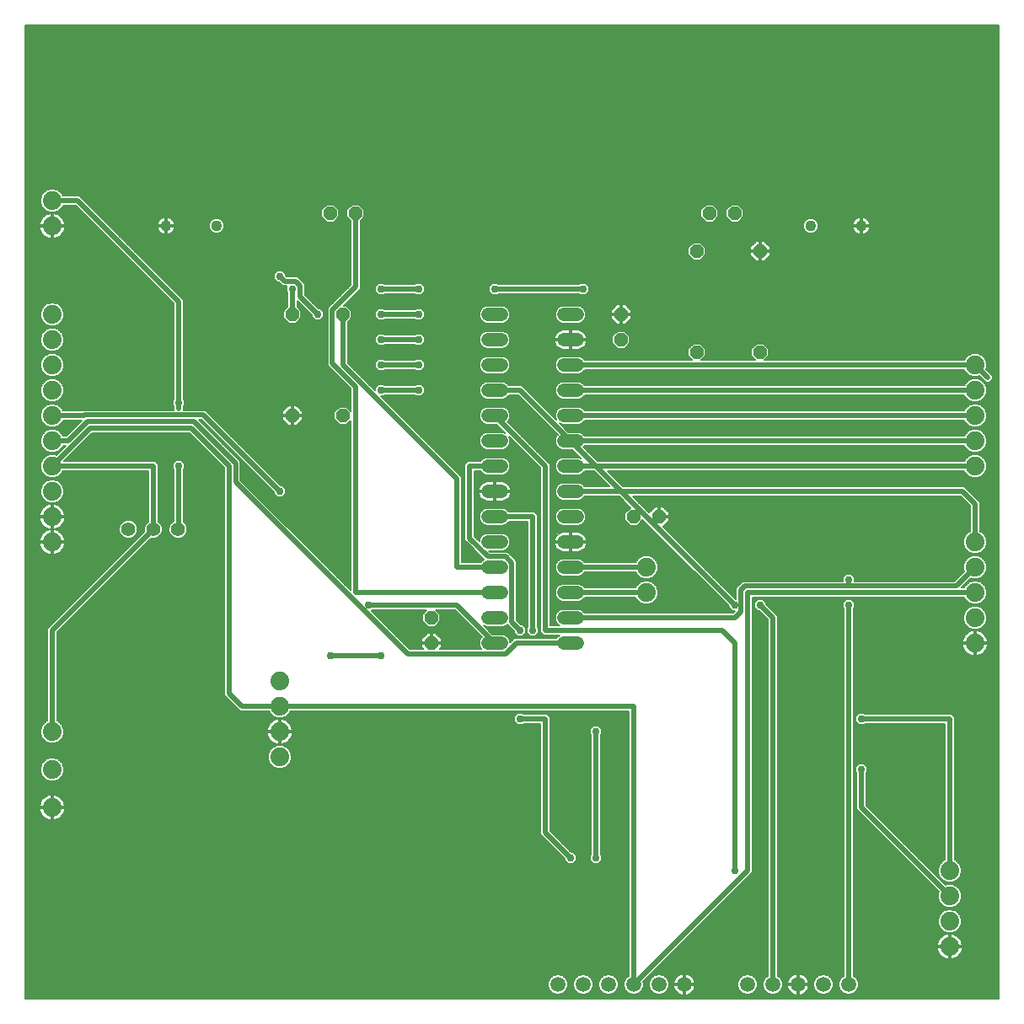
<source format=gbl>
G75*
%MOIN*%
%OFA0B0*%
%FSLAX25Y25*%
%IPPOS*%
%LPD*%
%AMOC8*
5,1,8,0,0,1.08239X$1,22.5*
%
%ADD10C,0.07400*%
%ADD11OC8,0.05200*%
%ADD12C,0.05200*%
%ADD13C,0.05937*%
%ADD14C,0.05543*%
%ADD15C,0.04362*%
%ADD16C,0.02000*%
%ADD17C,0.02978*%
%ADD18C,0.00600*%
D10*
X0016300Y0176486D03*
X0016300Y0191486D03*
X0016300Y0206486D03*
X0016300Y0281486D03*
X0016300Y0291486D03*
X0016300Y0301486D03*
X0016300Y0311486D03*
X0016300Y0321486D03*
X0016300Y0331486D03*
X0016300Y0341486D03*
X0016300Y0351486D03*
X0016300Y0361486D03*
X0016300Y0371486D03*
X0016300Y0406486D03*
X0016300Y0416486D03*
X0106300Y0226486D03*
X0106300Y0216486D03*
X0106300Y0206486D03*
X0106300Y0196486D03*
X0251300Y0261486D03*
X0251300Y0271486D03*
X0381300Y0271486D03*
X0381300Y0261486D03*
X0381300Y0251486D03*
X0381300Y0241486D03*
X0381300Y0281486D03*
X0381300Y0311486D03*
X0381300Y0321486D03*
X0381300Y0331486D03*
X0381300Y0341486D03*
X0381300Y0351486D03*
X0371300Y0151486D03*
X0371300Y0141486D03*
X0371300Y0131486D03*
X0371300Y0121486D03*
D11*
X0256300Y0291486D03*
X0246300Y0291486D03*
X0271300Y0356486D03*
X0296300Y0356486D03*
X0296300Y0396486D03*
X0286300Y0411486D03*
X0276300Y0411486D03*
X0271300Y0396486D03*
X0241300Y0371486D03*
X0241300Y0361486D03*
X0136300Y0411486D03*
X0126300Y0411486D03*
X0131300Y0371486D03*
X0111300Y0371486D03*
X0111300Y0331486D03*
X0131300Y0331486D03*
X0166300Y0251486D03*
X0166300Y0241486D03*
D12*
X0188700Y0241486D02*
X0193900Y0241486D01*
X0193900Y0251486D02*
X0188700Y0251486D01*
X0188700Y0261486D02*
X0193900Y0261486D01*
X0193900Y0271486D02*
X0188700Y0271486D01*
X0188700Y0281486D02*
X0193900Y0281486D01*
X0193900Y0291486D02*
X0188700Y0291486D01*
X0188700Y0301486D02*
X0193900Y0301486D01*
X0193900Y0311486D02*
X0188700Y0311486D01*
X0188700Y0321486D02*
X0193900Y0321486D01*
X0193900Y0331486D02*
X0188700Y0331486D01*
X0188700Y0341486D02*
X0193900Y0341486D01*
X0193900Y0351486D02*
X0188700Y0351486D01*
X0188700Y0361486D02*
X0193900Y0361486D01*
X0193900Y0371486D02*
X0188700Y0371486D01*
X0218700Y0371486D02*
X0223900Y0371486D01*
X0223900Y0361486D02*
X0218700Y0361486D01*
X0218700Y0351486D02*
X0223900Y0351486D01*
X0223900Y0341486D02*
X0218700Y0341486D01*
X0218700Y0331486D02*
X0223900Y0331486D01*
X0223900Y0321486D02*
X0218700Y0321486D01*
X0218700Y0311486D02*
X0223900Y0311486D01*
X0223900Y0301486D02*
X0218700Y0301486D01*
X0218700Y0291486D02*
X0223900Y0291486D01*
X0223900Y0281486D02*
X0218700Y0281486D01*
X0218700Y0271486D02*
X0223900Y0271486D01*
X0223900Y0261486D02*
X0218700Y0261486D01*
X0218700Y0251486D02*
X0223900Y0251486D01*
X0223900Y0241486D02*
X0218700Y0241486D01*
D13*
X0216300Y0106486D03*
X0226300Y0106486D03*
X0236300Y0106486D03*
X0246300Y0106486D03*
X0256300Y0106486D03*
X0266300Y0106486D03*
X0291300Y0106486D03*
X0301300Y0106486D03*
X0311300Y0106486D03*
X0321300Y0106486D03*
X0331300Y0106486D03*
D14*
X0066143Y0286486D03*
X0056300Y0286486D03*
X0046457Y0286486D03*
D15*
X0061300Y0406486D03*
X0081300Y0406486D03*
X0316300Y0406486D03*
X0336300Y0406486D03*
D16*
X0381300Y0351486D02*
X0386300Y0346486D01*
X0381300Y0341486D02*
X0221300Y0341486D01*
X0221300Y0331486D02*
X0381300Y0331486D01*
X0381300Y0321486D02*
X0221300Y0321486D01*
X0221300Y0311486D02*
X0381300Y0311486D01*
X0376300Y0301486D02*
X0381300Y0296486D01*
X0381300Y0281486D01*
X0381300Y0271486D02*
X0373900Y0264086D01*
X0290223Y0264086D01*
X0288700Y0262563D01*
X0288700Y0253886D01*
X0286300Y0251486D01*
X0221300Y0251486D01*
X0221300Y0241486D02*
X0199840Y0241486D01*
X0195640Y0237286D01*
X0156823Y0237286D01*
X0088900Y0305209D01*
X0088900Y0312563D01*
X0072377Y0329086D01*
X0030223Y0329086D01*
X0022623Y0321486D01*
X0016300Y0321486D01*
X0016300Y0311486D02*
X0031300Y0326486D01*
X0071300Y0326486D01*
X0086300Y0311486D01*
X0086300Y0221486D01*
X0091300Y0216486D01*
X0106300Y0216486D01*
X0246300Y0216486D01*
X0246300Y0106486D01*
X0291300Y0151486D01*
X0291300Y0261486D01*
X0381300Y0261486D01*
X0376300Y0301486D02*
X0221300Y0301486D01*
X0211300Y0311486D02*
X0211300Y0246486D01*
X0281300Y0246486D01*
X0286300Y0241486D01*
X0286300Y0151486D01*
X0301300Y0106486D02*
X0301300Y0251486D01*
X0296300Y0256486D01*
X0286300Y0256486D02*
X0201300Y0341486D01*
X0191300Y0341486D01*
X0191300Y0331486D02*
X0211300Y0311486D01*
X0191300Y0311486D02*
X0181300Y0311486D01*
X0181300Y0282947D01*
X0188560Y0275686D01*
X0195640Y0275686D01*
X0198100Y0273226D01*
X0198100Y0249686D01*
X0201300Y0246486D01*
X0206300Y0246486D02*
X0206300Y0291486D01*
X0191300Y0291486D01*
X0176300Y0306486D02*
X0131300Y0351486D01*
X0131300Y0371486D01*
X0127100Y0373226D02*
X0136300Y0382426D01*
X0136300Y0411486D01*
X0112580Y0384575D02*
X0108211Y0384575D01*
X0106300Y0386486D01*
X0112580Y0384575D02*
X0114389Y0382766D01*
X0114389Y0378397D01*
X0121300Y0371486D01*
X0127100Y0373226D02*
X0127100Y0352009D01*
X0136300Y0342809D01*
X0136300Y0261486D01*
X0191300Y0261486D01*
X0191300Y0271486D02*
X0176300Y0271486D01*
X0176300Y0306486D01*
X0161300Y0341486D02*
X0146300Y0341486D01*
X0146300Y0351486D02*
X0161300Y0351486D01*
X0161300Y0361486D02*
X0146300Y0361486D01*
X0146300Y0371486D02*
X0161300Y0371486D01*
X0156300Y0371486D02*
X0146300Y0371486D01*
X0146300Y0381486D02*
X0161300Y0381486D01*
X0191300Y0381486D02*
X0226300Y0381486D01*
X0221300Y0351486D02*
X0381300Y0351486D01*
X0331300Y0256486D02*
X0331300Y0106486D01*
X0371300Y0141486D02*
X0336300Y0176486D01*
X0336300Y0191486D01*
X0336300Y0211486D02*
X0371300Y0211486D01*
X0371300Y0151486D01*
X0251300Y0261486D02*
X0221300Y0261486D01*
X0221300Y0271486D02*
X0251300Y0271486D01*
X0191300Y0241486D02*
X0176300Y0256486D01*
X0141300Y0256486D01*
X0146300Y0236486D02*
X0126300Y0236486D01*
X0066300Y0286644D02*
X0066143Y0286486D01*
X0066300Y0286644D02*
X0066300Y0311486D01*
X0056300Y0311486D02*
X0016300Y0311486D01*
X0016300Y0331486D02*
X0028946Y0331486D01*
X0029146Y0331686D01*
X0076100Y0331686D01*
X0106300Y0301486D01*
X0066300Y0334286D02*
X0066300Y0336486D01*
X0066300Y0376486D01*
X0026300Y0416486D01*
X0016300Y0416486D01*
X0111300Y0381486D02*
X0111300Y0371486D01*
X0056300Y0311486D02*
X0056300Y0286486D01*
X0016300Y0246486D01*
X0016300Y0206486D01*
X0201300Y0211486D02*
X0211300Y0211486D01*
X0211300Y0166486D01*
X0221300Y0156486D01*
X0231300Y0156486D02*
X0231300Y0206486D01*
D17*
X0231300Y0206486D03*
X0201300Y0211486D03*
X0201300Y0246486D03*
X0206300Y0246486D03*
X0146300Y0236486D03*
X0126300Y0236486D03*
X0141300Y0256486D03*
X0106300Y0301486D03*
X0066300Y0311486D03*
X0066300Y0336486D03*
X0111300Y0381486D03*
X0106300Y0386486D03*
X0121300Y0371486D03*
X0146300Y0371486D03*
X0146300Y0361486D03*
X0146300Y0351486D03*
X0146300Y0341486D03*
X0161300Y0341486D03*
X0161300Y0351486D03*
X0161300Y0361486D03*
X0161300Y0371486D03*
X0161300Y0381486D03*
X0146300Y0381486D03*
X0191300Y0381486D03*
X0226300Y0381486D03*
X0331300Y0266486D03*
X0331300Y0256486D03*
X0296300Y0256486D03*
X0286300Y0256486D03*
X0336300Y0211486D03*
X0336300Y0191486D03*
X0286300Y0151486D03*
X0231300Y0156486D03*
X0221300Y0156486D03*
D18*
X0005600Y0100786D02*
X0005600Y0485887D01*
X0390701Y0485887D01*
X0390701Y0100786D01*
X0005600Y0100786D01*
X0005600Y0101274D02*
X0390701Y0101274D01*
X0390701Y0101873D02*
X0005600Y0101873D01*
X0005600Y0102471D02*
X0264843Y0102471D01*
X0264661Y0102530D02*
X0265300Y0102323D01*
X0265964Y0102218D01*
X0266000Y0102218D01*
X0266000Y0106186D01*
X0266600Y0106186D01*
X0266600Y0102218D01*
X0266636Y0102218D01*
X0267300Y0102323D01*
X0267939Y0102530D01*
X0268537Y0102835D01*
X0269081Y0103230D01*
X0269556Y0103705D01*
X0269951Y0104249D01*
X0270256Y0104848D01*
X0270463Y0105487D01*
X0270568Y0106150D01*
X0270568Y0106186D01*
X0266600Y0106186D01*
X0266600Y0106786D01*
X0270568Y0106786D01*
X0270568Y0106822D01*
X0270463Y0107486D01*
X0270256Y0108125D01*
X0269951Y0108723D01*
X0269556Y0109267D01*
X0269081Y0109742D01*
X0268537Y0110137D01*
X0267939Y0110442D01*
X0267300Y0110650D01*
X0266636Y0110755D01*
X0266600Y0110755D01*
X0266600Y0106786D01*
X0266000Y0106786D01*
X0266000Y0106186D01*
X0262031Y0106186D01*
X0262031Y0106150D01*
X0262137Y0105487D01*
X0262344Y0104848D01*
X0262649Y0104249D01*
X0263044Y0103705D01*
X0263519Y0103230D01*
X0264063Y0102835D01*
X0264661Y0102530D01*
X0263740Y0103070D02*
X0258161Y0103070D01*
X0258491Y0103207D02*
X0259580Y0104295D01*
X0260168Y0105717D01*
X0260168Y0107256D01*
X0259580Y0108678D01*
X0258491Y0109766D01*
X0257069Y0110355D01*
X0255530Y0110355D01*
X0254109Y0109766D01*
X0253020Y0108678D01*
X0252431Y0107256D01*
X0252431Y0105717D01*
X0253020Y0104295D01*
X0254109Y0103207D01*
X0255530Y0102618D01*
X0257069Y0102618D01*
X0258491Y0103207D01*
X0258953Y0103668D02*
X0263081Y0103668D01*
X0262640Y0104267D02*
X0259552Y0104267D01*
X0259816Y0104865D02*
X0262338Y0104865D01*
X0262144Y0105464D02*
X0260064Y0105464D01*
X0260168Y0106062D02*
X0262045Y0106062D01*
X0262031Y0106786D02*
X0266000Y0106786D01*
X0266000Y0110755D01*
X0265964Y0110755D01*
X0265300Y0110650D01*
X0264661Y0110442D01*
X0264063Y0110137D01*
X0263519Y0109742D01*
X0263044Y0109267D01*
X0262649Y0108723D01*
X0262344Y0108125D01*
X0262137Y0107486D01*
X0262031Y0106822D01*
X0262031Y0106786D01*
X0262101Y0107259D02*
X0260167Y0107259D01*
X0260168Y0106661D02*
X0266000Y0106661D01*
X0266000Y0107259D02*
X0266600Y0107259D01*
X0266600Y0106661D02*
X0287431Y0106661D01*
X0287431Y0107256D02*
X0287431Y0105717D01*
X0288020Y0104295D01*
X0289109Y0103207D01*
X0290530Y0102618D01*
X0292069Y0102618D01*
X0293491Y0103207D01*
X0294580Y0104295D01*
X0295168Y0105717D01*
X0295168Y0107256D01*
X0294580Y0108678D01*
X0293491Y0109766D01*
X0292069Y0110355D01*
X0290530Y0110355D01*
X0289109Y0109766D01*
X0288020Y0108678D01*
X0287431Y0107256D01*
X0287433Y0107259D02*
X0270499Y0107259D01*
X0270342Y0107858D02*
X0287681Y0107858D01*
X0287929Y0108456D02*
X0270087Y0108456D01*
X0269710Y0109055D02*
X0288398Y0109055D01*
X0288996Y0109653D02*
X0269169Y0109653D01*
X0268311Y0110252D02*
X0290282Y0110252D01*
X0292318Y0110252D02*
X0299400Y0110252D01*
X0299400Y0109886D02*
X0299109Y0109766D01*
X0298020Y0108678D01*
X0297431Y0107256D01*
X0297431Y0105717D01*
X0298020Y0104295D01*
X0299109Y0103207D01*
X0300530Y0102618D01*
X0302069Y0102618D01*
X0303491Y0103207D01*
X0304580Y0104295D01*
X0305168Y0105717D01*
X0305168Y0107256D01*
X0304580Y0108678D01*
X0303491Y0109766D01*
X0303200Y0109886D01*
X0303200Y0252273D01*
X0298689Y0256784D01*
X0298689Y0257476D01*
X0297290Y0258875D01*
X0295310Y0258875D01*
X0293911Y0257476D01*
X0293911Y0255497D01*
X0295310Y0254097D01*
X0296002Y0254097D01*
X0299400Y0250699D01*
X0299400Y0109886D01*
X0298996Y0109653D02*
X0293604Y0109653D01*
X0294202Y0109055D02*
X0298398Y0109055D01*
X0297929Y0108456D02*
X0294671Y0108456D01*
X0294919Y0107858D02*
X0297681Y0107858D01*
X0297433Y0107259D02*
X0295167Y0107259D01*
X0295168Y0106661D02*
X0297431Y0106661D01*
X0297431Y0106062D02*
X0295168Y0106062D01*
X0295064Y0105464D02*
X0297536Y0105464D01*
X0297784Y0104865D02*
X0294816Y0104865D01*
X0294552Y0104267D02*
X0298048Y0104267D01*
X0298647Y0103668D02*
X0293953Y0103668D01*
X0293161Y0103070D02*
X0299439Y0103070D01*
X0303161Y0103070D02*
X0308740Y0103070D01*
X0308519Y0103230D02*
X0309063Y0102835D01*
X0309661Y0102530D01*
X0310300Y0102323D01*
X0310964Y0102218D01*
X0311000Y0102218D01*
X0311000Y0106186D01*
X0311600Y0106186D01*
X0311600Y0102218D01*
X0311636Y0102218D01*
X0312300Y0102323D01*
X0312939Y0102530D01*
X0313537Y0102835D01*
X0314081Y0103230D01*
X0314556Y0103705D01*
X0314951Y0104249D01*
X0315256Y0104848D01*
X0315463Y0105487D01*
X0315568Y0106150D01*
X0315568Y0106186D01*
X0311600Y0106186D01*
X0311600Y0106786D01*
X0315568Y0106786D01*
X0315568Y0106822D01*
X0315463Y0107486D01*
X0315256Y0108125D01*
X0314951Y0108723D01*
X0314556Y0109267D01*
X0314081Y0109742D01*
X0313537Y0110137D01*
X0312939Y0110442D01*
X0312300Y0110650D01*
X0311636Y0110755D01*
X0311600Y0110755D01*
X0311600Y0106786D01*
X0311000Y0106786D01*
X0311000Y0106186D01*
X0307031Y0106186D01*
X0307031Y0106150D01*
X0307137Y0105487D01*
X0307344Y0104848D01*
X0307649Y0104249D01*
X0308044Y0103705D01*
X0308519Y0103230D01*
X0308081Y0103668D02*
X0303953Y0103668D01*
X0304552Y0104267D02*
X0307640Y0104267D01*
X0307338Y0104865D02*
X0304816Y0104865D01*
X0305064Y0105464D02*
X0307144Y0105464D01*
X0307045Y0106062D02*
X0305168Y0106062D01*
X0305168Y0106661D02*
X0311000Y0106661D01*
X0311000Y0106786D02*
X0307031Y0106786D01*
X0307031Y0106822D01*
X0307137Y0107486D01*
X0307344Y0108125D01*
X0307649Y0108723D01*
X0308044Y0109267D01*
X0308519Y0109742D01*
X0309063Y0110137D01*
X0309661Y0110442D01*
X0310300Y0110650D01*
X0310964Y0110755D01*
X0311000Y0110755D01*
X0311000Y0106786D01*
X0311000Y0107259D02*
X0311600Y0107259D01*
X0311600Y0106661D02*
X0317431Y0106661D01*
X0317431Y0107256D02*
X0317431Y0105717D01*
X0318020Y0104295D01*
X0319109Y0103207D01*
X0320530Y0102618D01*
X0322069Y0102618D01*
X0323491Y0103207D01*
X0324580Y0104295D01*
X0325168Y0105717D01*
X0325168Y0107256D01*
X0324580Y0108678D01*
X0323491Y0109766D01*
X0322069Y0110355D01*
X0320530Y0110355D01*
X0319109Y0109766D01*
X0318020Y0108678D01*
X0317431Y0107256D01*
X0317433Y0107259D02*
X0315499Y0107259D01*
X0315342Y0107858D02*
X0317681Y0107858D01*
X0317929Y0108456D02*
X0315087Y0108456D01*
X0314710Y0109055D02*
X0318398Y0109055D01*
X0318996Y0109653D02*
X0314169Y0109653D01*
X0313311Y0110252D02*
X0320282Y0110252D01*
X0322318Y0110252D02*
X0329400Y0110252D01*
X0329400Y0109886D02*
X0329109Y0109766D01*
X0328020Y0108678D01*
X0327431Y0107256D01*
X0327431Y0105717D01*
X0328020Y0104295D01*
X0329109Y0103207D01*
X0330530Y0102618D01*
X0332069Y0102618D01*
X0333491Y0103207D01*
X0334580Y0104295D01*
X0335168Y0105717D01*
X0335168Y0107256D01*
X0334580Y0108678D01*
X0333491Y0109766D01*
X0333200Y0109886D01*
X0333200Y0255008D01*
X0333689Y0255497D01*
X0333689Y0257476D01*
X0332290Y0258875D01*
X0330310Y0258875D01*
X0328911Y0257476D01*
X0328911Y0255497D01*
X0329400Y0255008D01*
X0329400Y0109886D01*
X0328996Y0109653D02*
X0323604Y0109653D01*
X0324202Y0109055D02*
X0328398Y0109055D01*
X0327929Y0108456D02*
X0324671Y0108456D01*
X0324919Y0107858D02*
X0327681Y0107858D01*
X0327433Y0107259D02*
X0325167Y0107259D01*
X0325168Y0106661D02*
X0327431Y0106661D01*
X0327431Y0106062D02*
X0325168Y0106062D01*
X0325064Y0105464D02*
X0327536Y0105464D01*
X0327784Y0104865D02*
X0324816Y0104865D01*
X0324552Y0104267D02*
X0328048Y0104267D01*
X0328647Y0103668D02*
X0323953Y0103668D01*
X0323161Y0103070D02*
X0329439Y0103070D01*
X0333161Y0103070D02*
X0390701Y0103070D01*
X0390701Y0103668D02*
X0333953Y0103668D01*
X0334552Y0104267D02*
X0390701Y0104267D01*
X0390701Y0104865D02*
X0334816Y0104865D01*
X0335064Y0105464D02*
X0390701Y0105464D01*
X0390701Y0106062D02*
X0335168Y0106062D01*
X0335168Y0106661D02*
X0390701Y0106661D01*
X0390701Y0107259D02*
X0335167Y0107259D01*
X0334919Y0107858D02*
X0390701Y0107858D01*
X0390701Y0108456D02*
X0334671Y0108456D01*
X0334202Y0109055D02*
X0390701Y0109055D01*
X0390701Y0109653D02*
X0333604Y0109653D01*
X0333200Y0110252D02*
X0390701Y0110252D01*
X0390701Y0110850D02*
X0333200Y0110850D01*
X0333200Y0111449D02*
X0390701Y0111449D01*
X0390701Y0112048D02*
X0333200Y0112048D01*
X0333200Y0112646D02*
X0390701Y0112646D01*
X0390701Y0113245D02*
X0333200Y0113245D01*
X0333200Y0113843D02*
X0390701Y0113843D01*
X0390701Y0114442D02*
X0333200Y0114442D01*
X0333200Y0115040D02*
X0390701Y0115040D01*
X0390701Y0115639D02*
X0333200Y0115639D01*
X0333200Y0116237D02*
X0390701Y0116237D01*
X0390701Y0116836D02*
X0373167Y0116836D01*
X0373219Y0116853D02*
X0373921Y0117210D01*
X0374557Y0117672D01*
X0375114Y0118229D01*
X0375576Y0118866D01*
X0375934Y0119567D01*
X0376177Y0120315D01*
X0376300Y0121093D01*
X0376300Y0121186D01*
X0371600Y0121186D01*
X0371600Y0116486D01*
X0371694Y0116486D01*
X0372471Y0116609D01*
X0373219Y0116853D01*
X0374229Y0117434D02*
X0390701Y0117434D01*
X0390701Y0118033D02*
X0374917Y0118033D01*
X0375406Y0118631D02*
X0390701Y0118631D01*
X0390701Y0119230D02*
X0375762Y0119230D01*
X0376019Y0119828D02*
X0390701Y0119828D01*
X0390701Y0120427D02*
X0376194Y0120427D01*
X0376289Y0121025D02*
X0390701Y0121025D01*
X0390701Y0121624D02*
X0371600Y0121624D01*
X0371600Y0121786D02*
X0376300Y0121786D01*
X0376300Y0121880D01*
X0376177Y0122657D01*
X0375934Y0123406D01*
X0375576Y0124107D01*
X0375114Y0124743D01*
X0374557Y0125300D01*
X0373921Y0125763D01*
X0373219Y0126120D01*
X0372471Y0126363D01*
X0371694Y0126486D01*
X0371600Y0126486D01*
X0371600Y0121786D01*
X0371600Y0121186D01*
X0371000Y0121186D01*
X0371000Y0116486D01*
X0370906Y0116486D01*
X0370129Y0116609D01*
X0369381Y0116853D01*
X0368679Y0117210D01*
X0368043Y0117672D01*
X0367486Y0118229D01*
X0367024Y0118866D01*
X0366666Y0119567D01*
X0366423Y0120315D01*
X0366300Y0121093D01*
X0366300Y0121186D01*
X0371000Y0121186D01*
X0371000Y0121786D01*
X0366300Y0121786D01*
X0366300Y0121880D01*
X0366423Y0122657D01*
X0366666Y0123406D01*
X0367024Y0124107D01*
X0367486Y0124743D01*
X0368043Y0125300D01*
X0368679Y0125763D01*
X0369381Y0126120D01*
X0370129Y0126363D01*
X0370906Y0126486D01*
X0371000Y0126486D01*
X0371000Y0121786D01*
X0371600Y0121786D01*
X0371600Y0122222D02*
X0371000Y0122222D01*
X0371000Y0121624D02*
X0333200Y0121624D01*
X0333200Y0122222D02*
X0366354Y0122222D01*
X0366476Y0122821D02*
X0333200Y0122821D01*
X0333200Y0123419D02*
X0366673Y0123419D01*
X0366978Y0124018D02*
X0333200Y0124018D01*
X0333200Y0124616D02*
X0367394Y0124616D01*
X0367957Y0125215D02*
X0333200Y0125215D01*
X0333200Y0125813D02*
X0368779Y0125813D01*
X0370437Y0126412D02*
X0333200Y0126412D01*
X0333200Y0127010D02*
X0370085Y0127010D01*
X0370385Y0126886D02*
X0372215Y0126886D01*
X0373906Y0127587D01*
X0375200Y0128881D01*
X0375900Y0130571D01*
X0375900Y0132401D01*
X0375200Y0134092D01*
X0373906Y0135386D01*
X0372215Y0136086D01*
X0370385Y0136086D01*
X0368694Y0135386D01*
X0367400Y0134092D01*
X0366700Y0132401D01*
X0366700Y0130571D01*
X0367400Y0128881D01*
X0368694Y0127587D01*
X0370385Y0126886D01*
X0371000Y0126412D02*
X0371600Y0126412D01*
X0372163Y0126412D02*
X0390701Y0126412D01*
X0390701Y0127010D02*
X0372515Y0127010D01*
X0371600Y0125813D02*
X0371000Y0125813D01*
X0371000Y0125215D02*
X0371600Y0125215D01*
X0371600Y0124616D02*
X0371000Y0124616D01*
X0371000Y0124018D02*
X0371600Y0124018D01*
X0371600Y0123419D02*
X0371000Y0123419D01*
X0371000Y0122821D02*
X0371600Y0122821D01*
X0371600Y0121025D02*
X0371000Y0121025D01*
X0371000Y0120427D02*
X0371600Y0120427D01*
X0371600Y0119828D02*
X0371000Y0119828D01*
X0371000Y0119230D02*
X0371600Y0119230D01*
X0371600Y0118631D02*
X0371000Y0118631D01*
X0371000Y0118033D02*
X0371600Y0118033D01*
X0371600Y0117434D02*
X0371000Y0117434D01*
X0371000Y0116836D02*
X0371600Y0116836D01*
X0369433Y0116836D02*
X0333200Y0116836D01*
X0333200Y0117434D02*
X0368371Y0117434D01*
X0367683Y0118033D02*
X0333200Y0118033D01*
X0333200Y0118631D02*
X0367194Y0118631D01*
X0366838Y0119230D02*
X0333200Y0119230D01*
X0333200Y0119828D02*
X0366581Y0119828D01*
X0366405Y0120427D02*
X0333200Y0120427D01*
X0333200Y0121025D02*
X0366311Y0121025D01*
X0368672Y0127609D02*
X0333200Y0127609D01*
X0333200Y0128207D02*
X0368074Y0128207D01*
X0367475Y0128806D02*
X0333200Y0128806D01*
X0333200Y0129404D02*
X0367183Y0129404D01*
X0366935Y0130003D02*
X0333200Y0130003D01*
X0333200Y0130601D02*
X0366700Y0130601D01*
X0366700Y0131200D02*
X0333200Y0131200D01*
X0333200Y0131798D02*
X0366700Y0131798D01*
X0366700Y0132397D02*
X0333200Y0132397D01*
X0333200Y0132995D02*
X0366946Y0132995D01*
X0367194Y0133594D02*
X0333200Y0133594D01*
X0333200Y0134192D02*
X0367501Y0134192D01*
X0368099Y0134791D02*
X0333200Y0134791D01*
X0333200Y0135389D02*
X0368703Y0135389D01*
X0370148Y0135988D02*
X0333200Y0135988D01*
X0333200Y0136586D02*
X0390701Y0136586D01*
X0390701Y0135988D02*
X0372452Y0135988D01*
X0372215Y0136886D02*
X0373906Y0137587D01*
X0375200Y0138881D01*
X0375900Y0140571D01*
X0375900Y0142401D01*
X0375200Y0144092D01*
X0373906Y0145386D01*
X0372215Y0146086D01*
X0370385Y0146086D01*
X0369679Y0145794D01*
X0338200Y0177273D01*
X0338200Y0190008D01*
X0338689Y0190497D01*
X0338689Y0192476D01*
X0337290Y0193875D01*
X0335310Y0193875D01*
X0333911Y0192476D01*
X0333911Y0190497D01*
X0334400Y0190008D01*
X0334400Y0175699D01*
X0335513Y0174586D01*
X0366992Y0143107D01*
X0366700Y0142401D01*
X0366700Y0140571D01*
X0367400Y0138881D01*
X0368694Y0137587D01*
X0370385Y0136886D01*
X0372215Y0136886D01*
X0372936Y0137185D02*
X0390701Y0137185D01*
X0390701Y0137784D02*
X0374103Y0137784D01*
X0374701Y0138382D02*
X0390701Y0138382D01*
X0390701Y0138981D02*
X0375241Y0138981D01*
X0375489Y0139579D02*
X0390701Y0139579D01*
X0390701Y0140178D02*
X0375737Y0140178D01*
X0375900Y0140776D02*
X0390701Y0140776D01*
X0390701Y0141375D02*
X0375900Y0141375D01*
X0375900Y0141973D02*
X0390701Y0141973D01*
X0390701Y0142572D02*
X0375829Y0142572D01*
X0375582Y0143170D02*
X0390701Y0143170D01*
X0390701Y0143769D02*
X0375334Y0143769D01*
X0374924Y0144367D02*
X0390701Y0144367D01*
X0390701Y0144966D02*
X0374326Y0144966D01*
X0373475Y0145564D02*
X0390701Y0145564D01*
X0390701Y0146163D02*
X0369311Y0146163D01*
X0368712Y0146761D02*
X0390701Y0146761D01*
X0390701Y0147360D02*
X0373358Y0147360D01*
X0373906Y0147587D02*
X0375200Y0148881D01*
X0375900Y0150571D01*
X0375900Y0152401D01*
X0375200Y0154092D01*
X0373906Y0155386D01*
X0373200Y0155678D01*
X0373200Y0212273D01*
X0372087Y0213386D01*
X0337779Y0213386D01*
X0337290Y0213875D01*
X0335310Y0213875D01*
X0333911Y0212476D01*
X0333911Y0210497D01*
X0335310Y0209097D01*
X0337290Y0209097D01*
X0337779Y0209586D01*
X0369400Y0209586D01*
X0369400Y0155678D01*
X0368694Y0155386D01*
X0367400Y0154092D01*
X0366700Y0152401D01*
X0366700Y0150571D01*
X0367400Y0148881D01*
X0368694Y0147587D01*
X0370385Y0146886D01*
X0372215Y0146886D01*
X0373906Y0147587D01*
X0374277Y0147958D02*
X0390701Y0147958D01*
X0390701Y0148557D02*
X0374876Y0148557D01*
X0375313Y0149155D02*
X0390701Y0149155D01*
X0390701Y0149754D02*
X0375561Y0149754D01*
X0375809Y0150352D02*
X0390701Y0150352D01*
X0390701Y0150951D02*
X0375900Y0150951D01*
X0375900Y0151549D02*
X0390701Y0151549D01*
X0390701Y0152148D02*
X0375900Y0152148D01*
X0375757Y0152746D02*
X0390701Y0152746D01*
X0390701Y0153345D02*
X0375509Y0153345D01*
X0375261Y0153943D02*
X0390701Y0153943D01*
X0390701Y0154542D02*
X0374750Y0154542D01*
X0374151Y0155140D02*
X0390701Y0155140D01*
X0390701Y0155739D02*
X0373200Y0155739D01*
X0373200Y0156337D02*
X0390701Y0156337D01*
X0390701Y0156936D02*
X0373200Y0156936D01*
X0373200Y0157534D02*
X0390701Y0157534D01*
X0390701Y0158133D02*
X0373200Y0158133D01*
X0373200Y0158731D02*
X0390701Y0158731D01*
X0390701Y0159330D02*
X0373200Y0159330D01*
X0373200Y0159928D02*
X0390701Y0159928D01*
X0390701Y0160527D02*
X0373200Y0160527D01*
X0373200Y0161125D02*
X0390701Y0161125D01*
X0390701Y0161724D02*
X0373200Y0161724D01*
X0373200Y0162322D02*
X0390701Y0162322D01*
X0390701Y0162921D02*
X0373200Y0162921D01*
X0373200Y0163519D02*
X0390701Y0163519D01*
X0390701Y0164118D02*
X0373200Y0164118D01*
X0373200Y0164717D02*
X0390701Y0164717D01*
X0390701Y0165315D02*
X0373200Y0165315D01*
X0373200Y0165914D02*
X0390701Y0165914D01*
X0390701Y0166512D02*
X0373200Y0166512D01*
X0373200Y0167111D02*
X0390701Y0167111D01*
X0390701Y0167709D02*
X0373200Y0167709D01*
X0373200Y0168308D02*
X0390701Y0168308D01*
X0390701Y0168906D02*
X0373200Y0168906D01*
X0373200Y0169505D02*
X0390701Y0169505D01*
X0390701Y0170103D02*
X0373200Y0170103D01*
X0373200Y0170702D02*
X0390701Y0170702D01*
X0390701Y0171300D02*
X0373200Y0171300D01*
X0373200Y0171899D02*
X0390701Y0171899D01*
X0390701Y0172497D02*
X0373200Y0172497D01*
X0373200Y0173096D02*
X0390701Y0173096D01*
X0390701Y0173694D02*
X0373200Y0173694D01*
X0373200Y0174293D02*
X0390701Y0174293D01*
X0390701Y0174891D02*
X0373200Y0174891D01*
X0373200Y0175490D02*
X0390701Y0175490D01*
X0390701Y0176088D02*
X0373200Y0176088D01*
X0373200Y0176687D02*
X0390701Y0176687D01*
X0390701Y0177285D02*
X0373200Y0177285D01*
X0373200Y0177884D02*
X0390701Y0177884D01*
X0390701Y0178482D02*
X0373200Y0178482D01*
X0373200Y0179081D02*
X0390701Y0179081D01*
X0390701Y0179679D02*
X0373200Y0179679D01*
X0373200Y0180278D02*
X0390701Y0180278D01*
X0390701Y0180876D02*
X0373200Y0180876D01*
X0373200Y0181475D02*
X0390701Y0181475D01*
X0390701Y0182073D02*
X0373200Y0182073D01*
X0373200Y0182672D02*
X0390701Y0182672D01*
X0390701Y0183270D02*
X0373200Y0183270D01*
X0373200Y0183869D02*
X0390701Y0183869D01*
X0390701Y0184467D02*
X0373200Y0184467D01*
X0373200Y0185066D02*
X0390701Y0185066D01*
X0390701Y0185664D02*
X0373200Y0185664D01*
X0373200Y0186263D02*
X0390701Y0186263D01*
X0390701Y0186861D02*
X0373200Y0186861D01*
X0373200Y0187460D02*
X0390701Y0187460D01*
X0390701Y0188058D02*
X0373200Y0188058D01*
X0373200Y0188657D02*
X0390701Y0188657D01*
X0390701Y0189255D02*
X0373200Y0189255D01*
X0373200Y0189854D02*
X0390701Y0189854D01*
X0390701Y0190452D02*
X0373200Y0190452D01*
X0373200Y0191051D02*
X0390701Y0191051D01*
X0390701Y0191650D02*
X0373200Y0191650D01*
X0373200Y0192248D02*
X0390701Y0192248D01*
X0390701Y0192847D02*
X0373200Y0192847D01*
X0373200Y0193445D02*
X0390701Y0193445D01*
X0390701Y0194044D02*
X0373200Y0194044D01*
X0373200Y0194642D02*
X0390701Y0194642D01*
X0390701Y0195241D02*
X0373200Y0195241D01*
X0373200Y0195839D02*
X0390701Y0195839D01*
X0390701Y0196438D02*
X0373200Y0196438D01*
X0373200Y0197036D02*
X0390701Y0197036D01*
X0390701Y0197635D02*
X0373200Y0197635D01*
X0373200Y0198233D02*
X0390701Y0198233D01*
X0390701Y0198832D02*
X0373200Y0198832D01*
X0373200Y0199430D02*
X0390701Y0199430D01*
X0390701Y0200029D02*
X0373200Y0200029D01*
X0373200Y0200627D02*
X0390701Y0200627D01*
X0390701Y0201226D02*
X0373200Y0201226D01*
X0373200Y0201824D02*
X0390701Y0201824D01*
X0390701Y0202423D02*
X0373200Y0202423D01*
X0373200Y0203021D02*
X0390701Y0203021D01*
X0390701Y0203620D02*
X0373200Y0203620D01*
X0373200Y0204218D02*
X0390701Y0204218D01*
X0390701Y0204817D02*
X0373200Y0204817D01*
X0373200Y0205415D02*
X0390701Y0205415D01*
X0390701Y0206014D02*
X0373200Y0206014D01*
X0373200Y0206612D02*
X0390701Y0206612D01*
X0390701Y0207211D02*
X0373200Y0207211D01*
X0373200Y0207809D02*
X0390701Y0207809D01*
X0390701Y0208408D02*
X0373200Y0208408D01*
X0373200Y0209006D02*
X0390701Y0209006D01*
X0390701Y0209605D02*
X0373200Y0209605D01*
X0373200Y0210203D02*
X0390701Y0210203D01*
X0390701Y0210802D02*
X0373200Y0210802D01*
X0373200Y0211400D02*
X0390701Y0211400D01*
X0390701Y0211999D02*
X0373200Y0211999D01*
X0372876Y0212597D02*
X0390701Y0212597D01*
X0390701Y0213196D02*
X0372277Y0213196D01*
X0369400Y0209006D02*
X0333200Y0209006D01*
X0333200Y0208408D02*
X0369400Y0208408D01*
X0369400Y0207809D02*
X0333200Y0207809D01*
X0333200Y0207211D02*
X0369400Y0207211D01*
X0369400Y0206612D02*
X0333200Y0206612D01*
X0333200Y0206014D02*
X0369400Y0206014D01*
X0369400Y0205415D02*
X0333200Y0205415D01*
X0333200Y0204817D02*
X0369400Y0204817D01*
X0369400Y0204218D02*
X0333200Y0204218D01*
X0333200Y0203620D02*
X0369400Y0203620D01*
X0369400Y0203021D02*
X0333200Y0203021D01*
X0333200Y0202423D02*
X0369400Y0202423D01*
X0369400Y0201824D02*
X0333200Y0201824D01*
X0333200Y0201226D02*
X0369400Y0201226D01*
X0369400Y0200627D02*
X0333200Y0200627D01*
X0333200Y0200029D02*
X0369400Y0200029D01*
X0369400Y0199430D02*
X0333200Y0199430D01*
X0333200Y0198832D02*
X0369400Y0198832D01*
X0369400Y0198233D02*
X0333200Y0198233D01*
X0333200Y0197635D02*
X0369400Y0197635D01*
X0369400Y0197036D02*
X0333200Y0197036D01*
X0333200Y0196438D02*
X0369400Y0196438D01*
X0369400Y0195839D02*
X0333200Y0195839D01*
X0333200Y0195241D02*
X0369400Y0195241D01*
X0369400Y0194642D02*
X0333200Y0194642D01*
X0333200Y0194044D02*
X0369400Y0194044D01*
X0369400Y0193445D02*
X0337720Y0193445D01*
X0338318Y0192847D02*
X0369400Y0192847D01*
X0369400Y0192248D02*
X0338689Y0192248D01*
X0338689Y0191650D02*
X0369400Y0191650D01*
X0369400Y0191051D02*
X0338689Y0191051D01*
X0338645Y0190452D02*
X0369400Y0190452D01*
X0369400Y0189854D02*
X0338200Y0189854D01*
X0338200Y0189255D02*
X0369400Y0189255D01*
X0369400Y0188657D02*
X0338200Y0188657D01*
X0338200Y0188058D02*
X0369400Y0188058D01*
X0369400Y0187460D02*
X0338200Y0187460D01*
X0338200Y0186861D02*
X0369400Y0186861D01*
X0369400Y0186263D02*
X0338200Y0186263D01*
X0338200Y0185664D02*
X0369400Y0185664D01*
X0369400Y0185066D02*
X0338200Y0185066D01*
X0338200Y0184467D02*
X0369400Y0184467D01*
X0369400Y0183869D02*
X0338200Y0183869D01*
X0338200Y0183270D02*
X0369400Y0183270D01*
X0369400Y0182672D02*
X0338200Y0182672D01*
X0338200Y0182073D02*
X0369400Y0182073D01*
X0369400Y0181475D02*
X0338200Y0181475D01*
X0338200Y0180876D02*
X0369400Y0180876D01*
X0369400Y0180278D02*
X0338200Y0180278D01*
X0338200Y0179679D02*
X0369400Y0179679D01*
X0369400Y0179081D02*
X0338200Y0179081D01*
X0338200Y0178482D02*
X0369400Y0178482D01*
X0369400Y0177884D02*
X0338200Y0177884D01*
X0338200Y0177285D02*
X0369400Y0177285D01*
X0369400Y0176687D02*
X0338786Y0176687D01*
X0339385Y0176088D02*
X0369400Y0176088D01*
X0369400Y0175490D02*
X0339983Y0175490D01*
X0340582Y0174891D02*
X0369400Y0174891D01*
X0369400Y0174293D02*
X0341181Y0174293D01*
X0341779Y0173694D02*
X0369400Y0173694D01*
X0369400Y0173096D02*
X0342378Y0173096D01*
X0342976Y0172497D02*
X0369400Y0172497D01*
X0369400Y0171899D02*
X0343575Y0171899D01*
X0344173Y0171300D02*
X0369400Y0171300D01*
X0369400Y0170702D02*
X0344772Y0170702D01*
X0345370Y0170103D02*
X0369400Y0170103D01*
X0369400Y0169505D02*
X0345969Y0169505D01*
X0346567Y0168906D02*
X0369400Y0168906D01*
X0369400Y0168308D02*
X0347166Y0168308D01*
X0347764Y0167709D02*
X0369400Y0167709D01*
X0369400Y0167111D02*
X0348363Y0167111D01*
X0348961Y0166512D02*
X0369400Y0166512D01*
X0369400Y0165914D02*
X0349560Y0165914D01*
X0350158Y0165315D02*
X0369400Y0165315D01*
X0369400Y0164717D02*
X0350757Y0164717D01*
X0351355Y0164118D02*
X0369400Y0164118D01*
X0369400Y0163519D02*
X0351954Y0163519D01*
X0352552Y0162921D02*
X0369400Y0162921D01*
X0369400Y0162322D02*
X0353151Y0162322D01*
X0353749Y0161724D02*
X0369400Y0161724D01*
X0369400Y0161125D02*
X0354348Y0161125D01*
X0354946Y0160527D02*
X0369400Y0160527D01*
X0369400Y0159928D02*
X0355545Y0159928D01*
X0356143Y0159330D02*
X0369400Y0159330D01*
X0369400Y0158731D02*
X0356742Y0158731D01*
X0357340Y0158133D02*
X0369400Y0158133D01*
X0369400Y0157534D02*
X0357939Y0157534D01*
X0358537Y0156936D02*
X0369400Y0156936D01*
X0369400Y0156337D02*
X0359136Y0156337D01*
X0359734Y0155739D02*
X0369400Y0155739D01*
X0368449Y0155140D02*
X0360333Y0155140D01*
X0360931Y0154542D02*
X0367850Y0154542D01*
X0367339Y0153943D02*
X0361530Y0153943D01*
X0362128Y0153345D02*
X0367091Y0153345D01*
X0366843Y0152746D02*
X0362727Y0152746D01*
X0363325Y0152148D02*
X0366700Y0152148D01*
X0366700Y0151549D02*
X0363924Y0151549D01*
X0364522Y0150951D02*
X0366700Y0150951D01*
X0366791Y0150352D02*
X0365121Y0150352D01*
X0365719Y0149754D02*
X0367039Y0149754D01*
X0367287Y0149155D02*
X0366318Y0149155D01*
X0366916Y0148557D02*
X0367724Y0148557D01*
X0367515Y0147958D02*
X0368323Y0147958D01*
X0368114Y0147360D02*
X0369242Y0147360D01*
X0365732Y0144367D02*
X0333200Y0144367D01*
X0333200Y0143769D02*
X0366331Y0143769D01*
X0366929Y0143170D02*
X0333200Y0143170D01*
X0333200Y0142572D02*
X0366771Y0142572D01*
X0366700Y0141973D02*
X0333200Y0141973D01*
X0333200Y0141375D02*
X0366700Y0141375D01*
X0366700Y0140776D02*
X0333200Y0140776D01*
X0333200Y0140178D02*
X0366863Y0140178D01*
X0367111Y0139579D02*
X0333200Y0139579D01*
X0333200Y0138981D02*
X0367359Y0138981D01*
X0367899Y0138382D02*
X0333200Y0138382D01*
X0333200Y0137784D02*
X0368497Y0137784D01*
X0369664Y0137185D02*
X0333200Y0137185D01*
X0329400Y0137185D02*
X0303200Y0137185D01*
X0303200Y0137784D02*
X0329400Y0137784D01*
X0329400Y0138382D02*
X0303200Y0138382D01*
X0303200Y0138981D02*
X0329400Y0138981D01*
X0329400Y0139579D02*
X0303200Y0139579D01*
X0303200Y0140178D02*
X0329400Y0140178D01*
X0329400Y0140776D02*
X0303200Y0140776D01*
X0303200Y0141375D02*
X0329400Y0141375D01*
X0329400Y0141973D02*
X0303200Y0141973D01*
X0303200Y0142572D02*
X0329400Y0142572D01*
X0329400Y0143170D02*
X0303200Y0143170D01*
X0303200Y0143769D02*
X0329400Y0143769D01*
X0329400Y0144367D02*
X0303200Y0144367D01*
X0303200Y0144966D02*
X0329400Y0144966D01*
X0329400Y0145564D02*
X0303200Y0145564D01*
X0303200Y0146163D02*
X0329400Y0146163D01*
X0329400Y0146761D02*
X0303200Y0146761D01*
X0303200Y0147360D02*
X0329400Y0147360D01*
X0329400Y0147958D02*
X0303200Y0147958D01*
X0303200Y0148557D02*
X0329400Y0148557D01*
X0329400Y0149155D02*
X0303200Y0149155D01*
X0303200Y0149754D02*
X0329400Y0149754D01*
X0329400Y0150352D02*
X0303200Y0150352D01*
X0303200Y0150951D02*
X0329400Y0150951D01*
X0329400Y0151549D02*
X0303200Y0151549D01*
X0303200Y0152148D02*
X0329400Y0152148D01*
X0329400Y0152746D02*
X0303200Y0152746D01*
X0303200Y0153345D02*
X0329400Y0153345D01*
X0329400Y0153943D02*
X0303200Y0153943D01*
X0303200Y0154542D02*
X0329400Y0154542D01*
X0329400Y0155140D02*
X0303200Y0155140D01*
X0303200Y0155739D02*
X0329400Y0155739D01*
X0329400Y0156337D02*
X0303200Y0156337D01*
X0303200Y0156936D02*
X0329400Y0156936D01*
X0329400Y0157534D02*
X0303200Y0157534D01*
X0303200Y0158133D02*
X0329400Y0158133D01*
X0329400Y0158731D02*
X0303200Y0158731D01*
X0303200Y0159330D02*
X0329400Y0159330D01*
X0329400Y0159928D02*
X0303200Y0159928D01*
X0303200Y0160527D02*
X0329400Y0160527D01*
X0329400Y0161125D02*
X0303200Y0161125D01*
X0303200Y0161724D02*
X0329400Y0161724D01*
X0329400Y0162322D02*
X0303200Y0162322D01*
X0303200Y0162921D02*
X0329400Y0162921D01*
X0329400Y0163519D02*
X0303200Y0163519D01*
X0303200Y0164118D02*
X0329400Y0164118D01*
X0329400Y0164717D02*
X0303200Y0164717D01*
X0303200Y0165315D02*
X0329400Y0165315D01*
X0329400Y0165914D02*
X0303200Y0165914D01*
X0303200Y0166512D02*
X0329400Y0166512D01*
X0329400Y0167111D02*
X0303200Y0167111D01*
X0303200Y0167709D02*
X0329400Y0167709D01*
X0329400Y0168308D02*
X0303200Y0168308D01*
X0303200Y0168906D02*
X0329400Y0168906D01*
X0329400Y0169505D02*
X0303200Y0169505D01*
X0303200Y0170103D02*
X0329400Y0170103D01*
X0329400Y0170702D02*
X0303200Y0170702D01*
X0303200Y0171300D02*
X0329400Y0171300D01*
X0329400Y0171899D02*
X0303200Y0171899D01*
X0303200Y0172497D02*
X0329400Y0172497D01*
X0329400Y0173096D02*
X0303200Y0173096D01*
X0303200Y0173694D02*
X0329400Y0173694D01*
X0329400Y0174293D02*
X0303200Y0174293D01*
X0303200Y0174891D02*
X0329400Y0174891D01*
X0329400Y0175490D02*
X0303200Y0175490D01*
X0303200Y0176088D02*
X0329400Y0176088D01*
X0329400Y0176687D02*
X0303200Y0176687D01*
X0303200Y0177285D02*
X0329400Y0177285D01*
X0329400Y0177884D02*
X0303200Y0177884D01*
X0303200Y0178482D02*
X0329400Y0178482D01*
X0329400Y0179081D02*
X0303200Y0179081D01*
X0303200Y0179679D02*
X0329400Y0179679D01*
X0329400Y0180278D02*
X0303200Y0180278D01*
X0303200Y0180876D02*
X0329400Y0180876D01*
X0329400Y0181475D02*
X0303200Y0181475D01*
X0303200Y0182073D02*
X0329400Y0182073D01*
X0329400Y0182672D02*
X0303200Y0182672D01*
X0303200Y0183270D02*
X0329400Y0183270D01*
X0329400Y0183869D02*
X0303200Y0183869D01*
X0303200Y0184467D02*
X0329400Y0184467D01*
X0329400Y0185066D02*
X0303200Y0185066D01*
X0303200Y0185664D02*
X0329400Y0185664D01*
X0329400Y0186263D02*
X0303200Y0186263D01*
X0303200Y0186861D02*
X0329400Y0186861D01*
X0329400Y0187460D02*
X0303200Y0187460D01*
X0303200Y0188058D02*
X0329400Y0188058D01*
X0329400Y0188657D02*
X0303200Y0188657D01*
X0303200Y0189255D02*
X0329400Y0189255D01*
X0329400Y0189854D02*
X0303200Y0189854D01*
X0303200Y0190452D02*
X0329400Y0190452D01*
X0329400Y0191051D02*
X0303200Y0191051D01*
X0303200Y0191650D02*
X0329400Y0191650D01*
X0329400Y0192248D02*
X0303200Y0192248D01*
X0303200Y0192847D02*
X0329400Y0192847D01*
X0329400Y0193445D02*
X0303200Y0193445D01*
X0303200Y0194044D02*
X0329400Y0194044D01*
X0329400Y0194642D02*
X0303200Y0194642D01*
X0303200Y0195241D02*
X0329400Y0195241D01*
X0329400Y0195839D02*
X0303200Y0195839D01*
X0303200Y0196438D02*
X0329400Y0196438D01*
X0329400Y0197036D02*
X0303200Y0197036D01*
X0303200Y0197635D02*
X0329400Y0197635D01*
X0329400Y0198233D02*
X0303200Y0198233D01*
X0303200Y0198832D02*
X0329400Y0198832D01*
X0329400Y0199430D02*
X0303200Y0199430D01*
X0303200Y0200029D02*
X0329400Y0200029D01*
X0329400Y0200627D02*
X0303200Y0200627D01*
X0303200Y0201226D02*
X0329400Y0201226D01*
X0329400Y0201824D02*
X0303200Y0201824D01*
X0303200Y0202423D02*
X0329400Y0202423D01*
X0329400Y0203021D02*
X0303200Y0203021D01*
X0303200Y0203620D02*
X0329400Y0203620D01*
X0329400Y0204218D02*
X0303200Y0204218D01*
X0303200Y0204817D02*
X0329400Y0204817D01*
X0329400Y0205415D02*
X0303200Y0205415D01*
X0303200Y0206014D02*
X0329400Y0206014D01*
X0329400Y0206612D02*
X0303200Y0206612D01*
X0303200Y0207211D02*
X0329400Y0207211D01*
X0329400Y0207809D02*
X0303200Y0207809D01*
X0303200Y0208408D02*
X0329400Y0208408D01*
X0329400Y0209006D02*
X0303200Y0209006D01*
X0303200Y0209605D02*
X0329400Y0209605D01*
X0329400Y0210203D02*
X0303200Y0210203D01*
X0303200Y0210802D02*
X0329400Y0210802D01*
X0329400Y0211400D02*
X0303200Y0211400D01*
X0303200Y0211999D02*
X0329400Y0211999D01*
X0329400Y0212597D02*
X0303200Y0212597D01*
X0303200Y0213196D02*
X0329400Y0213196D01*
X0329400Y0213794D02*
X0303200Y0213794D01*
X0303200Y0214393D02*
X0329400Y0214393D01*
X0329400Y0214991D02*
X0303200Y0214991D01*
X0303200Y0215590D02*
X0329400Y0215590D01*
X0329400Y0216188D02*
X0303200Y0216188D01*
X0303200Y0216787D02*
X0329400Y0216787D01*
X0329400Y0217386D02*
X0303200Y0217386D01*
X0303200Y0217984D02*
X0329400Y0217984D01*
X0329400Y0218583D02*
X0303200Y0218583D01*
X0303200Y0219181D02*
X0329400Y0219181D01*
X0329400Y0219780D02*
X0303200Y0219780D01*
X0303200Y0220378D02*
X0329400Y0220378D01*
X0329400Y0220977D02*
X0303200Y0220977D01*
X0303200Y0221575D02*
X0329400Y0221575D01*
X0329400Y0222174D02*
X0303200Y0222174D01*
X0303200Y0222772D02*
X0329400Y0222772D01*
X0329400Y0223371D02*
X0303200Y0223371D01*
X0303200Y0223969D02*
X0329400Y0223969D01*
X0329400Y0224568D02*
X0303200Y0224568D01*
X0303200Y0225166D02*
X0329400Y0225166D01*
X0329400Y0225765D02*
X0303200Y0225765D01*
X0303200Y0226363D02*
X0329400Y0226363D01*
X0329400Y0226962D02*
X0303200Y0226962D01*
X0303200Y0227560D02*
X0329400Y0227560D01*
X0329400Y0228159D02*
X0303200Y0228159D01*
X0303200Y0228757D02*
X0329400Y0228757D01*
X0329400Y0229356D02*
X0303200Y0229356D01*
X0303200Y0229954D02*
X0329400Y0229954D01*
X0329400Y0230553D02*
X0303200Y0230553D01*
X0303200Y0231151D02*
X0329400Y0231151D01*
X0329400Y0231750D02*
X0303200Y0231750D01*
X0303200Y0232348D02*
X0329400Y0232348D01*
X0329400Y0232947D02*
X0303200Y0232947D01*
X0303200Y0233545D02*
X0329400Y0233545D01*
X0329400Y0234144D02*
X0303200Y0234144D01*
X0303200Y0234742D02*
X0329400Y0234742D01*
X0329400Y0235341D02*
X0303200Y0235341D01*
X0303200Y0235939D02*
X0329400Y0235939D01*
X0329400Y0236538D02*
X0303200Y0236538D01*
X0303200Y0237136D02*
X0329400Y0237136D01*
X0329400Y0237735D02*
X0303200Y0237735D01*
X0303200Y0238333D02*
X0329400Y0238333D01*
X0329400Y0238932D02*
X0303200Y0238932D01*
X0303200Y0239530D02*
X0329400Y0239530D01*
X0329400Y0240129D02*
X0303200Y0240129D01*
X0303200Y0240727D02*
X0329400Y0240727D01*
X0329400Y0241326D02*
X0303200Y0241326D01*
X0303200Y0241924D02*
X0329400Y0241924D01*
X0329400Y0242523D02*
X0303200Y0242523D01*
X0303200Y0243121D02*
X0329400Y0243121D01*
X0329400Y0243720D02*
X0303200Y0243720D01*
X0303200Y0244319D02*
X0329400Y0244319D01*
X0329400Y0244917D02*
X0303200Y0244917D01*
X0303200Y0245516D02*
X0329400Y0245516D01*
X0329400Y0246114D02*
X0303200Y0246114D01*
X0303200Y0246713D02*
X0329400Y0246713D01*
X0329400Y0247311D02*
X0303200Y0247311D01*
X0303200Y0247910D02*
X0329400Y0247910D01*
X0329400Y0248508D02*
X0303200Y0248508D01*
X0303200Y0249107D02*
X0329400Y0249107D01*
X0329400Y0249705D02*
X0303200Y0249705D01*
X0303200Y0250304D02*
X0329400Y0250304D01*
X0329400Y0250902D02*
X0303200Y0250902D01*
X0303200Y0251501D02*
X0329400Y0251501D01*
X0329400Y0252099D02*
X0303200Y0252099D01*
X0302776Y0252698D02*
X0329400Y0252698D01*
X0329400Y0253296D02*
X0302177Y0253296D01*
X0301579Y0253895D02*
X0329400Y0253895D01*
X0329400Y0254493D02*
X0300980Y0254493D01*
X0300381Y0255092D02*
X0329316Y0255092D01*
X0328911Y0255690D02*
X0299783Y0255690D01*
X0299184Y0256289D02*
X0328911Y0256289D01*
X0328911Y0256887D02*
X0298689Y0256887D01*
X0298679Y0257486D02*
X0328921Y0257486D01*
X0329520Y0258084D02*
X0298080Y0258084D01*
X0297482Y0258683D02*
X0330118Y0258683D01*
X0332482Y0258683D02*
X0377598Y0258683D01*
X0377400Y0258881D02*
X0378694Y0257587D01*
X0380385Y0256886D01*
X0382215Y0256886D01*
X0383906Y0257587D01*
X0385200Y0258881D01*
X0385900Y0260571D01*
X0385900Y0262401D01*
X0385200Y0264092D01*
X0383906Y0265386D01*
X0382215Y0266086D01*
X0380385Y0266086D01*
X0378694Y0265386D01*
X0377400Y0264092D01*
X0377108Y0263386D01*
X0375887Y0263386D01*
X0379679Y0267179D01*
X0380385Y0266886D01*
X0382215Y0266886D01*
X0383906Y0267587D01*
X0385200Y0268881D01*
X0385900Y0270571D01*
X0385900Y0272401D01*
X0385200Y0274092D01*
X0383906Y0275386D01*
X0382215Y0276086D01*
X0380385Y0276086D01*
X0378694Y0275386D01*
X0377400Y0274092D01*
X0376700Y0272401D01*
X0376700Y0270571D01*
X0376992Y0269866D01*
X0373113Y0265986D01*
X0333689Y0265986D01*
X0333689Y0267476D01*
X0332290Y0268875D01*
X0330310Y0268875D01*
X0328911Y0267476D01*
X0328911Y0265986D01*
X0289436Y0265986D01*
X0288323Y0264873D01*
X0287913Y0264463D01*
X0286800Y0263350D01*
X0286800Y0258875D01*
X0286598Y0258875D01*
X0257887Y0287586D01*
X0257915Y0287586D01*
X0260200Y0289871D01*
X0260200Y0291186D01*
X0256600Y0291186D01*
X0256600Y0291786D01*
X0260200Y0291786D01*
X0260200Y0293102D01*
X0257915Y0295386D01*
X0256600Y0295386D01*
X0256600Y0291786D01*
X0256000Y0291786D01*
X0256000Y0295386D01*
X0254685Y0295386D01*
X0252400Y0293102D01*
X0252400Y0293073D01*
X0245887Y0299586D01*
X0375513Y0299586D01*
X0379400Y0295699D01*
X0379400Y0285678D01*
X0378694Y0285386D01*
X0377400Y0284092D01*
X0376700Y0282401D01*
X0376700Y0280571D01*
X0377400Y0278881D01*
X0378694Y0277587D01*
X0380385Y0276886D01*
X0382215Y0276886D01*
X0383906Y0277587D01*
X0385200Y0278881D01*
X0385900Y0280571D01*
X0385900Y0282401D01*
X0385200Y0284092D01*
X0383906Y0285386D01*
X0383200Y0285678D01*
X0383200Y0297273D01*
X0382087Y0298386D01*
X0377087Y0303386D01*
X0242087Y0303386D01*
X0235887Y0309586D01*
X0377108Y0309586D01*
X0377400Y0308881D01*
X0378694Y0307587D01*
X0380385Y0306886D01*
X0382215Y0306886D01*
X0383906Y0307587D01*
X0385200Y0308881D01*
X0385900Y0310571D01*
X0385900Y0312401D01*
X0385200Y0314092D01*
X0383906Y0315386D01*
X0382215Y0316086D01*
X0380385Y0316086D01*
X0378694Y0315386D01*
X0377400Y0314092D01*
X0377108Y0313386D01*
X0232087Y0313386D01*
X0226418Y0319055D01*
X0226867Y0319504D01*
X0226901Y0319586D01*
X0377108Y0319586D01*
X0377400Y0318881D01*
X0378694Y0317587D01*
X0380385Y0316886D01*
X0382215Y0316886D01*
X0383906Y0317587D01*
X0385200Y0318881D01*
X0385900Y0320571D01*
X0385900Y0322401D01*
X0385200Y0324092D01*
X0383906Y0325386D01*
X0382215Y0326086D01*
X0380385Y0326086D01*
X0378694Y0325386D01*
X0377400Y0324092D01*
X0377108Y0323386D01*
X0226901Y0323386D01*
X0226867Y0323469D01*
X0225883Y0324453D01*
X0224596Y0324986D01*
X0220487Y0324986D01*
X0217122Y0328352D01*
X0218004Y0327986D01*
X0224596Y0327986D01*
X0225883Y0328519D01*
X0226867Y0329504D01*
X0226901Y0329586D01*
X0377108Y0329586D01*
X0377400Y0328881D01*
X0378694Y0327587D01*
X0380385Y0326886D01*
X0382215Y0326886D01*
X0383906Y0327587D01*
X0385200Y0328881D01*
X0385900Y0330571D01*
X0385900Y0332401D01*
X0385200Y0334092D01*
X0383906Y0335386D01*
X0382215Y0336086D01*
X0380385Y0336086D01*
X0378694Y0335386D01*
X0377400Y0334092D01*
X0377108Y0333386D01*
X0226901Y0333386D01*
X0226867Y0333469D01*
X0225883Y0334453D01*
X0224596Y0334986D01*
X0218004Y0334986D01*
X0216717Y0334453D01*
X0215733Y0333469D01*
X0215200Y0332182D01*
X0215200Y0330790D01*
X0215565Y0329908D01*
X0203200Y0342273D01*
X0202087Y0343386D01*
X0196901Y0343386D01*
X0196867Y0343469D01*
X0195883Y0344453D01*
X0194596Y0344986D01*
X0188004Y0344986D01*
X0186717Y0344453D01*
X0185733Y0343469D01*
X0185200Y0342182D01*
X0185200Y0340790D01*
X0185733Y0339504D01*
X0186717Y0338519D01*
X0188004Y0337986D01*
X0194596Y0337986D01*
X0195883Y0338519D01*
X0196867Y0339504D01*
X0196901Y0339586D01*
X0200513Y0339586D01*
X0216182Y0323918D01*
X0215733Y0323469D01*
X0215200Y0322182D01*
X0215200Y0320790D01*
X0215733Y0319504D01*
X0216717Y0318519D01*
X0218004Y0317986D01*
X0222113Y0317986D01*
X0225478Y0314621D01*
X0224596Y0314986D01*
X0218004Y0314986D01*
X0216717Y0314453D01*
X0215733Y0313469D01*
X0215200Y0312182D01*
X0215200Y0310790D01*
X0215733Y0309504D01*
X0216717Y0308519D01*
X0218004Y0307986D01*
X0224596Y0307986D01*
X0225883Y0308519D01*
X0226867Y0309504D01*
X0226901Y0309586D01*
X0230513Y0309586D01*
X0236713Y0303386D01*
X0226901Y0303386D01*
X0226867Y0303469D01*
X0225883Y0304453D01*
X0224596Y0304986D01*
X0218004Y0304986D01*
X0216717Y0304453D01*
X0215733Y0303469D01*
X0215200Y0302182D01*
X0215200Y0300790D01*
X0215733Y0299504D01*
X0216717Y0298519D01*
X0218004Y0297986D01*
X0224596Y0297986D01*
X0225883Y0298519D01*
X0226867Y0299504D01*
X0226901Y0299586D01*
X0240513Y0299586D01*
X0245113Y0294986D01*
X0244850Y0294986D01*
X0242800Y0292936D01*
X0242800Y0290036D01*
X0244850Y0287986D01*
X0247750Y0287986D01*
X0249800Y0290036D01*
X0249800Y0290299D01*
X0283911Y0256188D01*
X0283911Y0255497D01*
X0285310Y0254097D01*
X0286224Y0254097D01*
X0285513Y0253386D01*
X0226901Y0253386D01*
X0226867Y0253469D01*
X0225883Y0254453D01*
X0224596Y0254986D01*
X0218004Y0254986D01*
X0216717Y0254453D01*
X0215733Y0253469D01*
X0215200Y0252182D01*
X0215200Y0250790D01*
X0215733Y0249504D01*
X0216717Y0248519D01*
X0217038Y0248386D01*
X0213200Y0248386D01*
X0213200Y0312273D01*
X0212087Y0313386D01*
X0196418Y0329055D01*
X0196867Y0329504D01*
X0197400Y0330790D01*
X0197400Y0332182D01*
X0196867Y0333469D01*
X0195883Y0334453D01*
X0194596Y0334986D01*
X0188004Y0334986D01*
X0186717Y0334453D01*
X0185733Y0333469D01*
X0185200Y0332182D01*
X0185200Y0330790D01*
X0185733Y0329504D01*
X0186717Y0328519D01*
X0188004Y0327986D01*
X0192113Y0327986D01*
X0195478Y0324621D01*
X0194596Y0324986D01*
X0188004Y0324986D01*
X0186717Y0324453D01*
X0185733Y0323469D01*
X0185200Y0322182D01*
X0185200Y0320790D01*
X0185733Y0319504D01*
X0186717Y0318519D01*
X0188004Y0317986D01*
X0194596Y0317986D01*
X0195883Y0318519D01*
X0196867Y0319504D01*
X0197400Y0320790D01*
X0197400Y0322182D01*
X0197035Y0323065D01*
X0209400Y0310699D01*
X0209400Y0245699D01*
X0210513Y0244586D01*
X0217038Y0244586D01*
X0216717Y0244453D01*
X0215733Y0243469D01*
X0215699Y0243386D01*
X0199053Y0243386D01*
X0197400Y0241733D01*
X0197400Y0242182D01*
X0196867Y0243469D01*
X0195883Y0244453D01*
X0194596Y0244986D01*
X0190487Y0244986D01*
X0187122Y0248352D01*
X0188004Y0247986D01*
X0194596Y0247986D01*
X0195883Y0248519D01*
X0196231Y0248868D01*
X0197313Y0247786D01*
X0198911Y0246188D01*
X0198911Y0245497D01*
X0200310Y0244097D01*
X0202290Y0244097D01*
X0203689Y0245497D01*
X0203689Y0247476D01*
X0202290Y0248875D01*
X0201598Y0248875D01*
X0200000Y0250473D01*
X0200000Y0274013D01*
X0198887Y0275126D01*
X0197540Y0276473D01*
X0196427Y0277586D01*
X0189347Y0277586D01*
X0188947Y0277986D01*
X0194596Y0277986D01*
X0195883Y0278519D01*
X0196867Y0279504D01*
X0197400Y0280790D01*
X0197400Y0282182D01*
X0196867Y0283469D01*
X0195883Y0284453D01*
X0194596Y0284986D01*
X0188004Y0284986D01*
X0186717Y0284453D01*
X0185733Y0283469D01*
X0185200Y0282182D01*
X0185200Y0281733D01*
X0183200Y0283734D01*
X0183200Y0309586D01*
X0185699Y0309586D01*
X0185733Y0309504D01*
X0186717Y0308519D01*
X0188004Y0307986D01*
X0194596Y0307986D01*
X0195883Y0308519D01*
X0196867Y0309504D01*
X0197400Y0310790D01*
X0197400Y0312182D01*
X0196867Y0313469D01*
X0195883Y0314453D01*
X0194596Y0314986D01*
X0188004Y0314986D01*
X0186717Y0314453D01*
X0185733Y0313469D01*
X0185699Y0313386D01*
X0180513Y0313386D01*
X0179400Y0312273D01*
X0179400Y0282159D01*
X0180513Y0281047D01*
X0186992Y0274567D01*
X0186717Y0274453D01*
X0185733Y0273469D01*
X0185699Y0273386D01*
X0178200Y0273386D01*
X0178200Y0307273D01*
X0146376Y0339097D01*
X0147290Y0339097D01*
X0147779Y0339586D01*
X0159821Y0339586D01*
X0160310Y0339097D01*
X0162290Y0339097D01*
X0163689Y0340497D01*
X0163689Y0342476D01*
X0162290Y0343875D01*
X0160310Y0343875D01*
X0159821Y0343386D01*
X0147779Y0343386D01*
X0147290Y0343875D01*
X0145310Y0343875D01*
X0143911Y0342476D01*
X0143911Y0341562D01*
X0133200Y0352273D01*
X0133200Y0368436D01*
X0134800Y0370036D01*
X0134800Y0372936D01*
X0132750Y0374986D01*
X0131547Y0374986D01*
X0138200Y0381639D01*
X0138200Y0408436D01*
X0139800Y0410036D01*
X0139800Y0412936D01*
X0137750Y0414986D01*
X0134850Y0414986D01*
X0132800Y0412936D01*
X0132800Y0410036D01*
X0134400Y0408436D01*
X0134400Y0383213D01*
X0125200Y0374013D01*
X0125200Y0351222D01*
X0134400Y0342022D01*
X0134400Y0333336D01*
X0132750Y0334986D01*
X0129850Y0334986D01*
X0127800Y0332936D01*
X0127800Y0330036D01*
X0129850Y0327986D01*
X0132750Y0327986D01*
X0134400Y0329636D01*
X0134400Y0262396D01*
X0090800Y0305996D01*
X0090800Y0313350D01*
X0074364Y0329786D01*
X0075313Y0329786D01*
X0103911Y0301188D01*
X0103911Y0300497D01*
X0105310Y0299097D01*
X0107290Y0299097D01*
X0108689Y0300497D01*
X0108689Y0302476D01*
X0107290Y0303875D01*
X0106598Y0303875D01*
X0078000Y0332473D01*
X0076887Y0333586D01*
X0068200Y0333586D01*
X0068200Y0335008D01*
X0068689Y0335497D01*
X0068689Y0337476D01*
X0068200Y0337965D01*
X0068200Y0377273D01*
X0027087Y0418386D01*
X0020492Y0418386D01*
X0020200Y0419092D01*
X0018906Y0420386D01*
X0017215Y0421086D01*
X0015385Y0421086D01*
X0013694Y0420386D01*
X0012400Y0419092D01*
X0011700Y0417401D01*
X0011700Y0415571D01*
X0012400Y0413881D01*
X0013694Y0412587D01*
X0015385Y0411886D01*
X0017215Y0411886D01*
X0018906Y0412587D01*
X0020200Y0413881D01*
X0020492Y0414586D01*
X0025513Y0414586D01*
X0064400Y0375699D01*
X0064400Y0337965D01*
X0063911Y0337476D01*
X0063911Y0335497D01*
X0064400Y0335008D01*
X0064400Y0333586D01*
X0028359Y0333586D01*
X0028159Y0333386D01*
X0020492Y0333386D01*
X0020200Y0334092D01*
X0018906Y0335386D01*
X0017215Y0336086D01*
X0015385Y0336086D01*
X0013694Y0335386D01*
X0012400Y0334092D01*
X0011700Y0332401D01*
X0011700Y0330571D01*
X0012400Y0328881D01*
X0013694Y0327587D01*
X0015385Y0326886D01*
X0017215Y0326886D01*
X0018906Y0327587D01*
X0020200Y0328881D01*
X0020492Y0329586D01*
X0028036Y0329586D01*
X0021836Y0323386D01*
X0020492Y0323386D01*
X0020200Y0324092D01*
X0018906Y0325386D01*
X0017215Y0326086D01*
X0015385Y0326086D01*
X0013694Y0325386D01*
X0012400Y0324092D01*
X0011700Y0322401D01*
X0011700Y0320571D01*
X0012400Y0318881D01*
X0013694Y0317587D01*
X0015385Y0316886D01*
X0017215Y0316886D01*
X0018906Y0317587D01*
X0020200Y0318881D01*
X0020492Y0319586D01*
X0021713Y0319586D01*
X0017921Y0315794D01*
X0017215Y0316086D01*
X0015385Y0316086D01*
X0013694Y0315386D01*
X0012400Y0314092D01*
X0011700Y0312401D01*
X0011700Y0310571D01*
X0012400Y0308881D01*
X0013694Y0307587D01*
X0015385Y0306886D01*
X0017215Y0306886D01*
X0018906Y0307587D01*
X0020200Y0308881D01*
X0020492Y0309586D01*
X0054400Y0309586D01*
X0054400Y0289673D01*
X0054220Y0289599D01*
X0053187Y0288566D01*
X0052628Y0287217D01*
X0052628Y0285756D01*
X0052703Y0285576D01*
X0014400Y0247273D01*
X0014400Y0210678D01*
X0013694Y0210386D01*
X0012400Y0209092D01*
X0011700Y0207401D01*
X0011700Y0205571D01*
X0012400Y0203881D01*
X0013694Y0202587D01*
X0015385Y0201886D01*
X0017215Y0201886D01*
X0018906Y0202587D01*
X0020200Y0203881D01*
X0020900Y0205571D01*
X0020900Y0207401D01*
X0020200Y0209092D01*
X0018906Y0210386D01*
X0018200Y0210678D01*
X0018200Y0245699D01*
X0055390Y0282889D01*
X0055570Y0282815D01*
X0057030Y0282815D01*
X0058380Y0283374D01*
X0059413Y0284406D01*
X0059972Y0285756D01*
X0059972Y0287217D01*
X0059413Y0288566D01*
X0058380Y0289599D01*
X0058200Y0289673D01*
X0058200Y0312273D01*
X0057087Y0313386D01*
X0020887Y0313386D01*
X0032087Y0324586D01*
X0070513Y0324586D01*
X0084400Y0310699D01*
X0084400Y0220699D01*
X0085513Y0219586D01*
X0089400Y0215699D01*
X0090513Y0214586D01*
X0102108Y0214586D01*
X0102400Y0213881D01*
X0103694Y0212587D01*
X0105385Y0211886D01*
X0107215Y0211886D01*
X0108906Y0212587D01*
X0110200Y0213881D01*
X0110492Y0214586D01*
X0244400Y0214586D01*
X0244400Y0109886D01*
X0244109Y0109766D01*
X0243020Y0108678D01*
X0242431Y0107256D01*
X0242431Y0105717D01*
X0243020Y0104295D01*
X0244109Y0103207D01*
X0245530Y0102618D01*
X0247069Y0102618D01*
X0248491Y0103207D01*
X0249580Y0104295D01*
X0250168Y0105717D01*
X0250168Y0107256D01*
X0250048Y0107547D01*
X0292087Y0149586D01*
X0293200Y0150699D01*
X0293200Y0259586D01*
X0377108Y0259586D01*
X0377400Y0258881D01*
X0377234Y0259281D02*
X0293200Y0259281D01*
X0293200Y0258683D02*
X0295118Y0258683D01*
X0294520Y0258084D02*
X0293200Y0258084D01*
X0293200Y0257486D02*
X0293921Y0257486D01*
X0293911Y0256887D02*
X0293200Y0256887D01*
X0293200Y0256289D02*
X0293911Y0256289D01*
X0293911Y0255690D02*
X0293200Y0255690D01*
X0293200Y0255092D02*
X0294316Y0255092D01*
X0294914Y0254493D02*
X0293200Y0254493D01*
X0293200Y0253895D02*
X0296205Y0253895D01*
X0296803Y0253296D02*
X0293200Y0253296D01*
X0293200Y0252698D02*
X0297402Y0252698D01*
X0298000Y0252099D02*
X0293200Y0252099D01*
X0293200Y0251501D02*
X0298599Y0251501D01*
X0299197Y0250902D02*
X0293200Y0250902D01*
X0293200Y0250304D02*
X0299400Y0250304D01*
X0299400Y0249705D02*
X0293200Y0249705D01*
X0293200Y0249107D02*
X0299400Y0249107D01*
X0299400Y0248508D02*
X0293200Y0248508D01*
X0293200Y0247910D02*
X0299400Y0247910D01*
X0299400Y0247311D02*
X0293200Y0247311D01*
X0293200Y0246713D02*
X0299400Y0246713D01*
X0299400Y0246114D02*
X0293200Y0246114D01*
X0293200Y0245516D02*
X0299400Y0245516D01*
X0299400Y0244917D02*
X0293200Y0244917D01*
X0293200Y0244319D02*
X0299400Y0244319D01*
X0299400Y0243720D02*
X0293200Y0243720D01*
X0293200Y0243121D02*
X0299400Y0243121D01*
X0299400Y0242523D02*
X0293200Y0242523D01*
X0293200Y0241924D02*
X0299400Y0241924D01*
X0299400Y0241326D02*
X0293200Y0241326D01*
X0293200Y0240727D02*
X0299400Y0240727D01*
X0299400Y0240129D02*
X0293200Y0240129D01*
X0293200Y0239530D02*
X0299400Y0239530D01*
X0299400Y0238932D02*
X0293200Y0238932D01*
X0293200Y0238333D02*
X0299400Y0238333D01*
X0299400Y0237735D02*
X0293200Y0237735D01*
X0293200Y0237136D02*
X0299400Y0237136D01*
X0299400Y0236538D02*
X0293200Y0236538D01*
X0293200Y0235939D02*
X0299400Y0235939D01*
X0299400Y0235341D02*
X0293200Y0235341D01*
X0293200Y0234742D02*
X0299400Y0234742D01*
X0299400Y0234144D02*
X0293200Y0234144D01*
X0293200Y0233545D02*
X0299400Y0233545D01*
X0299400Y0232947D02*
X0293200Y0232947D01*
X0293200Y0232348D02*
X0299400Y0232348D01*
X0299400Y0231750D02*
X0293200Y0231750D01*
X0293200Y0231151D02*
X0299400Y0231151D01*
X0299400Y0230553D02*
X0293200Y0230553D01*
X0293200Y0229954D02*
X0299400Y0229954D01*
X0299400Y0229356D02*
X0293200Y0229356D01*
X0293200Y0228757D02*
X0299400Y0228757D01*
X0299400Y0228159D02*
X0293200Y0228159D01*
X0293200Y0227560D02*
X0299400Y0227560D01*
X0299400Y0226962D02*
X0293200Y0226962D01*
X0293200Y0226363D02*
X0299400Y0226363D01*
X0299400Y0225765D02*
X0293200Y0225765D01*
X0293200Y0225166D02*
X0299400Y0225166D01*
X0299400Y0224568D02*
X0293200Y0224568D01*
X0293200Y0223969D02*
X0299400Y0223969D01*
X0299400Y0223371D02*
X0293200Y0223371D01*
X0293200Y0222772D02*
X0299400Y0222772D01*
X0299400Y0222174D02*
X0293200Y0222174D01*
X0293200Y0221575D02*
X0299400Y0221575D01*
X0299400Y0220977D02*
X0293200Y0220977D01*
X0293200Y0220378D02*
X0299400Y0220378D01*
X0299400Y0219780D02*
X0293200Y0219780D01*
X0293200Y0219181D02*
X0299400Y0219181D01*
X0299400Y0218583D02*
X0293200Y0218583D01*
X0293200Y0217984D02*
X0299400Y0217984D01*
X0299400Y0217386D02*
X0293200Y0217386D01*
X0293200Y0216787D02*
X0299400Y0216787D01*
X0299400Y0216188D02*
X0293200Y0216188D01*
X0293200Y0215590D02*
X0299400Y0215590D01*
X0299400Y0214991D02*
X0293200Y0214991D01*
X0293200Y0214393D02*
X0299400Y0214393D01*
X0299400Y0213794D02*
X0293200Y0213794D01*
X0293200Y0213196D02*
X0299400Y0213196D01*
X0299400Y0212597D02*
X0293200Y0212597D01*
X0293200Y0211999D02*
X0299400Y0211999D01*
X0299400Y0211400D02*
X0293200Y0211400D01*
X0293200Y0210802D02*
X0299400Y0210802D01*
X0299400Y0210203D02*
X0293200Y0210203D01*
X0293200Y0209605D02*
X0299400Y0209605D01*
X0299400Y0209006D02*
X0293200Y0209006D01*
X0293200Y0208408D02*
X0299400Y0208408D01*
X0299400Y0207809D02*
X0293200Y0207809D01*
X0293200Y0207211D02*
X0299400Y0207211D01*
X0299400Y0206612D02*
X0293200Y0206612D01*
X0293200Y0206014D02*
X0299400Y0206014D01*
X0299400Y0205415D02*
X0293200Y0205415D01*
X0293200Y0204817D02*
X0299400Y0204817D01*
X0299400Y0204218D02*
X0293200Y0204218D01*
X0293200Y0203620D02*
X0299400Y0203620D01*
X0299400Y0203021D02*
X0293200Y0203021D01*
X0293200Y0202423D02*
X0299400Y0202423D01*
X0299400Y0201824D02*
X0293200Y0201824D01*
X0293200Y0201226D02*
X0299400Y0201226D01*
X0299400Y0200627D02*
X0293200Y0200627D01*
X0293200Y0200029D02*
X0299400Y0200029D01*
X0299400Y0199430D02*
X0293200Y0199430D01*
X0293200Y0198832D02*
X0299400Y0198832D01*
X0299400Y0198233D02*
X0293200Y0198233D01*
X0293200Y0197635D02*
X0299400Y0197635D01*
X0299400Y0197036D02*
X0293200Y0197036D01*
X0293200Y0196438D02*
X0299400Y0196438D01*
X0299400Y0195839D02*
X0293200Y0195839D01*
X0293200Y0195241D02*
X0299400Y0195241D01*
X0299400Y0194642D02*
X0293200Y0194642D01*
X0293200Y0194044D02*
X0299400Y0194044D01*
X0299400Y0193445D02*
X0293200Y0193445D01*
X0293200Y0192847D02*
X0299400Y0192847D01*
X0299400Y0192248D02*
X0293200Y0192248D01*
X0293200Y0191650D02*
X0299400Y0191650D01*
X0299400Y0191051D02*
X0293200Y0191051D01*
X0293200Y0190452D02*
X0299400Y0190452D01*
X0299400Y0189854D02*
X0293200Y0189854D01*
X0293200Y0189255D02*
X0299400Y0189255D01*
X0299400Y0188657D02*
X0293200Y0188657D01*
X0293200Y0188058D02*
X0299400Y0188058D01*
X0299400Y0187460D02*
X0293200Y0187460D01*
X0293200Y0186861D02*
X0299400Y0186861D01*
X0299400Y0186263D02*
X0293200Y0186263D01*
X0293200Y0185664D02*
X0299400Y0185664D01*
X0299400Y0185066D02*
X0293200Y0185066D01*
X0293200Y0184467D02*
X0299400Y0184467D01*
X0299400Y0183869D02*
X0293200Y0183869D01*
X0293200Y0183270D02*
X0299400Y0183270D01*
X0299400Y0182672D02*
X0293200Y0182672D01*
X0293200Y0182073D02*
X0299400Y0182073D01*
X0299400Y0181475D02*
X0293200Y0181475D01*
X0293200Y0180876D02*
X0299400Y0180876D01*
X0299400Y0180278D02*
X0293200Y0180278D01*
X0293200Y0179679D02*
X0299400Y0179679D01*
X0299400Y0179081D02*
X0293200Y0179081D01*
X0293200Y0178482D02*
X0299400Y0178482D01*
X0299400Y0177884D02*
X0293200Y0177884D01*
X0293200Y0177285D02*
X0299400Y0177285D01*
X0299400Y0176687D02*
X0293200Y0176687D01*
X0293200Y0176088D02*
X0299400Y0176088D01*
X0299400Y0175490D02*
X0293200Y0175490D01*
X0293200Y0174891D02*
X0299400Y0174891D01*
X0299400Y0174293D02*
X0293200Y0174293D01*
X0293200Y0173694D02*
X0299400Y0173694D01*
X0299400Y0173096D02*
X0293200Y0173096D01*
X0293200Y0172497D02*
X0299400Y0172497D01*
X0299400Y0171899D02*
X0293200Y0171899D01*
X0293200Y0171300D02*
X0299400Y0171300D01*
X0299400Y0170702D02*
X0293200Y0170702D01*
X0293200Y0170103D02*
X0299400Y0170103D01*
X0299400Y0169505D02*
X0293200Y0169505D01*
X0293200Y0168906D02*
X0299400Y0168906D01*
X0299400Y0168308D02*
X0293200Y0168308D01*
X0293200Y0167709D02*
X0299400Y0167709D01*
X0299400Y0167111D02*
X0293200Y0167111D01*
X0293200Y0166512D02*
X0299400Y0166512D01*
X0299400Y0165914D02*
X0293200Y0165914D01*
X0293200Y0165315D02*
X0299400Y0165315D01*
X0299400Y0164717D02*
X0293200Y0164717D01*
X0293200Y0164118D02*
X0299400Y0164118D01*
X0299400Y0163519D02*
X0293200Y0163519D01*
X0293200Y0162921D02*
X0299400Y0162921D01*
X0299400Y0162322D02*
X0293200Y0162322D01*
X0293200Y0161724D02*
X0299400Y0161724D01*
X0299400Y0161125D02*
X0293200Y0161125D01*
X0293200Y0160527D02*
X0299400Y0160527D01*
X0299400Y0159928D02*
X0293200Y0159928D01*
X0293200Y0159330D02*
X0299400Y0159330D01*
X0299400Y0158731D02*
X0293200Y0158731D01*
X0293200Y0158133D02*
X0299400Y0158133D01*
X0299400Y0157534D02*
X0293200Y0157534D01*
X0293200Y0156936D02*
X0299400Y0156936D01*
X0299400Y0156337D02*
X0293200Y0156337D01*
X0293200Y0155739D02*
X0299400Y0155739D01*
X0299400Y0155140D02*
X0293200Y0155140D01*
X0293200Y0154542D02*
X0299400Y0154542D01*
X0299400Y0153943D02*
X0293200Y0153943D01*
X0293200Y0153345D02*
X0299400Y0153345D01*
X0299400Y0152746D02*
X0293200Y0152746D01*
X0293200Y0152148D02*
X0299400Y0152148D01*
X0299400Y0151549D02*
X0293200Y0151549D01*
X0293200Y0150951D02*
X0299400Y0150951D01*
X0299400Y0150352D02*
X0292853Y0150352D01*
X0292255Y0149754D02*
X0299400Y0149754D01*
X0299400Y0149155D02*
X0291656Y0149155D01*
X0291057Y0148557D02*
X0299400Y0148557D01*
X0299400Y0147958D02*
X0290459Y0147958D01*
X0289860Y0147360D02*
X0299400Y0147360D01*
X0299400Y0146761D02*
X0289262Y0146761D01*
X0288663Y0146163D02*
X0299400Y0146163D01*
X0299400Y0145564D02*
X0288065Y0145564D01*
X0287466Y0144966D02*
X0299400Y0144966D01*
X0299400Y0144367D02*
X0286868Y0144367D01*
X0286269Y0143769D02*
X0299400Y0143769D01*
X0299400Y0143170D02*
X0285671Y0143170D01*
X0285072Y0142572D02*
X0299400Y0142572D01*
X0299400Y0141973D02*
X0284474Y0141973D01*
X0283875Y0141375D02*
X0299400Y0141375D01*
X0299400Y0140776D02*
X0283277Y0140776D01*
X0282678Y0140178D02*
X0299400Y0140178D01*
X0299400Y0139579D02*
X0282080Y0139579D01*
X0281481Y0138981D02*
X0299400Y0138981D01*
X0299400Y0138382D02*
X0280883Y0138382D01*
X0280284Y0137784D02*
X0299400Y0137784D01*
X0299400Y0137185D02*
X0279686Y0137185D01*
X0279087Y0136586D02*
X0299400Y0136586D01*
X0299400Y0135988D02*
X0278489Y0135988D01*
X0277890Y0135389D02*
X0299400Y0135389D01*
X0299400Y0134791D02*
X0277292Y0134791D01*
X0276693Y0134192D02*
X0299400Y0134192D01*
X0299400Y0133594D02*
X0276095Y0133594D01*
X0275496Y0132995D02*
X0299400Y0132995D01*
X0299400Y0132397D02*
X0274898Y0132397D01*
X0274299Y0131798D02*
X0299400Y0131798D01*
X0299400Y0131200D02*
X0273701Y0131200D01*
X0273102Y0130601D02*
X0299400Y0130601D01*
X0299400Y0130003D02*
X0272504Y0130003D01*
X0271905Y0129404D02*
X0299400Y0129404D01*
X0299400Y0128806D02*
X0271307Y0128806D01*
X0270708Y0128207D02*
X0299400Y0128207D01*
X0299400Y0127609D02*
X0270110Y0127609D01*
X0269511Y0127010D02*
X0299400Y0127010D01*
X0299400Y0126412D02*
X0268913Y0126412D01*
X0268314Y0125813D02*
X0299400Y0125813D01*
X0299400Y0125215D02*
X0267716Y0125215D01*
X0267117Y0124616D02*
X0299400Y0124616D01*
X0299400Y0124018D02*
X0266519Y0124018D01*
X0265920Y0123419D02*
X0299400Y0123419D01*
X0299400Y0122821D02*
X0265321Y0122821D01*
X0264723Y0122222D02*
X0299400Y0122222D01*
X0299400Y0121624D02*
X0264124Y0121624D01*
X0263526Y0121025D02*
X0299400Y0121025D01*
X0299400Y0120427D02*
X0262927Y0120427D01*
X0262329Y0119828D02*
X0299400Y0119828D01*
X0299400Y0119230D02*
X0261730Y0119230D01*
X0261132Y0118631D02*
X0299400Y0118631D01*
X0299400Y0118033D02*
X0260533Y0118033D01*
X0259935Y0117434D02*
X0299400Y0117434D01*
X0299400Y0116836D02*
X0259336Y0116836D01*
X0258738Y0116237D02*
X0299400Y0116237D01*
X0299400Y0115639D02*
X0258139Y0115639D01*
X0257541Y0115040D02*
X0299400Y0115040D01*
X0299400Y0114442D02*
X0256942Y0114442D01*
X0256344Y0113843D02*
X0299400Y0113843D01*
X0299400Y0113245D02*
X0255745Y0113245D01*
X0255147Y0112646D02*
X0299400Y0112646D01*
X0299400Y0112048D02*
X0254548Y0112048D01*
X0253950Y0111449D02*
X0299400Y0111449D01*
X0299400Y0110850D02*
X0253351Y0110850D01*
X0252753Y0110252D02*
X0255282Y0110252D01*
X0253996Y0109653D02*
X0252154Y0109653D01*
X0251556Y0109055D02*
X0253398Y0109055D01*
X0252929Y0108456D02*
X0250957Y0108456D01*
X0250359Y0107858D02*
X0252681Y0107858D01*
X0252433Y0107259D02*
X0250167Y0107259D01*
X0250168Y0106661D02*
X0252431Y0106661D01*
X0252431Y0106062D02*
X0250168Y0106062D01*
X0250064Y0105464D02*
X0252536Y0105464D01*
X0252784Y0104865D02*
X0249816Y0104865D01*
X0249552Y0104267D02*
X0253048Y0104267D01*
X0253647Y0103668D02*
X0248953Y0103668D01*
X0248161Y0103070D02*
X0254439Y0103070D01*
X0259919Y0107858D02*
X0262258Y0107858D01*
X0262513Y0108456D02*
X0259671Y0108456D01*
X0259202Y0109055D02*
X0262890Y0109055D01*
X0263431Y0109653D02*
X0258604Y0109653D01*
X0257318Y0110252D02*
X0264289Y0110252D01*
X0266000Y0110252D02*
X0266600Y0110252D01*
X0266600Y0109653D02*
X0266000Y0109653D01*
X0266000Y0109055D02*
X0266600Y0109055D01*
X0266600Y0108456D02*
X0266000Y0108456D01*
X0266000Y0107858D02*
X0266600Y0107858D01*
X0266600Y0106062D02*
X0266000Y0106062D01*
X0266000Y0105464D02*
X0266600Y0105464D01*
X0266600Y0104865D02*
X0266000Y0104865D01*
X0266000Y0104267D02*
X0266600Y0104267D01*
X0266600Y0103668D02*
X0266000Y0103668D01*
X0266000Y0103070D02*
X0266600Y0103070D01*
X0266600Y0102471D02*
X0266000Y0102471D01*
X0267757Y0102471D02*
X0309843Y0102471D01*
X0311000Y0102471D02*
X0311600Y0102471D01*
X0311600Y0103070D02*
X0311000Y0103070D01*
X0311000Y0103668D02*
X0311600Y0103668D01*
X0311600Y0104267D02*
X0311000Y0104267D01*
X0311000Y0104865D02*
X0311600Y0104865D01*
X0311600Y0105464D02*
X0311000Y0105464D01*
X0311000Y0106062D02*
X0311600Y0106062D01*
X0311600Y0107858D02*
X0311000Y0107858D01*
X0311000Y0108456D02*
X0311600Y0108456D01*
X0311600Y0109055D02*
X0311000Y0109055D01*
X0311000Y0109653D02*
X0311600Y0109653D01*
X0311600Y0110252D02*
X0311000Y0110252D01*
X0309289Y0110252D02*
X0303200Y0110252D01*
X0303200Y0110850D02*
X0329400Y0110850D01*
X0329400Y0111449D02*
X0303200Y0111449D01*
X0303200Y0112048D02*
X0329400Y0112048D01*
X0329400Y0112646D02*
X0303200Y0112646D01*
X0303200Y0113245D02*
X0329400Y0113245D01*
X0329400Y0113843D02*
X0303200Y0113843D01*
X0303200Y0114442D02*
X0329400Y0114442D01*
X0329400Y0115040D02*
X0303200Y0115040D01*
X0303200Y0115639D02*
X0329400Y0115639D01*
X0329400Y0116237D02*
X0303200Y0116237D01*
X0303200Y0116836D02*
X0329400Y0116836D01*
X0329400Y0117434D02*
X0303200Y0117434D01*
X0303200Y0118033D02*
X0329400Y0118033D01*
X0329400Y0118631D02*
X0303200Y0118631D01*
X0303200Y0119230D02*
X0329400Y0119230D01*
X0329400Y0119828D02*
X0303200Y0119828D01*
X0303200Y0120427D02*
X0329400Y0120427D01*
X0329400Y0121025D02*
X0303200Y0121025D01*
X0303200Y0121624D02*
X0329400Y0121624D01*
X0329400Y0122222D02*
X0303200Y0122222D01*
X0303200Y0122821D02*
X0329400Y0122821D01*
X0329400Y0123419D02*
X0303200Y0123419D01*
X0303200Y0124018D02*
X0329400Y0124018D01*
X0329400Y0124616D02*
X0303200Y0124616D01*
X0303200Y0125215D02*
X0329400Y0125215D01*
X0329400Y0125813D02*
X0303200Y0125813D01*
X0303200Y0126412D02*
X0329400Y0126412D01*
X0329400Y0127010D02*
X0303200Y0127010D01*
X0303200Y0127609D02*
X0329400Y0127609D01*
X0329400Y0128207D02*
X0303200Y0128207D01*
X0303200Y0128806D02*
X0329400Y0128806D01*
X0329400Y0129404D02*
X0303200Y0129404D01*
X0303200Y0130003D02*
X0329400Y0130003D01*
X0329400Y0130601D02*
X0303200Y0130601D01*
X0303200Y0131200D02*
X0329400Y0131200D01*
X0329400Y0131798D02*
X0303200Y0131798D01*
X0303200Y0132397D02*
X0329400Y0132397D01*
X0329400Y0132995D02*
X0303200Y0132995D01*
X0303200Y0133594D02*
X0329400Y0133594D01*
X0329400Y0134192D02*
X0303200Y0134192D01*
X0303200Y0134791D02*
X0329400Y0134791D01*
X0329400Y0135389D02*
X0303200Y0135389D01*
X0303200Y0135988D02*
X0329400Y0135988D01*
X0329400Y0136586D02*
X0303200Y0136586D01*
X0303604Y0109653D02*
X0308431Y0109653D01*
X0307890Y0109055D02*
X0304202Y0109055D01*
X0304671Y0108456D02*
X0307513Y0108456D01*
X0307258Y0107858D02*
X0304919Y0107858D01*
X0305167Y0107259D02*
X0307101Y0107259D01*
X0312757Y0102471D02*
X0390701Y0102471D01*
X0390701Y0122222D02*
X0376246Y0122222D01*
X0376124Y0122821D02*
X0390701Y0122821D01*
X0390701Y0123419D02*
X0375927Y0123419D01*
X0375622Y0124018D02*
X0390701Y0124018D01*
X0390701Y0124616D02*
X0375206Y0124616D01*
X0374643Y0125215D02*
X0390701Y0125215D01*
X0390701Y0125813D02*
X0373821Y0125813D01*
X0373928Y0127609D02*
X0390701Y0127609D01*
X0390701Y0128207D02*
X0374526Y0128207D01*
X0375125Y0128806D02*
X0390701Y0128806D01*
X0390701Y0129404D02*
X0375417Y0129404D01*
X0375665Y0130003D02*
X0390701Y0130003D01*
X0390701Y0130601D02*
X0375900Y0130601D01*
X0375900Y0131200D02*
X0390701Y0131200D01*
X0390701Y0131798D02*
X0375900Y0131798D01*
X0375900Y0132397D02*
X0390701Y0132397D01*
X0390701Y0132995D02*
X0375654Y0132995D01*
X0375406Y0133594D02*
X0390701Y0133594D01*
X0390701Y0134192D02*
X0375099Y0134192D01*
X0374501Y0134791D02*
X0390701Y0134791D01*
X0390701Y0135389D02*
X0373897Y0135389D01*
X0365134Y0144966D02*
X0333200Y0144966D01*
X0333200Y0145564D02*
X0364535Y0145564D01*
X0363937Y0146163D02*
X0333200Y0146163D01*
X0333200Y0146761D02*
X0363338Y0146761D01*
X0362740Y0147360D02*
X0333200Y0147360D01*
X0333200Y0147958D02*
X0362141Y0147958D01*
X0361543Y0148557D02*
X0333200Y0148557D01*
X0333200Y0149155D02*
X0360944Y0149155D01*
X0360345Y0149754D02*
X0333200Y0149754D01*
X0333200Y0150352D02*
X0359747Y0150352D01*
X0359148Y0150951D02*
X0333200Y0150951D01*
X0333200Y0151549D02*
X0358550Y0151549D01*
X0357951Y0152148D02*
X0333200Y0152148D01*
X0333200Y0152746D02*
X0357353Y0152746D01*
X0356754Y0153345D02*
X0333200Y0153345D01*
X0333200Y0153943D02*
X0356156Y0153943D01*
X0355557Y0154542D02*
X0333200Y0154542D01*
X0333200Y0155140D02*
X0354959Y0155140D01*
X0354360Y0155739D02*
X0333200Y0155739D01*
X0333200Y0156337D02*
X0353762Y0156337D01*
X0353163Y0156936D02*
X0333200Y0156936D01*
X0333200Y0157534D02*
X0352565Y0157534D01*
X0351966Y0158133D02*
X0333200Y0158133D01*
X0333200Y0158731D02*
X0351368Y0158731D01*
X0350769Y0159330D02*
X0333200Y0159330D01*
X0333200Y0159928D02*
X0350171Y0159928D01*
X0349572Y0160527D02*
X0333200Y0160527D01*
X0333200Y0161125D02*
X0348974Y0161125D01*
X0348375Y0161724D02*
X0333200Y0161724D01*
X0333200Y0162322D02*
X0347777Y0162322D01*
X0347178Y0162921D02*
X0333200Y0162921D01*
X0333200Y0163519D02*
X0346580Y0163519D01*
X0345981Y0164118D02*
X0333200Y0164118D01*
X0333200Y0164717D02*
X0345383Y0164717D01*
X0344784Y0165315D02*
X0333200Y0165315D01*
X0333200Y0165914D02*
X0344186Y0165914D01*
X0343587Y0166512D02*
X0333200Y0166512D01*
X0333200Y0167111D02*
X0342989Y0167111D01*
X0342390Y0167709D02*
X0333200Y0167709D01*
X0333200Y0168308D02*
X0341792Y0168308D01*
X0341193Y0168906D02*
X0333200Y0168906D01*
X0333200Y0169505D02*
X0340595Y0169505D01*
X0339996Y0170103D02*
X0333200Y0170103D01*
X0333200Y0170702D02*
X0339398Y0170702D01*
X0338799Y0171300D02*
X0333200Y0171300D01*
X0333200Y0171899D02*
X0338201Y0171899D01*
X0337602Y0172497D02*
X0333200Y0172497D01*
X0333200Y0173096D02*
X0337004Y0173096D01*
X0336405Y0173694D02*
X0333200Y0173694D01*
X0333200Y0174293D02*
X0335807Y0174293D01*
X0335208Y0174891D02*
X0333200Y0174891D01*
X0333200Y0175490D02*
X0334609Y0175490D01*
X0334400Y0176088D02*
X0333200Y0176088D01*
X0333200Y0176687D02*
X0334400Y0176687D01*
X0334400Y0177285D02*
X0333200Y0177285D01*
X0333200Y0177884D02*
X0334400Y0177884D01*
X0334400Y0178482D02*
X0333200Y0178482D01*
X0333200Y0179081D02*
X0334400Y0179081D01*
X0334400Y0179679D02*
X0333200Y0179679D01*
X0333200Y0180278D02*
X0334400Y0180278D01*
X0334400Y0180876D02*
X0333200Y0180876D01*
X0333200Y0181475D02*
X0334400Y0181475D01*
X0334400Y0182073D02*
X0333200Y0182073D01*
X0333200Y0182672D02*
X0334400Y0182672D01*
X0334400Y0183270D02*
X0333200Y0183270D01*
X0333200Y0183869D02*
X0334400Y0183869D01*
X0334400Y0184467D02*
X0333200Y0184467D01*
X0333200Y0185066D02*
X0334400Y0185066D01*
X0334400Y0185664D02*
X0333200Y0185664D01*
X0333200Y0186263D02*
X0334400Y0186263D01*
X0334400Y0186861D02*
X0333200Y0186861D01*
X0333200Y0187460D02*
X0334400Y0187460D01*
X0334400Y0188058D02*
X0333200Y0188058D01*
X0333200Y0188657D02*
X0334400Y0188657D01*
X0334400Y0189255D02*
X0333200Y0189255D01*
X0333200Y0189854D02*
X0334400Y0189854D01*
X0333955Y0190452D02*
X0333200Y0190452D01*
X0333200Y0191051D02*
X0333911Y0191051D01*
X0333911Y0191650D02*
X0333200Y0191650D01*
X0333200Y0192248D02*
X0333911Y0192248D01*
X0334282Y0192847D02*
X0333200Y0192847D01*
X0333200Y0193445D02*
X0334880Y0193445D01*
X0334803Y0209605D02*
X0333200Y0209605D01*
X0333200Y0210203D02*
X0334204Y0210203D01*
X0333911Y0210802D02*
X0333200Y0210802D01*
X0333200Y0211400D02*
X0333911Y0211400D01*
X0333911Y0211999D02*
X0333200Y0211999D01*
X0333200Y0212597D02*
X0334033Y0212597D01*
X0334631Y0213196D02*
X0333200Y0213196D01*
X0333200Y0213794D02*
X0335230Y0213794D01*
X0333200Y0214393D02*
X0390701Y0214393D01*
X0390701Y0214991D02*
X0333200Y0214991D01*
X0333200Y0215590D02*
X0390701Y0215590D01*
X0390701Y0216188D02*
X0333200Y0216188D01*
X0333200Y0216787D02*
X0390701Y0216787D01*
X0390701Y0217386D02*
X0333200Y0217386D01*
X0333200Y0217984D02*
X0390701Y0217984D01*
X0390701Y0218583D02*
X0333200Y0218583D01*
X0333200Y0219181D02*
X0390701Y0219181D01*
X0390701Y0219780D02*
X0333200Y0219780D01*
X0333200Y0220378D02*
X0390701Y0220378D01*
X0390701Y0220977D02*
X0333200Y0220977D01*
X0333200Y0221575D02*
X0390701Y0221575D01*
X0390701Y0222174D02*
X0333200Y0222174D01*
X0333200Y0222772D02*
X0390701Y0222772D01*
X0390701Y0223371D02*
X0333200Y0223371D01*
X0333200Y0223969D02*
X0390701Y0223969D01*
X0390701Y0224568D02*
X0333200Y0224568D01*
X0333200Y0225166D02*
X0390701Y0225166D01*
X0390701Y0225765D02*
X0333200Y0225765D01*
X0333200Y0226363D02*
X0390701Y0226363D01*
X0390701Y0226962D02*
X0333200Y0226962D01*
X0333200Y0227560D02*
X0390701Y0227560D01*
X0390701Y0228159D02*
X0333200Y0228159D01*
X0333200Y0228757D02*
X0390701Y0228757D01*
X0390701Y0229356D02*
X0333200Y0229356D01*
X0333200Y0229954D02*
X0390701Y0229954D01*
X0390701Y0230553D02*
X0333200Y0230553D01*
X0333200Y0231151D02*
X0390701Y0231151D01*
X0390701Y0231750D02*
X0333200Y0231750D01*
X0333200Y0232348D02*
X0390701Y0232348D01*
X0390701Y0232947D02*
X0333200Y0232947D01*
X0333200Y0233545D02*
X0390701Y0233545D01*
X0390701Y0234144D02*
X0333200Y0234144D01*
X0333200Y0234742D02*
X0390701Y0234742D01*
X0390701Y0235341D02*
X0333200Y0235341D01*
X0333200Y0235939D02*
X0390701Y0235939D01*
X0390701Y0236538D02*
X0382020Y0236538D01*
X0381694Y0236486D02*
X0382471Y0236609D01*
X0383219Y0236853D01*
X0383921Y0237210D01*
X0384557Y0237672D01*
X0385114Y0238229D01*
X0385576Y0238866D01*
X0385934Y0239567D01*
X0386177Y0240315D01*
X0386300Y0241093D01*
X0386300Y0241186D01*
X0381600Y0241186D01*
X0381600Y0236486D01*
X0381694Y0236486D01*
X0381600Y0236538D02*
X0381000Y0236538D01*
X0381000Y0236486D02*
X0381000Y0241186D01*
X0381600Y0241186D01*
X0381600Y0241786D01*
X0386300Y0241786D01*
X0386300Y0241880D01*
X0386177Y0242657D01*
X0385934Y0243406D01*
X0385576Y0244107D01*
X0385114Y0244743D01*
X0384557Y0245300D01*
X0383921Y0245763D01*
X0383219Y0246120D01*
X0382471Y0246363D01*
X0381694Y0246486D01*
X0381600Y0246486D01*
X0381600Y0241786D01*
X0381000Y0241786D01*
X0381000Y0241186D01*
X0376300Y0241186D01*
X0376300Y0241093D01*
X0376423Y0240315D01*
X0376666Y0239567D01*
X0377024Y0238866D01*
X0377486Y0238229D01*
X0378043Y0237672D01*
X0378679Y0237210D01*
X0379381Y0236853D01*
X0380129Y0236609D01*
X0380906Y0236486D01*
X0381000Y0236486D01*
X0380580Y0236538D02*
X0333200Y0236538D01*
X0333200Y0237136D02*
X0378824Y0237136D01*
X0377980Y0237735D02*
X0333200Y0237735D01*
X0333200Y0238333D02*
X0377410Y0238333D01*
X0376990Y0238932D02*
X0333200Y0238932D01*
X0333200Y0239530D02*
X0376685Y0239530D01*
X0376484Y0240129D02*
X0333200Y0240129D01*
X0333200Y0240727D02*
X0376358Y0240727D01*
X0376300Y0241786D02*
X0381000Y0241786D01*
X0381000Y0246486D01*
X0380906Y0246486D01*
X0380129Y0246363D01*
X0379381Y0246120D01*
X0378679Y0245763D01*
X0378043Y0245300D01*
X0377486Y0244743D01*
X0377024Y0244107D01*
X0376666Y0243406D01*
X0376423Y0242657D01*
X0376300Y0241880D01*
X0376300Y0241786D01*
X0376307Y0241924D02*
X0333200Y0241924D01*
X0333200Y0241326D02*
X0381000Y0241326D01*
X0381000Y0241924D02*
X0381600Y0241924D01*
X0381600Y0241326D02*
X0390701Y0241326D01*
X0390701Y0241924D02*
X0386293Y0241924D01*
X0386198Y0242523D02*
X0390701Y0242523D01*
X0390701Y0243121D02*
X0386026Y0243121D01*
X0385773Y0243720D02*
X0390701Y0243720D01*
X0390701Y0244319D02*
X0385423Y0244319D01*
X0384940Y0244917D02*
X0390701Y0244917D01*
X0390701Y0245516D02*
X0384261Y0245516D01*
X0383231Y0246114D02*
X0390701Y0246114D01*
X0390701Y0246713D02*
X0333200Y0246713D01*
X0333200Y0247311D02*
X0379359Y0247311D01*
X0378694Y0247587D02*
X0380385Y0246886D01*
X0382215Y0246886D01*
X0383906Y0247587D01*
X0385200Y0248881D01*
X0385900Y0250571D01*
X0385900Y0252401D01*
X0385200Y0254092D01*
X0383906Y0255386D01*
X0382215Y0256086D01*
X0380385Y0256086D01*
X0378694Y0255386D01*
X0377400Y0254092D01*
X0376700Y0252401D01*
X0376700Y0250571D01*
X0377400Y0248881D01*
X0378694Y0247587D01*
X0378371Y0247910D02*
X0333200Y0247910D01*
X0333200Y0248508D02*
X0377773Y0248508D01*
X0377307Y0249107D02*
X0333200Y0249107D01*
X0333200Y0249705D02*
X0377059Y0249705D01*
X0376811Y0250304D02*
X0333200Y0250304D01*
X0333200Y0250902D02*
X0376700Y0250902D01*
X0376700Y0251501D02*
X0333200Y0251501D01*
X0333200Y0252099D02*
X0376700Y0252099D01*
X0376823Y0252698D02*
X0333200Y0252698D01*
X0333200Y0253296D02*
X0377071Y0253296D01*
X0377319Y0253895D02*
X0333200Y0253895D01*
X0333200Y0254493D02*
X0377802Y0254493D01*
X0378400Y0255092D02*
X0333284Y0255092D01*
X0333689Y0255690D02*
X0379429Y0255690D01*
X0380382Y0256887D02*
X0333689Y0256887D01*
X0333689Y0256289D02*
X0390701Y0256289D01*
X0390701Y0256887D02*
X0382217Y0256887D01*
X0383171Y0255690D02*
X0390701Y0255690D01*
X0390701Y0255092D02*
X0384200Y0255092D01*
X0384798Y0254493D02*
X0390701Y0254493D01*
X0390701Y0253895D02*
X0385281Y0253895D01*
X0385529Y0253296D02*
X0390701Y0253296D01*
X0390701Y0252698D02*
X0385777Y0252698D01*
X0385900Y0252099D02*
X0390701Y0252099D01*
X0390701Y0251501D02*
X0385900Y0251501D01*
X0385900Y0250902D02*
X0390701Y0250902D01*
X0390701Y0250304D02*
X0385789Y0250304D01*
X0385541Y0249705D02*
X0390701Y0249705D01*
X0390701Y0249107D02*
X0385293Y0249107D01*
X0384827Y0248508D02*
X0390701Y0248508D01*
X0390701Y0247910D02*
X0384229Y0247910D01*
X0383241Y0247311D02*
X0390701Y0247311D01*
X0390701Y0240727D02*
X0386242Y0240727D01*
X0386116Y0240129D02*
X0390701Y0240129D01*
X0390701Y0239530D02*
X0385915Y0239530D01*
X0385610Y0238932D02*
X0390701Y0238932D01*
X0390701Y0238333D02*
X0385190Y0238333D01*
X0384620Y0237735D02*
X0390701Y0237735D01*
X0390701Y0237136D02*
X0383776Y0237136D01*
X0381600Y0237136D02*
X0381000Y0237136D01*
X0381000Y0237735D02*
X0381600Y0237735D01*
X0381600Y0238333D02*
X0381000Y0238333D01*
X0381000Y0238932D02*
X0381600Y0238932D01*
X0381600Y0239530D02*
X0381000Y0239530D01*
X0381000Y0240129D02*
X0381600Y0240129D01*
X0381600Y0240727D02*
X0381000Y0240727D01*
X0381000Y0242523D02*
X0381600Y0242523D01*
X0381600Y0243121D02*
X0381000Y0243121D01*
X0381000Y0243720D02*
X0381600Y0243720D01*
X0381600Y0244319D02*
X0381000Y0244319D01*
X0381000Y0244917D02*
X0381600Y0244917D01*
X0381600Y0245516D02*
X0381000Y0245516D01*
X0381000Y0246114D02*
X0381600Y0246114D01*
X0379369Y0246114D02*
X0333200Y0246114D01*
X0333200Y0245516D02*
X0378339Y0245516D01*
X0377660Y0244917D02*
X0333200Y0244917D01*
X0333200Y0244319D02*
X0377177Y0244319D01*
X0376827Y0243720D02*
X0333200Y0243720D01*
X0333200Y0243121D02*
X0376574Y0243121D01*
X0376402Y0242523D02*
X0333200Y0242523D01*
X0333679Y0257486D02*
X0378938Y0257486D01*
X0378197Y0258084D02*
X0333080Y0258084D01*
X0333689Y0266463D02*
X0373590Y0266463D01*
X0374189Y0267062D02*
X0333689Y0267062D01*
X0333504Y0267660D02*
X0374787Y0267660D01*
X0375386Y0268259D02*
X0332906Y0268259D01*
X0332307Y0268857D02*
X0375984Y0268857D01*
X0376583Y0269456D02*
X0276017Y0269456D01*
X0275419Y0270055D02*
X0376914Y0270055D01*
X0376700Y0270653D02*
X0274820Y0270653D01*
X0274222Y0271252D02*
X0376700Y0271252D01*
X0376700Y0271850D02*
X0273623Y0271850D01*
X0273025Y0272449D02*
X0376720Y0272449D01*
X0376968Y0273047D02*
X0272426Y0273047D01*
X0271828Y0273646D02*
X0377215Y0273646D01*
X0377552Y0274244D02*
X0271229Y0274244D01*
X0270631Y0274843D02*
X0378151Y0274843D01*
X0378828Y0275441D02*
X0270032Y0275441D01*
X0269434Y0276040D02*
X0380273Y0276040D01*
X0379539Y0277237D02*
X0268237Y0277237D01*
X0268835Y0276638D02*
X0390701Y0276638D01*
X0390701Y0276040D02*
X0382327Y0276040D01*
X0383061Y0277237D02*
X0390701Y0277237D01*
X0390701Y0277835D02*
X0384154Y0277835D01*
X0384753Y0278434D02*
X0390701Y0278434D01*
X0390701Y0279032D02*
X0385262Y0279032D01*
X0385510Y0279631D02*
X0390701Y0279631D01*
X0390701Y0280229D02*
X0385758Y0280229D01*
X0385900Y0280828D02*
X0390701Y0280828D01*
X0390701Y0281426D02*
X0385900Y0281426D01*
X0385900Y0282025D02*
X0390701Y0282025D01*
X0390701Y0282623D02*
X0385808Y0282623D01*
X0385560Y0283222D02*
X0390701Y0283222D01*
X0390701Y0283820D02*
X0385312Y0283820D01*
X0384873Y0284419D02*
X0390701Y0284419D01*
X0390701Y0285017D02*
X0384274Y0285017D01*
X0383351Y0285616D02*
X0390701Y0285616D01*
X0390701Y0286214D02*
X0383200Y0286214D01*
X0383200Y0286813D02*
X0390701Y0286813D01*
X0390701Y0287411D02*
X0383200Y0287411D01*
X0383200Y0288010D02*
X0390701Y0288010D01*
X0390701Y0288608D02*
X0383200Y0288608D01*
X0383200Y0289207D02*
X0390701Y0289207D01*
X0390701Y0289805D02*
X0383200Y0289805D01*
X0383200Y0290404D02*
X0390701Y0290404D01*
X0390701Y0291002D02*
X0383200Y0291002D01*
X0383200Y0291601D02*
X0390701Y0291601D01*
X0390701Y0292199D02*
X0383200Y0292199D01*
X0383200Y0292798D02*
X0390701Y0292798D01*
X0390701Y0293396D02*
X0383200Y0293396D01*
X0383200Y0293995D02*
X0390701Y0293995D01*
X0390701Y0294593D02*
X0383200Y0294593D01*
X0383200Y0295192D02*
X0390701Y0295192D01*
X0390701Y0295790D02*
X0383200Y0295790D01*
X0383200Y0296389D02*
X0390701Y0296389D01*
X0390701Y0296988D02*
X0383200Y0296988D01*
X0382887Y0297586D02*
X0390701Y0297586D01*
X0390701Y0298185D02*
X0382289Y0298185D01*
X0381690Y0298783D02*
X0390701Y0298783D01*
X0390701Y0299382D02*
X0381092Y0299382D01*
X0380493Y0299980D02*
X0390701Y0299980D01*
X0390701Y0300579D02*
X0379895Y0300579D01*
X0379296Y0301177D02*
X0390701Y0301177D01*
X0390701Y0301776D02*
X0378698Y0301776D01*
X0378099Y0302374D02*
X0390701Y0302374D01*
X0390701Y0302973D02*
X0377501Y0302973D01*
X0375718Y0299382D02*
X0246092Y0299382D01*
X0246690Y0298783D02*
X0376316Y0298783D01*
X0376915Y0298185D02*
X0247289Y0298185D01*
X0247887Y0297586D02*
X0377513Y0297586D01*
X0378112Y0296988D02*
X0248486Y0296988D01*
X0249084Y0296389D02*
X0378710Y0296389D01*
X0379309Y0295790D02*
X0249683Y0295790D01*
X0250281Y0295192D02*
X0254490Y0295192D01*
X0253892Y0294593D02*
X0250880Y0294593D01*
X0251478Y0293995D02*
X0253293Y0293995D01*
X0252695Y0293396D02*
X0252077Y0293396D01*
X0256000Y0293396D02*
X0256600Y0293396D01*
X0256600Y0292798D02*
X0256000Y0292798D01*
X0256000Y0292199D02*
X0256600Y0292199D01*
X0256600Y0291601D02*
X0379400Y0291601D01*
X0379400Y0292199D02*
X0260200Y0292199D01*
X0260200Y0292798D02*
X0379400Y0292798D01*
X0379400Y0293396D02*
X0259905Y0293396D01*
X0259307Y0293995D02*
X0379400Y0293995D01*
X0379400Y0294593D02*
X0258708Y0294593D01*
X0258110Y0295192D02*
X0379400Y0295192D01*
X0379400Y0291002D02*
X0260200Y0291002D01*
X0260200Y0290404D02*
X0379400Y0290404D01*
X0379400Y0289805D02*
X0260135Y0289805D01*
X0259536Y0289207D02*
X0379400Y0289207D01*
X0379400Y0288608D02*
X0258938Y0288608D01*
X0258339Y0288010D02*
X0379400Y0288010D01*
X0379400Y0287411D02*
X0258062Y0287411D01*
X0258660Y0286813D02*
X0379400Y0286813D01*
X0379400Y0286214D02*
X0259259Y0286214D01*
X0259857Y0285616D02*
X0379249Y0285616D01*
X0378326Y0285017D02*
X0260456Y0285017D01*
X0261054Y0284419D02*
X0377727Y0284419D01*
X0377288Y0283820D02*
X0261653Y0283820D01*
X0262251Y0283222D02*
X0377040Y0283222D01*
X0376792Y0282623D02*
X0262850Y0282623D01*
X0263448Y0282025D02*
X0376700Y0282025D01*
X0376700Y0281426D02*
X0264047Y0281426D01*
X0264645Y0280828D02*
X0376700Y0280828D01*
X0376842Y0280229D02*
X0265244Y0280229D01*
X0265843Y0279631D02*
X0377090Y0279631D01*
X0377337Y0279032D02*
X0266441Y0279032D01*
X0267040Y0278434D02*
X0377847Y0278434D01*
X0378446Y0277835D02*
X0267638Y0277835D01*
X0264658Y0275441D02*
X0253772Y0275441D01*
X0253906Y0275386D02*
X0252215Y0276086D01*
X0250385Y0276086D01*
X0248694Y0275386D01*
X0247400Y0274092D01*
X0247108Y0273386D01*
X0226901Y0273386D01*
X0226867Y0273469D01*
X0225883Y0274453D01*
X0224596Y0274986D01*
X0218004Y0274986D01*
X0216717Y0274453D01*
X0215733Y0273469D01*
X0215200Y0272182D01*
X0215200Y0270790D01*
X0215733Y0269504D01*
X0216717Y0268519D01*
X0218004Y0267986D01*
X0224596Y0267986D01*
X0225883Y0268519D01*
X0226867Y0269504D01*
X0226901Y0269586D01*
X0247108Y0269586D01*
X0247400Y0268881D01*
X0248694Y0267587D01*
X0250385Y0266886D01*
X0252215Y0266886D01*
X0253906Y0267587D01*
X0255200Y0268881D01*
X0255900Y0270571D01*
X0255900Y0272401D01*
X0255200Y0274092D01*
X0253906Y0275386D01*
X0254449Y0274843D02*
X0265257Y0274843D01*
X0265855Y0274244D02*
X0255048Y0274244D01*
X0255385Y0273646D02*
X0266454Y0273646D01*
X0267052Y0273047D02*
X0255632Y0273047D01*
X0255880Y0272449D02*
X0267651Y0272449D01*
X0268249Y0271850D02*
X0255900Y0271850D01*
X0255900Y0271252D02*
X0268848Y0271252D01*
X0269446Y0270653D02*
X0255900Y0270653D01*
X0255686Y0270055D02*
X0270045Y0270055D01*
X0270643Y0269456D02*
X0255438Y0269456D01*
X0255177Y0268857D02*
X0271242Y0268857D01*
X0271840Y0268259D02*
X0254578Y0268259D01*
X0253980Y0267660D02*
X0272439Y0267660D01*
X0273037Y0267062D02*
X0252639Y0267062D01*
X0252215Y0266086D02*
X0250385Y0266086D01*
X0248694Y0265386D01*
X0247400Y0264092D01*
X0247108Y0263386D01*
X0226901Y0263386D01*
X0226867Y0263469D01*
X0225883Y0264453D01*
X0224596Y0264986D01*
X0218004Y0264986D01*
X0216717Y0264453D01*
X0215733Y0263469D01*
X0215200Y0262182D01*
X0215200Y0260790D01*
X0215733Y0259504D01*
X0216717Y0258519D01*
X0218004Y0257986D01*
X0224596Y0257986D01*
X0225883Y0258519D01*
X0226867Y0259504D01*
X0226901Y0259586D01*
X0247108Y0259586D01*
X0247400Y0258881D01*
X0248694Y0257587D01*
X0250385Y0256886D01*
X0252215Y0256886D01*
X0253906Y0257587D01*
X0255200Y0258881D01*
X0255900Y0260571D01*
X0255900Y0262401D01*
X0255200Y0264092D01*
X0253906Y0265386D01*
X0252215Y0266086D01*
X0252749Y0265865D02*
X0274234Y0265865D01*
X0273636Y0266463D02*
X0213200Y0266463D01*
X0213200Y0265865D02*
X0249851Y0265865D01*
X0249961Y0267062D02*
X0213200Y0267062D01*
X0213200Y0267660D02*
X0248620Y0267660D01*
X0248022Y0268259D02*
X0225255Y0268259D01*
X0226221Y0268857D02*
X0247423Y0268857D01*
X0247162Y0269456D02*
X0226820Y0269456D01*
X0226690Y0273646D02*
X0247215Y0273646D01*
X0247552Y0274244D02*
X0226092Y0274244D01*
X0224943Y0274843D02*
X0248151Y0274843D01*
X0248828Y0275441D02*
X0213200Y0275441D01*
X0213200Y0274843D02*
X0217657Y0274843D01*
X0216508Y0274244D02*
X0213200Y0274244D01*
X0213200Y0273646D02*
X0215910Y0273646D01*
X0215558Y0273047D02*
X0213200Y0273047D01*
X0213200Y0272449D02*
X0215310Y0272449D01*
X0215200Y0271850D02*
X0213200Y0271850D01*
X0213200Y0271252D02*
X0215200Y0271252D01*
X0215257Y0270653D02*
X0213200Y0270653D01*
X0213200Y0270055D02*
X0215505Y0270055D01*
X0215780Y0269456D02*
X0213200Y0269456D01*
X0213200Y0268857D02*
X0216379Y0268857D01*
X0217345Y0268259D02*
X0213200Y0268259D01*
X0213200Y0265266D02*
X0248575Y0265266D01*
X0247976Y0264668D02*
X0225365Y0264668D01*
X0226267Y0264069D02*
X0247391Y0264069D01*
X0247143Y0263471D02*
X0226865Y0263471D01*
X0226645Y0259281D02*
X0247234Y0259281D01*
X0247598Y0258683D02*
X0226046Y0258683D01*
X0224833Y0258084D02*
X0248197Y0258084D01*
X0248938Y0257486D02*
X0213200Y0257486D01*
X0213200Y0258084D02*
X0217767Y0258084D01*
X0216554Y0258683D02*
X0213200Y0258683D01*
X0213200Y0259281D02*
X0215955Y0259281D01*
X0215577Y0259880D02*
X0213200Y0259880D01*
X0213200Y0260478D02*
X0215329Y0260478D01*
X0215200Y0261077D02*
X0213200Y0261077D01*
X0213200Y0261675D02*
X0215200Y0261675D01*
X0215238Y0262274D02*
X0213200Y0262274D01*
X0213200Y0262872D02*
X0215486Y0262872D01*
X0215735Y0263471D02*
X0213200Y0263471D01*
X0213200Y0264069D02*
X0216333Y0264069D01*
X0217235Y0264668D02*
X0213200Y0264668D01*
X0209400Y0264668D02*
X0208200Y0264668D01*
X0208200Y0265266D02*
X0209400Y0265266D01*
X0209400Y0265865D02*
X0208200Y0265865D01*
X0208200Y0266463D02*
X0209400Y0266463D01*
X0209400Y0267062D02*
X0208200Y0267062D01*
X0208200Y0267660D02*
X0209400Y0267660D01*
X0209400Y0268259D02*
X0208200Y0268259D01*
X0208200Y0268857D02*
X0209400Y0268857D01*
X0209400Y0269456D02*
X0208200Y0269456D01*
X0208200Y0270055D02*
X0209400Y0270055D01*
X0209400Y0270653D02*
X0208200Y0270653D01*
X0208200Y0271252D02*
X0209400Y0271252D01*
X0209400Y0271850D02*
X0208200Y0271850D01*
X0208200Y0272449D02*
X0209400Y0272449D01*
X0209400Y0273047D02*
X0208200Y0273047D01*
X0208200Y0273646D02*
X0209400Y0273646D01*
X0209400Y0274244D02*
X0208200Y0274244D01*
X0208200Y0274843D02*
X0209400Y0274843D01*
X0209400Y0275441D02*
X0208200Y0275441D01*
X0208200Y0276040D02*
X0209400Y0276040D01*
X0209400Y0276638D02*
X0208200Y0276638D01*
X0208200Y0277237D02*
X0209400Y0277237D01*
X0209400Y0277835D02*
X0208200Y0277835D01*
X0208200Y0278434D02*
X0209400Y0278434D01*
X0209400Y0279032D02*
X0208200Y0279032D01*
X0208200Y0279631D02*
X0209400Y0279631D01*
X0209400Y0280229D02*
X0208200Y0280229D01*
X0208200Y0280828D02*
X0209400Y0280828D01*
X0209400Y0281426D02*
X0208200Y0281426D01*
X0208200Y0282025D02*
X0209400Y0282025D01*
X0209400Y0282623D02*
X0208200Y0282623D01*
X0208200Y0283222D02*
X0209400Y0283222D01*
X0209400Y0283820D02*
X0208200Y0283820D01*
X0208200Y0284419D02*
X0209400Y0284419D01*
X0209400Y0285017D02*
X0208200Y0285017D01*
X0208200Y0285616D02*
X0209400Y0285616D01*
X0209400Y0286214D02*
X0208200Y0286214D01*
X0208200Y0286813D02*
X0209400Y0286813D01*
X0209400Y0287411D02*
X0208200Y0287411D01*
X0208200Y0288010D02*
X0209400Y0288010D01*
X0209400Y0288608D02*
X0208200Y0288608D01*
X0208200Y0289207D02*
X0209400Y0289207D01*
X0209400Y0289805D02*
X0208200Y0289805D01*
X0208200Y0290404D02*
X0209400Y0290404D01*
X0209400Y0291002D02*
X0208200Y0291002D01*
X0208200Y0291601D02*
X0209400Y0291601D01*
X0209400Y0292199D02*
X0208200Y0292199D01*
X0208200Y0292273D02*
X0207087Y0293386D01*
X0196901Y0293386D01*
X0196867Y0293469D01*
X0195883Y0294453D01*
X0194596Y0294986D01*
X0188004Y0294986D01*
X0186717Y0294453D01*
X0185733Y0293469D01*
X0185200Y0292182D01*
X0185200Y0290790D01*
X0185733Y0289504D01*
X0186717Y0288519D01*
X0188004Y0287986D01*
X0194596Y0287986D01*
X0195883Y0288519D01*
X0196867Y0289504D01*
X0196901Y0289586D01*
X0204400Y0289586D01*
X0204400Y0247965D01*
X0203911Y0247476D01*
X0203911Y0245497D01*
X0205310Y0244097D01*
X0207290Y0244097D01*
X0208689Y0245497D01*
X0208689Y0247476D01*
X0208200Y0247965D01*
X0208200Y0292273D01*
X0207675Y0292798D02*
X0209400Y0292798D01*
X0209400Y0293396D02*
X0196897Y0293396D01*
X0196341Y0293995D02*
X0209400Y0293995D01*
X0209400Y0294593D02*
X0195544Y0294593D01*
X0195038Y0297736D02*
X0195747Y0298030D01*
X0196386Y0298457D01*
X0196929Y0299000D01*
X0197356Y0299639D01*
X0197650Y0300349D01*
X0197800Y0301102D01*
X0197800Y0301186D01*
X0191600Y0301186D01*
X0191600Y0297586D01*
X0194284Y0297586D01*
X0195038Y0297736D01*
X0195978Y0298185D02*
X0209400Y0298185D01*
X0209400Y0298783D02*
X0196712Y0298783D01*
X0197184Y0299382D02*
X0209400Y0299382D01*
X0209400Y0299980D02*
X0197497Y0299980D01*
X0197696Y0300579D02*
X0209400Y0300579D01*
X0209400Y0301177D02*
X0197800Y0301177D01*
X0197800Y0301786D02*
X0197800Y0301870D01*
X0197650Y0302624D01*
X0197356Y0303334D01*
X0196929Y0303972D01*
X0196386Y0304516D01*
X0195747Y0304942D01*
X0195038Y0305236D01*
X0194284Y0305386D01*
X0191600Y0305386D01*
X0191600Y0301786D01*
X0197800Y0301786D01*
X0197700Y0302374D02*
X0209400Y0302374D01*
X0209400Y0301776D02*
X0191600Y0301776D01*
X0191600Y0301786D02*
X0191600Y0301186D01*
X0191000Y0301186D01*
X0191000Y0297586D01*
X0188316Y0297586D01*
X0187562Y0297736D01*
X0186853Y0298030D01*
X0186214Y0298457D01*
X0185671Y0299000D01*
X0185244Y0299639D01*
X0184950Y0300349D01*
X0184800Y0301102D01*
X0184800Y0301186D01*
X0191000Y0301186D01*
X0191000Y0301786D01*
X0184800Y0301786D01*
X0184800Y0301870D01*
X0184950Y0302624D01*
X0185244Y0303334D01*
X0185671Y0303972D01*
X0186214Y0304516D01*
X0186853Y0304942D01*
X0187562Y0305236D01*
X0188316Y0305386D01*
X0191000Y0305386D01*
X0191000Y0301786D01*
X0191600Y0301786D01*
X0191600Y0302374D02*
X0191000Y0302374D01*
X0191000Y0301776D02*
X0183200Y0301776D01*
X0183200Y0302374D02*
X0184900Y0302374D01*
X0185094Y0302973D02*
X0183200Y0302973D01*
X0183200Y0303571D02*
X0185403Y0303571D01*
X0185868Y0304170D02*
X0183200Y0304170D01*
X0183200Y0304768D02*
X0186592Y0304768D01*
X0188218Y0305367D02*
X0183200Y0305367D01*
X0183200Y0305965D02*
X0209400Y0305965D01*
X0209400Y0305367D02*
X0194382Y0305367D01*
X0196008Y0304768D02*
X0209400Y0304768D01*
X0209400Y0304170D02*
X0196732Y0304170D01*
X0197197Y0303571D02*
X0209400Y0303571D01*
X0209400Y0302973D02*
X0197506Y0302973D01*
X0195497Y0308359D02*
X0209400Y0308359D01*
X0209400Y0307761D02*
X0183200Y0307761D01*
X0183200Y0308359D02*
X0187103Y0308359D01*
X0186279Y0308958D02*
X0183200Y0308958D01*
X0183200Y0309556D02*
X0185711Y0309556D01*
X0183200Y0307162D02*
X0209400Y0307162D01*
X0209400Y0306564D02*
X0183200Y0306564D01*
X0179400Y0306564D02*
X0178200Y0306564D01*
X0178200Y0307162D02*
X0179400Y0307162D01*
X0179400Y0307761D02*
X0177712Y0307761D01*
X0177114Y0308359D02*
X0179400Y0308359D01*
X0179400Y0308958D02*
X0176515Y0308958D01*
X0175917Y0309556D02*
X0179400Y0309556D01*
X0179400Y0310155D02*
X0175318Y0310155D01*
X0174720Y0310753D02*
X0179400Y0310753D01*
X0179400Y0311352D02*
X0174121Y0311352D01*
X0173523Y0311950D02*
X0179400Y0311950D01*
X0179676Y0312549D02*
X0172924Y0312549D01*
X0172326Y0313147D02*
X0180274Y0313147D01*
X0186010Y0313746D02*
X0171727Y0313746D01*
X0171129Y0314344D02*
X0186608Y0314344D01*
X0187899Y0314943D02*
X0170530Y0314943D01*
X0169932Y0315541D02*
X0204558Y0315541D01*
X0205156Y0314943D02*
X0194701Y0314943D01*
X0195992Y0314344D02*
X0205755Y0314344D01*
X0206353Y0313746D02*
X0196590Y0313746D01*
X0197000Y0313147D02*
X0206952Y0313147D01*
X0207550Y0312549D02*
X0197248Y0312549D01*
X0197400Y0311950D02*
X0208149Y0311950D01*
X0208747Y0311352D02*
X0197400Y0311352D01*
X0197385Y0310753D02*
X0209346Y0310753D01*
X0209400Y0310155D02*
X0197137Y0310155D01*
X0196889Y0309556D02*
X0209400Y0309556D01*
X0209400Y0308958D02*
X0196321Y0308958D01*
X0191600Y0305367D02*
X0191000Y0305367D01*
X0191000Y0304768D02*
X0191600Y0304768D01*
X0191600Y0304170D02*
X0191000Y0304170D01*
X0191000Y0303571D02*
X0191600Y0303571D01*
X0191600Y0302973D02*
X0191000Y0302973D01*
X0191000Y0301177D02*
X0191600Y0301177D01*
X0191600Y0300579D02*
X0191000Y0300579D01*
X0191000Y0299980D02*
X0191600Y0299980D01*
X0191600Y0299382D02*
X0191000Y0299382D01*
X0191000Y0298783D02*
X0191600Y0298783D01*
X0191600Y0298185D02*
X0191000Y0298185D01*
X0186621Y0298185D02*
X0183200Y0298185D01*
X0183200Y0298783D02*
X0185888Y0298783D01*
X0185416Y0299382D02*
X0183200Y0299382D01*
X0183200Y0299980D02*
X0185103Y0299980D01*
X0184904Y0300579D02*
X0183200Y0300579D01*
X0183200Y0301177D02*
X0184800Y0301177D01*
X0183200Y0297586D02*
X0209400Y0297586D01*
X0209400Y0296988D02*
X0183200Y0296988D01*
X0183200Y0296389D02*
X0209400Y0296389D01*
X0209400Y0295790D02*
X0183200Y0295790D01*
X0183200Y0295192D02*
X0209400Y0295192D01*
X0213200Y0295192D02*
X0244907Y0295192D01*
X0244458Y0294593D02*
X0225544Y0294593D01*
X0225883Y0294453D02*
X0224596Y0294986D01*
X0218004Y0294986D01*
X0216717Y0294453D01*
X0215733Y0293469D01*
X0215200Y0292182D01*
X0215200Y0290790D01*
X0215733Y0289504D01*
X0216717Y0288519D01*
X0218004Y0287986D01*
X0224596Y0287986D01*
X0225883Y0288519D01*
X0226867Y0289504D01*
X0227400Y0290790D01*
X0227400Y0292182D01*
X0226867Y0293469D01*
X0225883Y0294453D01*
X0226341Y0293995D02*
X0243859Y0293995D01*
X0243260Y0293396D02*
X0226897Y0293396D01*
X0227145Y0292798D02*
X0242800Y0292798D01*
X0242800Y0292199D02*
X0227393Y0292199D01*
X0227400Y0291601D02*
X0242800Y0291601D01*
X0242800Y0291002D02*
X0227400Y0291002D01*
X0227240Y0290404D02*
X0242800Y0290404D01*
X0243031Y0289805D02*
X0226992Y0289805D01*
X0226570Y0289207D02*
X0243630Y0289207D01*
X0244228Y0288608D02*
X0225972Y0288608D01*
X0224653Y0288010D02*
X0244827Y0288010D01*
X0247773Y0288010D02*
X0252089Y0288010D01*
X0251491Y0288608D02*
X0248372Y0288608D01*
X0248970Y0289207D02*
X0250892Y0289207D01*
X0250294Y0289805D02*
X0249569Y0289805D01*
X0252688Y0287411D02*
X0213200Y0287411D01*
X0213200Y0286813D02*
X0253286Y0286813D01*
X0253885Y0286214D02*
X0213200Y0286214D01*
X0213200Y0285616D02*
X0254483Y0285616D01*
X0255082Y0285017D02*
X0225566Y0285017D01*
X0225747Y0284942D02*
X0225038Y0285236D01*
X0224284Y0285386D01*
X0221600Y0285386D01*
X0221600Y0281786D01*
X0227800Y0281786D01*
X0227800Y0281870D01*
X0227650Y0282624D01*
X0227356Y0283334D01*
X0226929Y0283972D01*
X0226386Y0284516D01*
X0225747Y0284942D01*
X0226483Y0284419D02*
X0255680Y0284419D01*
X0256279Y0283820D02*
X0227031Y0283820D01*
X0227402Y0283222D02*
X0256877Y0283222D01*
X0257476Y0282623D02*
X0227650Y0282623D01*
X0227769Y0282025D02*
X0258074Y0282025D01*
X0258673Y0281426D02*
X0221600Y0281426D01*
X0221600Y0281186D02*
X0221600Y0281786D01*
X0221000Y0281786D01*
X0221000Y0281186D01*
X0221600Y0281186D01*
X0221600Y0277586D01*
X0224284Y0277586D01*
X0225038Y0277736D01*
X0225747Y0278030D01*
X0226386Y0278457D01*
X0226929Y0279000D01*
X0227356Y0279639D01*
X0227650Y0280349D01*
X0227800Y0281102D01*
X0227800Y0281186D01*
X0221600Y0281186D01*
X0221600Y0280828D02*
X0221000Y0280828D01*
X0221000Y0281186D02*
X0221000Y0277586D01*
X0218316Y0277586D01*
X0217562Y0277736D01*
X0216853Y0278030D01*
X0216214Y0278457D01*
X0215671Y0279000D01*
X0215244Y0279639D01*
X0214950Y0280349D01*
X0214800Y0281102D01*
X0214800Y0281186D01*
X0221000Y0281186D01*
X0221000Y0281426D02*
X0213200Y0281426D01*
X0213200Y0280828D02*
X0214855Y0280828D01*
X0214999Y0280229D02*
X0213200Y0280229D01*
X0213200Y0279631D02*
X0215249Y0279631D01*
X0215649Y0279032D02*
X0213200Y0279032D01*
X0213200Y0278434D02*
X0216249Y0278434D01*
X0217323Y0277835D02*
X0213200Y0277835D01*
X0213200Y0277237D02*
X0262863Y0277237D01*
X0263461Y0276638D02*
X0213200Y0276638D01*
X0213200Y0276040D02*
X0250273Y0276040D01*
X0252327Y0276040D02*
X0264060Y0276040D01*
X0262264Y0277835D02*
X0225277Y0277835D01*
X0226351Y0278434D02*
X0261666Y0278434D01*
X0261067Y0279032D02*
X0226951Y0279032D01*
X0227351Y0279631D02*
X0260469Y0279631D01*
X0259870Y0280229D02*
X0227601Y0280229D01*
X0227745Y0280828D02*
X0259272Y0280828D01*
X0256600Y0293995D02*
X0256000Y0293995D01*
X0256000Y0294593D02*
X0256600Y0294593D01*
X0256600Y0295192D02*
X0256000Y0295192D01*
X0244309Y0295790D02*
X0213200Y0295790D01*
X0213200Y0296389D02*
X0243710Y0296389D01*
X0243112Y0296988D02*
X0213200Y0296988D01*
X0213200Y0297586D02*
X0242513Y0297586D01*
X0241915Y0298185D02*
X0225075Y0298185D01*
X0226147Y0298783D02*
X0241316Y0298783D01*
X0240718Y0299382D02*
X0226745Y0299382D01*
X0226765Y0303571D02*
X0236528Y0303571D01*
X0235930Y0304170D02*
X0226166Y0304170D01*
X0225123Y0304768D02*
X0235331Y0304768D01*
X0234733Y0305367D02*
X0213200Y0305367D01*
X0213200Y0305965D02*
X0234134Y0305965D01*
X0233536Y0306564D02*
X0213200Y0306564D01*
X0213200Y0307162D02*
X0232937Y0307162D01*
X0232339Y0307761D02*
X0213200Y0307761D01*
X0213200Y0308359D02*
X0217103Y0308359D01*
X0216279Y0308958D02*
X0213200Y0308958D01*
X0213200Y0309556D02*
X0215711Y0309556D01*
X0215463Y0310155D02*
X0213200Y0310155D01*
X0213200Y0310753D02*
X0215215Y0310753D01*
X0215200Y0311352D02*
X0213200Y0311352D01*
X0213200Y0311950D02*
X0215200Y0311950D01*
X0215352Y0312549D02*
X0212924Y0312549D01*
X0212326Y0313147D02*
X0215600Y0313147D01*
X0216010Y0313746D02*
X0211727Y0313746D01*
X0211129Y0314344D02*
X0216608Y0314344D01*
X0217899Y0314943D02*
X0210530Y0314943D01*
X0209932Y0315541D02*
X0224558Y0315541D01*
X0224701Y0314943D02*
X0225156Y0314943D01*
X0223959Y0316140D02*
X0209333Y0316140D01*
X0208735Y0316738D02*
X0223361Y0316738D01*
X0222762Y0317337D02*
X0208136Y0317337D01*
X0207538Y0317935D02*
X0222164Y0317935D01*
X0226496Y0319132D02*
X0377296Y0319132D01*
X0377747Y0318534D02*
X0226939Y0318534D01*
X0227538Y0317935D02*
X0378345Y0317935D01*
X0379297Y0317337D02*
X0228136Y0317337D01*
X0228735Y0316738D02*
X0390701Y0316738D01*
X0390701Y0316140D02*
X0229333Y0316140D01*
X0229932Y0315541D02*
X0379070Y0315541D01*
X0378251Y0314943D02*
X0230530Y0314943D01*
X0231129Y0314344D02*
X0377653Y0314344D01*
X0377257Y0313746D02*
X0231727Y0313746D01*
X0230543Y0309556D02*
X0226889Y0309556D01*
X0226321Y0308958D02*
X0231141Y0308958D01*
X0231740Y0308359D02*
X0225497Y0308359D01*
X0217477Y0304768D02*
X0213200Y0304768D01*
X0213200Y0304170D02*
X0216434Y0304170D01*
X0215835Y0303571D02*
X0213200Y0303571D01*
X0213200Y0302973D02*
X0215527Y0302973D01*
X0215279Y0302374D02*
X0213200Y0302374D01*
X0213200Y0301776D02*
X0215200Y0301776D01*
X0215200Y0301177D02*
X0213200Y0301177D01*
X0213200Y0300579D02*
X0215288Y0300579D01*
X0215535Y0299980D02*
X0213200Y0299980D01*
X0213200Y0299382D02*
X0215855Y0299382D01*
X0216453Y0298783D02*
X0213200Y0298783D01*
X0213200Y0298185D02*
X0217525Y0298185D01*
X0217056Y0294593D02*
X0213200Y0294593D01*
X0213200Y0293995D02*
X0216259Y0293995D01*
X0215703Y0293396D02*
X0213200Y0293396D01*
X0213200Y0292798D02*
X0215455Y0292798D01*
X0215207Y0292199D02*
X0213200Y0292199D01*
X0213200Y0291601D02*
X0215200Y0291601D01*
X0215200Y0291002D02*
X0213200Y0291002D01*
X0213200Y0290404D02*
X0215360Y0290404D01*
X0215608Y0289805D02*
X0213200Y0289805D01*
X0213200Y0289207D02*
X0216030Y0289207D01*
X0216628Y0288608D02*
X0213200Y0288608D01*
X0213200Y0288010D02*
X0217947Y0288010D01*
X0218316Y0285386D02*
X0217562Y0285236D01*
X0216853Y0284942D01*
X0216214Y0284516D01*
X0215671Y0283972D01*
X0215244Y0283334D01*
X0214950Y0282624D01*
X0214800Y0281870D01*
X0214800Y0281786D01*
X0221000Y0281786D01*
X0221000Y0285386D01*
X0218316Y0285386D01*
X0217034Y0285017D02*
X0213200Y0285017D01*
X0213200Y0284419D02*
X0216117Y0284419D01*
X0215569Y0283820D02*
X0213200Y0283820D01*
X0213200Y0283222D02*
X0215198Y0283222D01*
X0214950Y0282623D02*
X0213200Y0282623D01*
X0213200Y0282025D02*
X0214831Y0282025D01*
X0221000Y0282025D02*
X0221600Y0282025D01*
X0221600Y0282623D02*
X0221000Y0282623D01*
X0221000Y0283222D02*
X0221600Y0283222D01*
X0221600Y0283820D02*
X0221000Y0283820D01*
X0221000Y0284419D02*
X0221600Y0284419D01*
X0221600Y0285017D02*
X0221000Y0285017D01*
X0221000Y0280229D02*
X0221600Y0280229D01*
X0221600Y0279631D02*
X0221000Y0279631D01*
X0221000Y0279032D02*
X0221600Y0279032D01*
X0221600Y0278434D02*
X0221000Y0278434D01*
X0221000Y0277835D02*
X0221600Y0277835D01*
X0204400Y0277835D02*
X0189098Y0277835D01*
X0186118Y0275441D02*
X0178200Y0275441D01*
X0178200Y0274843D02*
X0186717Y0274843D01*
X0186508Y0274244D02*
X0178200Y0274244D01*
X0178200Y0273646D02*
X0185910Y0273646D01*
X0185520Y0276040D02*
X0178200Y0276040D01*
X0178200Y0276638D02*
X0184921Y0276638D01*
X0184323Y0277237D02*
X0178200Y0277237D01*
X0178200Y0277835D02*
X0183724Y0277835D01*
X0183126Y0278434D02*
X0178200Y0278434D01*
X0178200Y0279032D02*
X0182527Y0279032D01*
X0181929Y0279631D02*
X0178200Y0279631D01*
X0178200Y0280229D02*
X0181330Y0280229D01*
X0180732Y0280828D02*
X0178200Y0280828D01*
X0178200Y0281426D02*
X0180133Y0281426D01*
X0179535Y0282025D02*
X0178200Y0282025D01*
X0178200Y0282623D02*
X0179400Y0282623D01*
X0179400Y0283222D02*
X0178200Y0283222D01*
X0178200Y0283820D02*
X0179400Y0283820D01*
X0179400Y0284419D02*
X0178200Y0284419D01*
X0178200Y0285017D02*
X0179400Y0285017D01*
X0179400Y0285616D02*
X0178200Y0285616D01*
X0178200Y0286214D02*
X0179400Y0286214D01*
X0179400Y0286813D02*
X0178200Y0286813D01*
X0178200Y0287411D02*
X0179400Y0287411D01*
X0179400Y0288010D02*
X0178200Y0288010D01*
X0178200Y0288608D02*
X0179400Y0288608D01*
X0179400Y0289207D02*
X0178200Y0289207D01*
X0178200Y0289805D02*
X0179400Y0289805D01*
X0179400Y0290404D02*
X0178200Y0290404D01*
X0178200Y0291002D02*
X0179400Y0291002D01*
X0179400Y0291601D02*
X0178200Y0291601D01*
X0178200Y0292199D02*
X0179400Y0292199D01*
X0179400Y0292798D02*
X0178200Y0292798D01*
X0178200Y0293396D02*
X0179400Y0293396D01*
X0179400Y0293995D02*
X0178200Y0293995D01*
X0178200Y0294593D02*
X0179400Y0294593D01*
X0179400Y0295192D02*
X0178200Y0295192D01*
X0178200Y0295790D02*
X0179400Y0295790D01*
X0179400Y0296389D02*
X0178200Y0296389D01*
X0178200Y0296988D02*
X0179400Y0296988D01*
X0179400Y0297586D02*
X0178200Y0297586D01*
X0178200Y0298185D02*
X0179400Y0298185D01*
X0179400Y0298783D02*
X0178200Y0298783D01*
X0178200Y0299382D02*
X0179400Y0299382D01*
X0179400Y0299980D02*
X0178200Y0299980D01*
X0178200Y0300579D02*
X0179400Y0300579D01*
X0179400Y0301177D02*
X0178200Y0301177D01*
X0178200Y0301776D02*
X0179400Y0301776D01*
X0179400Y0302374D02*
X0178200Y0302374D01*
X0178200Y0302973D02*
X0179400Y0302973D01*
X0179400Y0303571D02*
X0178200Y0303571D01*
X0178200Y0304170D02*
X0179400Y0304170D01*
X0179400Y0304768D02*
X0178200Y0304768D01*
X0178200Y0305367D02*
X0179400Y0305367D01*
X0179400Y0305965D02*
X0178200Y0305965D01*
X0169333Y0316140D02*
X0203959Y0316140D01*
X0203361Y0316738D02*
X0168735Y0316738D01*
X0168136Y0317337D02*
X0202762Y0317337D01*
X0202164Y0317935D02*
X0167538Y0317935D01*
X0166939Y0318534D02*
X0186703Y0318534D01*
X0186104Y0319132D02*
X0166341Y0319132D01*
X0165742Y0319731D02*
X0185639Y0319731D01*
X0185391Y0320329D02*
X0165144Y0320329D01*
X0164545Y0320928D02*
X0185200Y0320928D01*
X0185200Y0321526D02*
X0163947Y0321526D01*
X0163348Y0322125D02*
X0185200Y0322125D01*
X0185424Y0322723D02*
X0162750Y0322723D01*
X0162151Y0323322D02*
X0185672Y0323322D01*
X0186185Y0323921D02*
X0161553Y0323921D01*
X0160954Y0324519D02*
X0186876Y0324519D01*
X0187705Y0328110D02*
X0157363Y0328110D01*
X0156765Y0328709D02*
X0186528Y0328709D01*
X0185929Y0329307D02*
X0156166Y0329307D01*
X0155568Y0329906D02*
X0185566Y0329906D01*
X0185318Y0330504D02*
X0154969Y0330504D01*
X0154371Y0331103D02*
X0185200Y0331103D01*
X0185200Y0331701D02*
X0153772Y0331701D01*
X0153174Y0332300D02*
X0185249Y0332300D01*
X0185496Y0332898D02*
X0152575Y0332898D01*
X0151977Y0333497D02*
X0185761Y0333497D01*
X0186359Y0334095D02*
X0151378Y0334095D01*
X0150779Y0334694D02*
X0187298Y0334694D01*
X0187283Y0338285D02*
X0147188Y0338285D01*
X0146590Y0338883D02*
X0186353Y0338883D01*
X0185755Y0339482D02*
X0162674Y0339482D01*
X0163273Y0340080D02*
X0185494Y0340080D01*
X0185246Y0340679D02*
X0163689Y0340679D01*
X0163689Y0341277D02*
X0185200Y0341277D01*
X0185200Y0341876D02*
X0163689Y0341876D01*
X0163689Y0342474D02*
X0185321Y0342474D01*
X0185569Y0343073D02*
X0163092Y0343073D01*
X0162493Y0343671D02*
X0185935Y0343671D01*
X0186534Y0344270D02*
X0141203Y0344270D01*
X0140605Y0344868D02*
X0187719Y0344868D01*
X0188004Y0347986D02*
X0194596Y0347986D01*
X0195883Y0348519D01*
X0196867Y0349504D01*
X0197400Y0350790D01*
X0197400Y0352182D01*
X0196867Y0353469D01*
X0195883Y0354453D01*
X0194596Y0354986D01*
X0188004Y0354986D01*
X0186717Y0354453D01*
X0185733Y0353469D01*
X0185200Y0352182D01*
X0185200Y0350790D01*
X0185733Y0349504D01*
X0186717Y0348519D01*
X0188004Y0347986D01*
X0186861Y0348459D02*
X0137014Y0348459D01*
X0137612Y0347861D02*
X0378420Y0347861D01*
X0378694Y0347587D02*
X0380385Y0346886D01*
X0382215Y0346886D01*
X0382921Y0347179D01*
X0385513Y0344586D01*
X0387087Y0344586D01*
X0388200Y0345699D01*
X0388200Y0347273D01*
X0385608Y0349866D01*
X0385900Y0350571D01*
X0385900Y0352401D01*
X0385200Y0354092D01*
X0383906Y0355386D01*
X0382215Y0356086D01*
X0380385Y0356086D01*
X0378694Y0355386D01*
X0377400Y0354092D01*
X0377108Y0353386D01*
X0298150Y0353386D01*
X0299800Y0355036D01*
X0299800Y0357936D01*
X0297750Y0359986D01*
X0294850Y0359986D01*
X0292800Y0357936D01*
X0292800Y0355036D01*
X0294450Y0353386D01*
X0273150Y0353386D01*
X0274800Y0355036D01*
X0274800Y0357936D01*
X0272750Y0359986D01*
X0269850Y0359986D01*
X0267800Y0357936D01*
X0267800Y0355036D01*
X0269450Y0353386D01*
X0226901Y0353386D01*
X0226867Y0353469D01*
X0225883Y0354453D01*
X0224596Y0354986D01*
X0218004Y0354986D01*
X0216717Y0354453D01*
X0215733Y0353469D01*
X0215200Y0352182D01*
X0215200Y0350790D01*
X0215733Y0349504D01*
X0216717Y0348519D01*
X0218004Y0347986D01*
X0224596Y0347986D01*
X0225883Y0348519D01*
X0226867Y0349504D01*
X0226901Y0349586D01*
X0377108Y0349586D01*
X0377400Y0348881D01*
X0378694Y0347587D01*
X0379477Y0347262D02*
X0138211Y0347262D01*
X0138809Y0346664D02*
X0383435Y0346664D01*
X0384034Y0346065D02*
X0382265Y0346065D01*
X0382215Y0346086D02*
X0380385Y0346086D01*
X0378694Y0345386D01*
X0377400Y0344092D01*
X0377108Y0343386D01*
X0226901Y0343386D01*
X0226867Y0343469D01*
X0225883Y0344453D01*
X0224596Y0344986D01*
X0218004Y0344986D01*
X0216717Y0344453D01*
X0215733Y0343469D01*
X0215200Y0342182D01*
X0215200Y0340790D01*
X0215733Y0339504D01*
X0216717Y0338519D01*
X0218004Y0337986D01*
X0224596Y0337986D01*
X0225883Y0338519D01*
X0226867Y0339504D01*
X0226901Y0339586D01*
X0377108Y0339586D01*
X0377400Y0338881D01*
X0378694Y0337587D01*
X0380385Y0336886D01*
X0382215Y0336886D01*
X0383906Y0337587D01*
X0385200Y0338881D01*
X0385900Y0340571D01*
X0385900Y0342401D01*
X0385200Y0344092D01*
X0383906Y0345386D01*
X0382215Y0346086D01*
X0383710Y0345467D02*
X0384632Y0345467D01*
X0384423Y0344868D02*
X0385231Y0344868D01*
X0385022Y0344270D02*
X0390701Y0344270D01*
X0390701Y0344868D02*
X0387369Y0344868D01*
X0387968Y0345467D02*
X0390701Y0345467D01*
X0390701Y0346065D02*
X0388200Y0346065D01*
X0388200Y0346664D02*
X0390701Y0346664D01*
X0390701Y0347262D02*
X0388200Y0347262D01*
X0387612Y0347861D02*
X0390701Y0347861D01*
X0390701Y0348459D02*
X0387014Y0348459D01*
X0386415Y0349058D02*
X0390701Y0349058D01*
X0390701Y0349657D02*
X0385817Y0349657D01*
X0385769Y0350255D02*
X0390701Y0350255D01*
X0390701Y0350854D02*
X0385900Y0350854D01*
X0385900Y0351452D02*
X0390701Y0351452D01*
X0390701Y0352051D02*
X0385900Y0352051D01*
X0385797Y0352649D02*
X0390701Y0352649D01*
X0390701Y0353248D02*
X0385549Y0353248D01*
X0385302Y0353846D02*
X0390701Y0353846D01*
X0390701Y0354445D02*
X0384847Y0354445D01*
X0384248Y0355043D02*
X0390701Y0355043D01*
X0390701Y0355642D02*
X0383288Y0355642D01*
X0379312Y0355642D02*
X0299800Y0355642D01*
X0299800Y0356240D02*
X0390701Y0356240D01*
X0390701Y0356839D02*
X0299800Y0356839D01*
X0299800Y0357437D02*
X0390701Y0357437D01*
X0390701Y0358036D02*
X0299700Y0358036D01*
X0299102Y0358634D02*
X0390701Y0358634D01*
X0390701Y0359233D02*
X0298503Y0359233D01*
X0297905Y0359831D02*
X0390701Y0359831D01*
X0390701Y0360430D02*
X0244800Y0360430D01*
X0244800Y0360036D02*
X0242750Y0357986D01*
X0239850Y0357986D01*
X0237800Y0360036D01*
X0237800Y0362936D01*
X0239850Y0364986D01*
X0242750Y0364986D01*
X0244800Y0362936D01*
X0244800Y0360036D01*
X0244595Y0359831D02*
X0269695Y0359831D01*
X0269097Y0359233D02*
X0243996Y0359233D01*
X0243398Y0358634D02*
X0268498Y0358634D01*
X0267900Y0358036D02*
X0242799Y0358036D01*
X0239801Y0358036D02*
X0225756Y0358036D01*
X0225747Y0358030D02*
X0226386Y0358457D01*
X0226929Y0359000D01*
X0227356Y0359639D01*
X0227650Y0360349D01*
X0227800Y0361102D01*
X0227800Y0361186D01*
X0221600Y0361186D01*
X0221600Y0357586D01*
X0224284Y0357586D01*
X0225038Y0357736D01*
X0225747Y0358030D01*
X0226563Y0358634D02*
X0239202Y0358634D01*
X0238604Y0359233D02*
X0227085Y0359233D01*
X0227436Y0359831D02*
X0238005Y0359831D01*
X0237800Y0360430D02*
X0227666Y0360430D01*
X0227785Y0361028D02*
X0237800Y0361028D01*
X0237800Y0361627D02*
X0221600Y0361627D01*
X0221600Y0361786D02*
X0227800Y0361786D01*
X0227800Y0361870D01*
X0227650Y0362624D01*
X0227356Y0363334D01*
X0226929Y0363972D01*
X0226386Y0364516D01*
X0225747Y0364942D01*
X0225038Y0365236D01*
X0224284Y0365386D01*
X0221600Y0365386D01*
X0221600Y0361786D01*
X0221600Y0361186D01*
X0221000Y0361186D01*
X0221000Y0357586D01*
X0218316Y0357586D01*
X0217562Y0357736D01*
X0216853Y0358030D01*
X0216214Y0358457D01*
X0215671Y0359000D01*
X0215244Y0359639D01*
X0214950Y0360349D01*
X0214800Y0361102D01*
X0214800Y0361186D01*
X0221000Y0361186D01*
X0221000Y0361786D01*
X0214800Y0361786D01*
X0214800Y0361870D01*
X0214950Y0362624D01*
X0215244Y0363334D01*
X0215671Y0363972D01*
X0216214Y0364516D01*
X0216853Y0364942D01*
X0217562Y0365236D01*
X0218316Y0365386D01*
X0221000Y0365386D01*
X0221000Y0361786D01*
X0221600Y0361786D01*
X0221600Y0362225D02*
X0221000Y0362225D01*
X0221000Y0361627D02*
X0197400Y0361627D01*
X0197400Y0362182D02*
X0196867Y0363469D01*
X0195883Y0364453D01*
X0194596Y0364986D01*
X0188004Y0364986D01*
X0186717Y0364453D01*
X0185733Y0363469D01*
X0185200Y0362182D01*
X0185200Y0360790D01*
X0185733Y0359504D01*
X0186717Y0358519D01*
X0188004Y0357986D01*
X0194596Y0357986D01*
X0195883Y0358519D01*
X0196867Y0359504D01*
X0197400Y0360790D01*
X0197400Y0362182D01*
X0197382Y0362225D02*
X0214871Y0362225D01*
X0215033Y0362824D02*
X0197134Y0362824D01*
X0196886Y0363422D02*
X0215303Y0363422D01*
X0215719Y0364021D02*
X0196315Y0364021D01*
X0195482Y0364619D02*
X0216369Y0364619D01*
X0217518Y0365218D02*
X0133200Y0365218D01*
X0133200Y0365816D02*
X0390701Y0365816D01*
X0390701Y0365218D02*
X0225082Y0365218D01*
X0226231Y0364619D02*
X0239483Y0364619D01*
X0238885Y0364021D02*
X0226881Y0364021D01*
X0227297Y0363422D02*
X0238286Y0363422D01*
X0237800Y0362824D02*
X0227567Y0362824D01*
X0227729Y0362225D02*
X0237800Y0362225D01*
X0239685Y0367586D02*
X0237400Y0369871D01*
X0237400Y0371186D01*
X0241000Y0371186D01*
X0241600Y0371186D01*
X0241600Y0367586D01*
X0242915Y0367586D01*
X0245200Y0369871D01*
X0245200Y0371186D01*
X0241600Y0371186D01*
X0241600Y0371786D01*
X0245200Y0371786D01*
X0245200Y0373102D01*
X0242915Y0375386D01*
X0241600Y0375386D01*
X0241600Y0371786D01*
X0241000Y0371786D01*
X0241000Y0371186D01*
X0241000Y0367586D01*
X0239685Y0367586D01*
X0239659Y0367612D02*
X0133200Y0367612D01*
X0133200Y0368210D02*
X0187463Y0368210D01*
X0188004Y0367986D02*
X0194596Y0367986D01*
X0195883Y0368519D01*
X0196867Y0369504D01*
X0197400Y0370790D01*
X0197400Y0372182D01*
X0196867Y0373469D01*
X0195883Y0374453D01*
X0194596Y0374986D01*
X0188004Y0374986D01*
X0186717Y0374453D01*
X0185733Y0373469D01*
X0185200Y0372182D01*
X0185200Y0370790D01*
X0185733Y0369504D01*
X0186717Y0368519D01*
X0188004Y0367986D01*
X0186428Y0368809D02*
X0133572Y0368809D01*
X0134171Y0369407D02*
X0145000Y0369407D01*
X0145310Y0369097D02*
X0147290Y0369097D01*
X0147779Y0369586D01*
X0159821Y0369586D01*
X0160310Y0369097D01*
X0162290Y0369097D01*
X0163689Y0370497D01*
X0163689Y0372476D01*
X0162290Y0373875D01*
X0160310Y0373875D01*
X0159821Y0373386D01*
X0147779Y0373386D01*
X0147290Y0373875D01*
X0145310Y0373875D01*
X0143911Y0372476D01*
X0143911Y0370497D01*
X0145310Y0369097D01*
X0144402Y0370006D02*
X0134769Y0370006D01*
X0134800Y0370604D02*
X0143911Y0370604D01*
X0143911Y0371203D02*
X0134800Y0371203D01*
X0134800Y0371801D02*
X0143911Y0371801D01*
X0143911Y0372400D02*
X0134800Y0372400D01*
X0134738Y0372998D02*
X0144434Y0372998D01*
X0145032Y0373597D02*
X0134139Y0373597D01*
X0133540Y0374195D02*
X0186460Y0374195D01*
X0185861Y0373597D02*
X0162568Y0373597D01*
X0163166Y0372998D02*
X0185538Y0372998D01*
X0185290Y0372400D02*
X0163689Y0372400D01*
X0163689Y0371801D02*
X0185200Y0371801D01*
X0185200Y0371203D02*
X0163689Y0371203D01*
X0163689Y0370604D02*
X0185277Y0370604D01*
X0185525Y0370006D02*
X0163198Y0370006D01*
X0162600Y0369407D02*
X0185829Y0369407D01*
X0187118Y0364619D02*
X0133200Y0364619D01*
X0133200Y0364021D02*
X0186285Y0364021D01*
X0185714Y0363422D02*
X0162742Y0363422D01*
X0162290Y0363875D02*
X0160310Y0363875D01*
X0159821Y0363386D01*
X0147779Y0363386D01*
X0147290Y0363875D01*
X0145310Y0363875D01*
X0143911Y0362476D01*
X0143911Y0360497D01*
X0145310Y0359097D01*
X0147290Y0359097D01*
X0147779Y0359586D01*
X0159821Y0359586D01*
X0160310Y0359097D01*
X0162290Y0359097D01*
X0163689Y0360497D01*
X0163689Y0362476D01*
X0162290Y0363875D01*
X0163341Y0362824D02*
X0185466Y0362824D01*
X0185218Y0362225D02*
X0163689Y0362225D01*
X0163689Y0361627D02*
X0185200Y0361627D01*
X0185200Y0361028D02*
X0163689Y0361028D01*
X0163622Y0360430D02*
X0185349Y0360430D01*
X0185597Y0359831D02*
X0163023Y0359831D01*
X0162425Y0359233D02*
X0186004Y0359233D01*
X0186602Y0358634D02*
X0133200Y0358634D01*
X0133200Y0358036D02*
X0187884Y0358036D01*
X0186709Y0354445D02*
X0133200Y0354445D01*
X0133200Y0355043D02*
X0267800Y0355043D01*
X0267800Y0355642D02*
X0133200Y0355642D01*
X0133200Y0356240D02*
X0267800Y0356240D01*
X0267800Y0356839D02*
X0133200Y0356839D01*
X0133200Y0357437D02*
X0267800Y0357437D01*
X0268392Y0354445D02*
X0225891Y0354445D01*
X0226490Y0353846D02*
X0268990Y0353846D01*
X0273610Y0353846D02*
X0293990Y0353846D01*
X0293392Y0354445D02*
X0274208Y0354445D01*
X0274800Y0355043D02*
X0292800Y0355043D01*
X0292800Y0355642D02*
X0274800Y0355642D01*
X0274800Y0356240D02*
X0292800Y0356240D01*
X0292800Y0356839D02*
X0274800Y0356839D01*
X0274800Y0357437D02*
X0292800Y0357437D01*
X0292900Y0358036D02*
X0274700Y0358036D01*
X0274102Y0358634D02*
X0293498Y0358634D01*
X0294097Y0359233D02*
X0273503Y0359233D01*
X0272905Y0359831D02*
X0294695Y0359831D01*
X0299800Y0355043D02*
X0378352Y0355043D01*
X0377753Y0354445D02*
X0299208Y0354445D01*
X0298610Y0353846D02*
X0377298Y0353846D01*
X0377327Y0349058D02*
X0226422Y0349058D01*
X0225739Y0348459D02*
X0377821Y0348459D01*
X0378890Y0345467D02*
X0140006Y0345467D01*
X0139408Y0346065D02*
X0380335Y0346065D01*
X0378177Y0344868D02*
X0224881Y0344868D01*
X0226066Y0344270D02*
X0377578Y0344270D01*
X0377226Y0343671D02*
X0226665Y0343671D01*
X0226845Y0339482D02*
X0377151Y0339482D01*
X0377399Y0338883D02*
X0226247Y0338883D01*
X0225317Y0338285D02*
X0377996Y0338285D01*
X0378595Y0337686D02*
X0207787Y0337686D01*
X0208385Y0337088D02*
X0379898Y0337088D01*
X0379913Y0335891D02*
X0209582Y0335891D01*
X0208984Y0336489D02*
X0390701Y0336489D01*
X0390701Y0335891D02*
X0382687Y0335891D01*
X0382702Y0337088D02*
X0390701Y0337088D01*
X0390701Y0337686D02*
X0384005Y0337686D01*
X0384604Y0338285D02*
X0390701Y0338285D01*
X0390701Y0338883D02*
X0385201Y0338883D01*
X0385449Y0339482D02*
X0390701Y0339482D01*
X0390701Y0340080D02*
X0385697Y0340080D01*
X0385900Y0340679D02*
X0390701Y0340679D01*
X0390701Y0341277D02*
X0385900Y0341277D01*
X0385900Y0341876D02*
X0390701Y0341876D01*
X0390701Y0342474D02*
X0385870Y0342474D01*
X0385622Y0343073D02*
X0390701Y0343073D01*
X0390701Y0343671D02*
X0385374Y0343671D01*
X0383999Y0335292D02*
X0390701Y0335292D01*
X0390701Y0334694D02*
X0384598Y0334694D01*
X0385196Y0334095D02*
X0390701Y0334095D01*
X0390701Y0333497D02*
X0385446Y0333497D01*
X0385694Y0332898D02*
X0390701Y0332898D01*
X0390701Y0332300D02*
X0385900Y0332300D01*
X0385900Y0331701D02*
X0390701Y0331701D01*
X0390701Y0331103D02*
X0385900Y0331103D01*
X0385872Y0330504D02*
X0390701Y0330504D01*
X0390701Y0329906D02*
X0385624Y0329906D01*
X0385376Y0329307D02*
X0390701Y0329307D01*
X0390701Y0328709D02*
X0385028Y0328709D01*
X0384429Y0328110D02*
X0390701Y0328110D01*
X0390701Y0327512D02*
X0383725Y0327512D01*
X0382280Y0326913D02*
X0390701Y0326913D01*
X0390701Y0326315D02*
X0219159Y0326315D01*
X0218560Y0326913D02*
X0380320Y0326913D01*
X0379491Y0325716D02*
X0219757Y0325716D01*
X0220356Y0325118D02*
X0378426Y0325118D01*
X0377827Y0324519D02*
X0225724Y0324519D01*
X0226415Y0323921D02*
X0377329Y0323921D01*
X0378875Y0327512D02*
X0217962Y0327512D01*
X0217705Y0328110D02*
X0217363Y0328110D01*
X0215318Y0330504D02*
X0214969Y0330504D01*
X0215200Y0331103D02*
X0214371Y0331103D01*
X0213772Y0331701D02*
X0215200Y0331701D01*
X0215249Y0332300D02*
X0213174Y0332300D01*
X0212575Y0332898D02*
X0215496Y0332898D01*
X0215761Y0333497D02*
X0211977Y0333497D01*
X0211378Y0334095D02*
X0216359Y0334095D01*
X0217298Y0334694D02*
X0210779Y0334694D01*
X0210181Y0335292D02*
X0378601Y0335292D01*
X0378002Y0334694D02*
X0225302Y0334694D01*
X0226241Y0334095D02*
X0377404Y0334095D01*
X0377154Y0333497D02*
X0226839Y0333497D01*
X0226671Y0329307D02*
X0377224Y0329307D01*
X0377572Y0328709D02*
X0226072Y0328709D01*
X0224895Y0328110D02*
X0378171Y0328110D01*
X0383109Y0325716D02*
X0390701Y0325716D01*
X0390701Y0325118D02*
X0384174Y0325118D01*
X0384773Y0324519D02*
X0390701Y0324519D01*
X0390701Y0323921D02*
X0385271Y0323921D01*
X0385519Y0323322D02*
X0390701Y0323322D01*
X0390701Y0322723D02*
X0385766Y0322723D01*
X0385900Y0322125D02*
X0390701Y0322125D01*
X0390701Y0321526D02*
X0385900Y0321526D01*
X0385900Y0320928D02*
X0390701Y0320928D01*
X0390701Y0320329D02*
X0385800Y0320329D01*
X0385552Y0319731D02*
X0390701Y0319731D01*
X0390701Y0319132D02*
X0385304Y0319132D01*
X0384853Y0318534D02*
X0390701Y0318534D01*
X0390701Y0317935D02*
X0384255Y0317935D01*
X0383303Y0317337D02*
X0390701Y0317337D01*
X0390701Y0315541D02*
X0383530Y0315541D01*
X0384349Y0314943D02*
X0390701Y0314943D01*
X0390701Y0314344D02*
X0384947Y0314344D01*
X0385343Y0313746D02*
X0390701Y0313746D01*
X0390701Y0313147D02*
X0385591Y0313147D01*
X0385839Y0312549D02*
X0390701Y0312549D01*
X0390701Y0311950D02*
X0385900Y0311950D01*
X0385900Y0311352D02*
X0390701Y0311352D01*
X0390701Y0310753D02*
X0385900Y0310753D01*
X0385727Y0310155D02*
X0390701Y0310155D01*
X0390701Y0309556D02*
X0385480Y0309556D01*
X0385232Y0308958D02*
X0390701Y0308958D01*
X0390701Y0308359D02*
X0384678Y0308359D01*
X0384080Y0307761D02*
X0390701Y0307761D01*
X0390701Y0307162D02*
X0382881Y0307162D01*
X0379719Y0307162D02*
X0238311Y0307162D01*
X0238909Y0306564D02*
X0390701Y0306564D01*
X0390701Y0305965D02*
X0239508Y0305965D01*
X0240107Y0305367D02*
X0390701Y0305367D01*
X0390701Y0304768D02*
X0240705Y0304768D01*
X0241304Y0304170D02*
X0390701Y0304170D01*
X0390701Y0303571D02*
X0241902Y0303571D01*
X0237712Y0307761D02*
X0378520Y0307761D01*
X0377922Y0308359D02*
X0237114Y0308359D01*
X0236515Y0308958D02*
X0377368Y0308958D01*
X0377120Y0309556D02*
X0235917Y0309556D01*
X0216703Y0318534D02*
X0206939Y0318534D01*
X0206341Y0319132D02*
X0216104Y0319132D01*
X0215639Y0319731D02*
X0205742Y0319731D01*
X0205144Y0320329D02*
X0215391Y0320329D01*
X0215200Y0320928D02*
X0204545Y0320928D01*
X0203947Y0321526D02*
X0215200Y0321526D01*
X0215200Y0322125D02*
X0203348Y0322125D01*
X0202750Y0322723D02*
X0215424Y0322723D01*
X0215672Y0323322D02*
X0202151Y0323322D01*
X0201553Y0323921D02*
X0216179Y0323921D01*
X0215580Y0324519D02*
X0200954Y0324519D01*
X0200356Y0325118D02*
X0214982Y0325118D01*
X0214383Y0325716D02*
X0199757Y0325716D01*
X0199159Y0326315D02*
X0213785Y0326315D01*
X0213186Y0326913D02*
X0198560Y0326913D01*
X0197962Y0327512D02*
X0212588Y0327512D01*
X0211989Y0328110D02*
X0197363Y0328110D01*
X0196765Y0328709D02*
X0211391Y0328709D01*
X0210792Y0329307D02*
X0196671Y0329307D01*
X0197034Y0329906D02*
X0210194Y0329906D01*
X0209595Y0330504D02*
X0197282Y0330504D01*
X0197400Y0331103D02*
X0208997Y0331103D01*
X0208398Y0331701D02*
X0197400Y0331701D01*
X0197351Y0332300D02*
X0207800Y0332300D01*
X0207201Y0332898D02*
X0197104Y0332898D01*
X0196839Y0333497D02*
X0206603Y0333497D01*
X0206004Y0334095D02*
X0196241Y0334095D01*
X0195302Y0334694D02*
X0205405Y0334694D01*
X0204807Y0335292D02*
X0150181Y0335292D01*
X0149582Y0335891D02*
X0204208Y0335891D01*
X0203610Y0336489D02*
X0148984Y0336489D01*
X0148385Y0337088D02*
X0203011Y0337088D01*
X0202413Y0337686D02*
X0147787Y0337686D01*
X0147674Y0339482D02*
X0159926Y0339482D01*
X0160107Y0343671D02*
X0147493Y0343671D01*
X0145107Y0343671D02*
X0141802Y0343671D01*
X0142400Y0343073D02*
X0144508Y0343073D01*
X0143911Y0342474D02*
X0142999Y0342474D01*
X0143597Y0341876D02*
X0143911Y0341876D01*
X0145310Y0349097D02*
X0147290Y0349097D01*
X0147779Y0349586D01*
X0159821Y0349586D01*
X0160310Y0349097D01*
X0162290Y0349097D01*
X0163689Y0350497D01*
X0163689Y0352476D01*
X0162290Y0353875D01*
X0160310Y0353875D01*
X0159821Y0353386D01*
X0147779Y0353386D01*
X0147290Y0353875D01*
X0145310Y0353875D01*
X0143911Y0352476D01*
X0143911Y0350497D01*
X0145310Y0349097D01*
X0144751Y0349657D02*
X0135817Y0349657D01*
X0135218Y0350255D02*
X0144153Y0350255D01*
X0143911Y0350854D02*
X0134620Y0350854D01*
X0134021Y0351452D02*
X0143911Y0351452D01*
X0143911Y0352051D02*
X0133423Y0352051D01*
X0133200Y0352649D02*
X0144084Y0352649D01*
X0144683Y0353248D02*
X0133200Y0353248D01*
X0133200Y0353846D02*
X0145281Y0353846D01*
X0147319Y0353846D02*
X0160281Y0353846D01*
X0162319Y0353846D02*
X0186110Y0353846D01*
X0185641Y0353248D02*
X0162917Y0353248D01*
X0163516Y0352649D02*
X0185393Y0352649D01*
X0185200Y0352051D02*
X0163689Y0352051D01*
X0163689Y0351452D02*
X0185200Y0351452D01*
X0185200Y0350854D02*
X0163689Y0350854D01*
X0163447Y0350255D02*
X0185422Y0350255D01*
X0185670Y0349657D02*
X0162849Y0349657D01*
X0160175Y0359233D02*
X0147425Y0359233D01*
X0145175Y0359233D02*
X0133200Y0359233D01*
X0133200Y0359831D02*
X0144576Y0359831D01*
X0143978Y0360430D02*
X0133200Y0360430D01*
X0133200Y0361028D02*
X0143911Y0361028D01*
X0143911Y0361627D02*
X0133200Y0361627D01*
X0133200Y0362225D02*
X0143911Y0362225D01*
X0144259Y0362824D02*
X0133200Y0362824D01*
X0133200Y0363422D02*
X0144858Y0363422D01*
X0147742Y0363422D02*
X0159858Y0363422D01*
X0160000Y0369407D02*
X0147600Y0369407D01*
X0147568Y0373597D02*
X0160032Y0373597D01*
X0160310Y0379097D02*
X0162290Y0379097D01*
X0163689Y0380497D01*
X0163689Y0382476D01*
X0162290Y0383875D01*
X0160310Y0383875D01*
X0159821Y0383386D01*
X0147779Y0383386D01*
X0147290Y0383875D01*
X0145310Y0383875D01*
X0143911Y0382476D01*
X0143911Y0380497D01*
X0145310Y0379097D01*
X0147290Y0379097D01*
X0147779Y0379586D01*
X0159821Y0379586D01*
X0160310Y0379097D01*
X0159826Y0379582D02*
X0147774Y0379582D01*
X0144826Y0379582D02*
X0136143Y0379582D01*
X0135545Y0378984D02*
X0390701Y0378984D01*
X0390701Y0379582D02*
X0227774Y0379582D01*
X0227290Y0379097D02*
X0228689Y0380497D01*
X0228689Y0382476D01*
X0227290Y0383875D01*
X0225310Y0383875D01*
X0224821Y0383386D01*
X0192779Y0383386D01*
X0192290Y0383875D01*
X0190310Y0383875D01*
X0188911Y0382476D01*
X0188911Y0380497D01*
X0190310Y0379097D01*
X0192290Y0379097D01*
X0192779Y0379586D01*
X0224821Y0379586D01*
X0225310Y0379097D01*
X0227290Y0379097D01*
X0228373Y0380181D02*
X0390701Y0380181D01*
X0390701Y0380779D02*
X0228689Y0380779D01*
X0228689Y0381378D02*
X0390701Y0381378D01*
X0390701Y0381976D02*
X0228689Y0381976D01*
X0228590Y0382575D02*
X0390701Y0382575D01*
X0390701Y0383173D02*
X0227992Y0383173D01*
X0227393Y0383772D02*
X0390701Y0383772D01*
X0390701Y0384370D02*
X0138200Y0384370D01*
X0138200Y0383772D02*
X0145207Y0383772D01*
X0144608Y0383173D02*
X0138200Y0383173D01*
X0138200Y0382575D02*
X0144010Y0382575D01*
X0143911Y0381976D02*
X0138200Y0381976D01*
X0137939Y0381378D02*
X0143911Y0381378D01*
X0143911Y0380779D02*
X0137340Y0380779D01*
X0136742Y0380181D02*
X0144227Y0380181D01*
X0147393Y0383772D02*
X0160207Y0383772D01*
X0162393Y0383772D02*
X0190207Y0383772D01*
X0189608Y0383173D02*
X0162992Y0383173D01*
X0163590Y0382575D02*
X0189010Y0382575D01*
X0188911Y0381976D02*
X0163689Y0381976D01*
X0163689Y0381378D02*
X0188911Y0381378D01*
X0188911Y0380779D02*
X0163689Y0380779D01*
X0163373Y0380181D02*
X0189227Y0380181D01*
X0189826Y0379582D02*
X0162774Y0379582D01*
X0138200Y0384969D02*
X0390701Y0384969D01*
X0390701Y0385567D02*
X0138200Y0385567D01*
X0138200Y0386166D02*
X0390701Y0386166D01*
X0390701Y0386764D02*
X0138200Y0386764D01*
X0138200Y0387363D02*
X0390701Y0387363D01*
X0390701Y0387961D02*
X0138200Y0387961D01*
X0138200Y0388560D02*
X0390701Y0388560D01*
X0390701Y0389158D02*
X0138200Y0389158D01*
X0138200Y0389757D02*
X0390701Y0389757D01*
X0390701Y0390355D02*
X0138200Y0390355D01*
X0138200Y0390954D02*
X0390701Y0390954D01*
X0390701Y0391552D02*
X0138200Y0391552D01*
X0138200Y0392151D02*
X0390701Y0392151D01*
X0390701Y0392749D02*
X0298079Y0392749D01*
X0297915Y0392586D02*
X0300200Y0394871D01*
X0300200Y0396186D01*
X0296600Y0396186D01*
X0296600Y0392586D01*
X0297915Y0392586D01*
X0298677Y0393348D02*
X0390701Y0393348D01*
X0390701Y0393946D02*
X0299276Y0393946D01*
X0299874Y0394545D02*
X0390701Y0394545D01*
X0390701Y0395143D02*
X0300200Y0395143D01*
X0300200Y0395742D02*
X0390701Y0395742D01*
X0390701Y0396340D02*
X0296600Y0396340D01*
X0296600Y0396186D02*
X0296600Y0396786D01*
X0300200Y0396786D01*
X0300200Y0398102D01*
X0297915Y0400386D01*
X0296600Y0400386D01*
X0296600Y0396786D01*
X0296000Y0396786D01*
X0296000Y0396186D01*
X0296600Y0396186D01*
X0296600Y0395742D02*
X0296000Y0395742D01*
X0296000Y0396186D02*
X0296000Y0392586D01*
X0294685Y0392586D01*
X0292400Y0394871D01*
X0292400Y0396186D01*
X0296000Y0396186D01*
X0296000Y0396340D02*
X0274800Y0396340D01*
X0274800Y0395742D02*
X0292400Y0395742D01*
X0292400Y0395143D02*
X0274800Y0395143D01*
X0274800Y0395036D02*
X0272750Y0392986D01*
X0269850Y0392986D01*
X0267800Y0395036D01*
X0267800Y0397936D01*
X0269850Y0399986D01*
X0272750Y0399986D01*
X0274800Y0397936D01*
X0274800Y0395036D01*
X0274308Y0394545D02*
X0292726Y0394545D01*
X0293324Y0393946D02*
X0273710Y0393946D01*
X0273111Y0393348D02*
X0293923Y0393348D01*
X0294521Y0392749D02*
X0138200Y0392749D01*
X0138200Y0393348D02*
X0269489Y0393348D01*
X0268890Y0393946D02*
X0138200Y0393946D01*
X0138200Y0394545D02*
X0268292Y0394545D01*
X0267800Y0395143D02*
X0138200Y0395143D01*
X0138200Y0395742D02*
X0267800Y0395742D01*
X0267800Y0396340D02*
X0138200Y0396340D01*
X0138200Y0396939D02*
X0267800Y0396939D01*
X0267800Y0397537D02*
X0138200Y0397537D01*
X0138200Y0398136D02*
X0268000Y0398136D01*
X0268598Y0398734D02*
X0138200Y0398734D01*
X0138200Y0399333D02*
X0269197Y0399333D01*
X0269795Y0399931D02*
X0138200Y0399931D01*
X0138200Y0400530D02*
X0390701Y0400530D01*
X0390701Y0401128D02*
X0138200Y0401128D01*
X0138200Y0401727D02*
X0390701Y0401727D01*
X0390701Y0402326D02*
X0138200Y0402326D01*
X0138200Y0402924D02*
X0390701Y0402924D01*
X0390701Y0403523D02*
X0338130Y0403523D01*
X0337949Y0403401D02*
X0338519Y0403782D01*
X0339004Y0404267D01*
X0339385Y0404837D01*
X0339647Y0405471D01*
X0339781Y0406143D01*
X0339781Y0406196D01*
X0336591Y0406196D01*
X0336591Y0406777D01*
X0339781Y0406777D01*
X0339781Y0406829D01*
X0339647Y0407502D01*
X0339385Y0408135D01*
X0339004Y0408705D01*
X0338519Y0409190D01*
X0337949Y0409571D01*
X0337315Y0409834D01*
X0336643Y0409967D01*
X0336591Y0409967D01*
X0336591Y0406777D01*
X0336009Y0406777D01*
X0336009Y0406196D01*
X0332819Y0406196D01*
X0332819Y0406143D01*
X0332953Y0405471D01*
X0333215Y0404837D01*
X0333596Y0404267D01*
X0334081Y0403782D01*
X0334651Y0403401D01*
X0335285Y0403139D01*
X0335957Y0403005D01*
X0336009Y0403005D01*
X0336009Y0406196D01*
X0336591Y0406196D01*
X0336591Y0403005D01*
X0336643Y0403005D01*
X0337315Y0403139D01*
X0337949Y0403401D01*
X0338858Y0404121D02*
X0390701Y0404121D01*
X0390701Y0404720D02*
X0339306Y0404720D01*
X0339584Y0405318D02*
X0390701Y0405318D01*
X0390701Y0405917D02*
X0339736Y0405917D01*
X0339725Y0407114D02*
X0390701Y0407114D01*
X0390701Y0407712D02*
X0339560Y0407712D01*
X0339268Y0408311D02*
X0390701Y0408311D01*
X0390701Y0408909D02*
X0338800Y0408909D01*
X0338044Y0409508D02*
X0390701Y0409508D01*
X0390701Y0410106D02*
X0289800Y0410106D01*
X0289800Y0410036D02*
X0287750Y0407986D01*
X0284850Y0407986D01*
X0282800Y0410036D01*
X0282800Y0412936D01*
X0284850Y0414986D01*
X0287750Y0414986D01*
X0289800Y0412936D01*
X0289800Y0410036D01*
X0289800Y0410705D02*
X0390701Y0410705D01*
X0390701Y0411303D02*
X0289800Y0411303D01*
X0289800Y0411902D02*
X0390701Y0411902D01*
X0390701Y0412500D02*
X0289800Y0412500D01*
X0289637Y0413099D02*
X0390701Y0413099D01*
X0390701Y0413697D02*
X0289039Y0413697D01*
X0288440Y0414296D02*
X0390701Y0414296D01*
X0390701Y0414894D02*
X0287842Y0414894D01*
X0284758Y0414894D02*
X0277842Y0414894D01*
X0277750Y0414986D02*
X0274850Y0414986D01*
X0272800Y0412936D01*
X0272800Y0410036D01*
X0274850Y0407986D01*
X0277750Y0407986D01*
X0279800Y0410036D01*
X0279800Y0412936D01*
X0277750Y0414986D01*
X0278440Y0414296D02*
X0284160Y0414296D01*
X0283561Y0413697D02*
X0279039Y0413697D01*
X0279637Y0413099D02*
X0282963Y0413099D01*
X0282800Y0412500D02*
X0279800Y0412500D01*
X0279800Y0411902D02*
X0282800Y0411902D01*
X0282800Y0411303D02*
X0279800Y0411303D01*
X0279800Y0410705D02*
X0282800Y0410705D01*
X0282800Y0410106D02*
X0279800Y0410106D01*
X0279271Y0409508D02*
X0283329Y0409508D01*
X0283927Y0408909D02*
X0278673Y0408909D01*
X0278074Y0408311D02*
X0284526Y0408311D01*
X0288074Y0408311D02*
X0313767Y0408311D01*
X0313688Y0408232D02*
X0313219Y0407099D01*
X0313219Y0405873D01*
X0313688Y0404741D01*
X0314555Y0403874D01*
X0315687Y0403405D01*
X0316913Y0403405D01*
X0318045Y0403874D01*
X0318912Y0404741D01*
X0319381Y0405873D01*
X0319381Y0407099D01*
X0318912Y0408232D01*
X0318045Y0409098D01*
X0316913Y0409567D01*
X0315687Y0409567D01*
X0314555Y0409098D01*
X0313688Y0408232D01*
X0313473Y0407712D02*
X0138200Y0407712D01*
X0138200Y0407114D02*
X0313225Y0407114D01*
X0313219Y0406515D02*
X0138200Y0406515D01*
X0138200Y0405917D02*
X0313219Y0405917D01*
X0313449Y0405318D02*
X0138200Y0405318D01*
X0138200Y0404720D02*
X0313709Y0404720D01*
X0314308Y0404121D02*
X0138200Y0404121D01*
X0138200Y0403523D02*
X0315404Y0403523D01*
X0317196Y0403523D02*
X0334470Y0403523D01*
X0333742Y0404121D02*
X0318292Y0404121D01*
X0318891Y0404720D02*
X0333294Y0404720D01*
X0333016Y0405318D02*
X0319151Y0405318D01*
X0319381Y0405917D02*
X0332864Y0405917D01*
X0332819Y0406777D02*
X0336009Y0406777D01*
X0336009Y0409967D01*
X0335957Y0409967D01*
X0335285Y0409834D01*
X0334651Y0409571D01*
X0334081Y0409190D01*
X0333596Y0408705D01*
X0333215Y0408135D01*
X0332953Y0407502D01*
X0332819Y0406829D01*
X0332819Y0406777D01*
X0332875Y0407114D02*
X0319375Y0407114D01*
X0319381Y0406515D02*
X0336009Y0406515D01*
X0336591Y0406515D02*
X0390701Y0406515D01*
X0390701Y0399931D02*
X0298370Y0399931D01*
X0298969Y0399333D02*
X0390701Y0399333D01*
X0390701Y0398734D02*
X0299567Y0398734D01*
X0300166Y0398136D02*
X0390701Y0398136D01*
X0390701Y0397537D02*
X0300200Y0397537D01*
X0300200Y0396939D02*
X0390701Y0396939D01*
X0390701Y0415493D02*
X0029980Y0415493D01*
X0029382Y0416091D02*
X0390701Y0416091D01*
X0390701Y0416690D02*
X0028783Y0416690D01*
X0028185Y0417288D02*
X0390701Y0417288D01*
X0390701Y0417887D02*
X0027586Y0417887D01*
X0025803Y0414296D02*
X0020372Y0414296D01*
X0020016Y0413697D02*
X0026402Y0413697D01*
X0027001Y0413099D02*
X0019418Y0413099D01*
X0018697Y0412500D02*
X0027599Y0412500D01*
X0028198Y0411902D02*
X0017252Y0411902D01*
X0017471Y0411363D02*
X0016694Y0411486D01*
X0016600Y0411486D01*
X0016600Y0406786D01*
X0021300Y0406786D01*
X0021300Y0406880D01*
X0021177Y0407657D01*
X0020934Y0408406D01*
X0020576Y0409107D01*
X0020114Y0409743D01*
X0019557Y0410300D01*
X0018921Y0410763D01*
X0018219Y0411120D01*
X0017471Y0411363D01*
X0017655Y0411303D02*
X0028796Y0411303D01*
X0029395Y0410705D02*
X0019000Y0410705D01*
X0019751Y0410106D02*
X0029993Y0410106D01*
X0030592Y0409508D02*
X0020285Y0409508D01*
X0020677Y0408909D02*
X0031190Y0408909D01*
X0031789Y0408311D02*
X0020965Y0408311D01*
X0021159Y0407712D02*
X0032387Y0407712D01*
X0032986Y0407114D02*
X0021263Y0407114D01*
X0021300Y0406186D02*
X0016600Y0406186D01*
X0016600Y0401486D01*
X0016694Y0401486D01*
X0017471Y0401609D01*
X0018219Y0401853D01*
X0018921Y0402210D01*
X0019557Y0402672D01*
X0020114Y0403229D01*
X0020576Y0403866D01*
X0020934Y0404567D01*
X0021177Y0405315D01*
X0021300Y0406093D01*
X0021300Y0406186D01*
X0021272Y0405917D02*
X0034183Y0405917D01*
X0033584Y0406515D02*
X0016600Y0406515D01*
X0016600Y0406786D02*
X0016600Y0406186D01*
X0016000Y0406186D01*
X0016000Y0401486D01*
X0015906Y0401486D01*
X0015129Y0401609D01*
X0014381Y0401853D01*
X0013679Y0402210D01*
X0013043Y0402672D01*
X0012486Y0403229D01*
X0012024Y0403866D01*
X0011666Y0404567D01*
X0011423Y0405315D01*
X0011300Y0406093D01*
X0011300Y0406186D01*
X0016000Y0406186D01*
X0016000Y0406786D01*
X0011300Y0406786D01*
X0011300Y0406880D01*
X0011423Y0407657D01*
X0011666Y0408406D01*
X0012024Y0409107D01*
X0012486Y0409743D01*
X0013043Y0410300D01*
X0013679Y0410763D01*
X0014381Y0411120D01*
X0015129Y0411363D01*
X0015906Y0411486D01*
X0016000Y0411486D01*
X0016000Y0406786D01*
X0016600Y0406786D01*
X0016600Y0407114D02*
X0016000Y0407114D01*
X0016000Y0407712D02*
X0016600Y0407712D01*
X0016600Y0408311D02*
X0016000Y0408311D01*
X0016000Y0408909D02*
X0016600Y0408909D01*
X0016600Y0409508D02*
X0016000Y0409508D01*
X0016000Y0410106D02*
X0016600Y0410106D01*
X0016600Y0410705D02*
X0016000Y0410705D01*
X0016000Y0411303D02*
X0016600Y0411303D01*
X0015348Y0411902D02*
X0005600Y0411902D01*
X0005600Y0412500D02*
X0013903Y0412500D01*
X0013182Y0413099D02*
X0005600Y0413099D01*
X0005600Y0413697D02*
X0012584Y0413697D01*
X0012228Y0414296D02*
X0005600Y0414296D01*
X0005600Y0414894D02*
X0011980Y0414894D01*
X0011732Y0415493D02*
X0005600Y0415493D01*
X0005600Y0416091D02*
X0011700Y0416091D01*
X0011700Y0416690D02*
X0005600Y0416690D01*
X0005600Y0417288D02*
X0011700Y0417288D01*
X0011901Y0417887D02*
X0005600Y0417887D01*
X0005600Y0418485D02*
X0012149Y0418485D01*
X0012397Y0419084D02*
X0005600Y0419084D01*
X0005600Y0419682D02*
X0012991Y0419682D01*
X0013589Y0420281D02*
X0005600Y0420281D01*
X0005600Y0420879D02*
X0014886Y0420879D01*
X0017714Y0420879D02*
X0390701Y0420879D01*
X0390701Y0420281D02*
X0019011Y0420281D01*
X0019609Y0419682D02*
X0390701Y0419682D01*
X0390701Y0419084D02*
X0020203Y0419084D01*
X0020451Y0418485D02*
X0390701Y0418485D01*
X0390701Y0421478D02*
X0005600Y0421478D01*
X0005600Y0422076D02*
X0390701Y0422076D01*
X0390701Y0422675D02*
X0005600Y0422675D01*
X0005600Y0423273D02*
X0390701Y0423273D01*
X0390701Y0423872D02*
X0005600Y0423872D01*
X0005600Y0424470D02*
X0390701Y0424470D01*
X0390701Y0425069D02*
X0005600Y0425069D01*
X0005600Y0425667D02*
X0390701Y0425667D01*
X0390701Y0426266D02*
X0005600Y0426266D01*
X0005600Y0426864D02*
X0390701Y0426864D01*
X0390701Y0427463D02*
X0005600Y0427463D01*
X0005600Y0428061D02*
X0390701Y0428061D01*
X0390701Y0428660D02*
X0005600Y0428660D01*
X0005600Y0429259D02*
X0390701Y0429259D01*
X0390701Y0429857D02*
X0005600Y0429857D01*
X0005600Y0430456D02*
X0390701Y0430456D01*
X0390701Y0431054D02*
X0005600Y0431054D01*
X0005600Y0431653D02*
X0390701Y0431653D01*
X0390701Y0432251D02*
X0005600Y0432251D01*
X0005600Y0432850D02*
X0390701Y0432850D01*
X0390701Y0433448D02*
X0005600Y0433448D01*
X0005600Y0434047D02*
X0390701Y0434047D01*
X0390701Y0434645D02*
X0005600Y0434645D01*
X0005600Y0435244D02*
X0390701Y0435244D01*
X0390701Y0435842D02*
X0005600Y0435842D01*
X0005600Y0436441D02*
X0390701Y0436441D01*
X0390701Y0437039D02*
X0005600Y0437039D01*
X0005600Y0437638D02*
X0390701Y0437638D01*
X0390701Y0438236D02*
X0005600Y0438236D01*
X0005600Y0438835D02*
X0390701Y0438835D01*
X0390701Y0439433D02*
X0005600Y0439433D01*
X0005600Y0440032D02*
X0390701Y0440032D01*
X0390701Y0440630D02*
X0005600Y0440630D01*
X0005600Y0441229D02*
X0390701Y0441229D01*
X0390701Y0441827D02*
X0005600Y0441827D01*
X0005600Y0442426D02*
X0390701Y0442426D01*
X0390701Y0443024D02*
X0005600Y0443024D01*
X0005600Y0443623D02*
X0390701Y0443623D01*
X0390701Y0444221D02*
X0005600Y0444221D01*
X0005600Y0444820D02*
X0390701Y0444820D01*
X0390701Y0445418D02*
X0005600Y0445418D01*
X0005600Y0446017D02*
X0390701Y0446017D01*
X0390701Y0446615D02*
X0005600Y0446615D01*
X0005600Y0447214D02*
X0390701Y0447214D01*
X0390701Y0447812D02*
X0005600Y0447812D01*
X0005600Y0448411D02*
X0390701Y0448411D01*
X0390701Y0449009D02*
X0005600Y0449009D01*
X0005600Y0449608D02*
X0390701Y0449608D01*
X0390701Y0450206D02*
X0005600Y0450206D01*
X0005600Y0450805D02*
X0390701Y0450805D01*
X0390701Y0451403D02*
X0005600Y0451403D01*
X0005600Y0452002D02*
X0390701Y0452002D01*
X0390701Y0452600D02*
X0005600Y0452600D01*
X0005600Y0453199D02*
X0390701Y0453199D01*
X0390701Y0453797D02*
X0005600Y0453797D01*
X0005600Y0454396D02*
X0390701Y0454396D01*
X0390701Y0454995D02*
X0005600Y0454995D01*
X0005600Y0455593D02*
X0390701Y0455593D01*
X0390701Y0456192D02*
X0005600Y0456192D01*
X0005600Y0456790D02*
X0390701Y0456790D01*
X0390701Y0457389D02*
X0005600Y0457389D01*
X0005600Y0457987D02*
X0390701Y0457987D01*
X0390701Y0458586D02*
X0005600Y0458586D01*
X0005600Y0459184D02*
X0390701Y0459184D01*
X0390701Y0459783D02*
X0005600Y0459783D01*
X0005600Y0460381D02*
X0390701Y0460381D01*
X0390701Y0460980D02*
X0005600Y0460980D01*
X0005600Y0461578D02*
X0390701Y0461578D01*
X0390701Y0462177D02*
X0005600Y0462177D01*
X0005600Y0462775D02*
X0390701Y0462775D01*
X0390701Y0463374D02*
X0005600Y0463374D01*
X0005600Y0463972D02*
X0390701Y0463972D01*
X0390701Y0464571D02*
X0005600Y0464571D01*
X0005600Y0465169D02*
X0390701Y0465169D01*
X0390701Y0465768D02*
X0005600Y0465768D01*
X0005600Y0466366D02*
X0390701Y0466366D01*
X0390701Y0466965D02*
X0005600Y0466965D01*
X0005600Y0467563D02*
X0390701Y0467563D01*
X0390701Y0468162D02*
X0005600Y0468162D01*
X0005600Y0468760D02*
X0390701Y0468760D01*
X0390701Y0469359D02*
X0005600Y0469359D01*
X0005600Y0469957D02*
X0390701Y0469957D01*
X0390701Y0470556D02*
X0005600Y0470556D01*
X0005600Y0471154D02*
X0390701Y0471154D01*
X0390701Y0471753D02*
X0005600Y0471753D01*
X0005600Y0472351D02*
X0390701Y0472351D01*
X0390701Y0472950D02*
X0005600Y0472950D01*
X0005600Y0473548D02*
X0390701Y0473548D01*
X0390701Y0474147D02*
X0005600Y0474147D01*
X0005600Y0474745D02*
X0390701Y0474745D01*
X0390701Y0475344D02*
X0005600Y0475344D01*
X0005600Y0475942D02*
X0390701Y0475942D01*
X0390701Y0476541D02*
X0005600Y0476541D01*
X0005600Y0477139D02*
X0390701Y0477139D01*
X0390701Y0477738D02*
X0005600Y0477738D01*
X0005600Y0478336D02*
X0390701Y0478336D01*
X0390701Y0478935D02*
X0005600Y0478935D01*
X0005600Y0479533D02*
X0390701Y0479533D01*
X0390701Y0480132D02*
X0005600Y0480132D01*
X0005600Y0480730D02*
X0390701Y0480730D01*
X0390701Y0481329D02*
X0005600Y0481329D01*
X0005600Y0481928D02*
X0390701Y0481928D01*
X0390701Y0482526D02*
X0005600Y0482526D01*
X0005600Y0483125D02*
X0390701Y0483125D01*
X0390701Y0483723D02*
X0005600Y0483723D01*
X0005600Y0484322D02*
X0390701Y0484322D01*
X0390701Y0484920D02*
X0005600Y0484920D01*
X0005600Y0485519D02*
X0390701Y0485519D01*
X0336591Y0409508D02*
X0336009Y0409508D01*
X0336009Y0408909D02*
X0336591Y0408909D01*
X0336591Y0408311D02*
X0336009Y0408311D01*
X0336009Y0407712D02*
X0336591Y0407712D01*
X0336591Y0407114D02*
X0336009Y0407114D01*
X0336009Y0405917D02*
X0336591Y0405917D01*
X0336591Y0405318D02*
X0336009Y0405318D01*
X0336009Y0404720D02*
X0336591Y0404720D01*
X0336591Y0404121D02*
X0336009Y0404121D01*
X0336009Y0403523D02*
X0336591Y0403523D01*
X0333040Y0407712D02*
X0319127Y0407712D01*
X0318833Y0408311D02*
X0333332Y0408311D01*
X0333800Y0408909D02*
X0318234Y0408909D01*
X0317057Y0409508D02*
X0334556Y0409508D01*
X0315543Y0409508D02*
X0289271Y0409508D01*
X0288673Y0408909D02*
X0314366Y0408909D01*
X0296600Y0399931D02*
X0296000Y0399931D01*
X0296000Y0400386D02*
X0294685Y0400386D01*
X0292400Y0398102D01*
X0292400Y0396786D01*
X0296000Y0396786D01*
X0296000Y0400386D01*
X0296000Y0399333D02*
X0296600Y0399333D01*
X0296600Y0398734D02*
X0296000Y0398734D01*
X0296000Y0398136D02*
X0296600Y0398136D01*
X0296600Y0397537D02*
X0296000Y0397537D01*
X0296000Y0396939D02*
X0296600Y0396939D01*
X0296600Y0395143D02*
X0296000Y0395143D01*
X0296000Y0394545D02*
X0296600Y0394545D01*
X0296600Y0393946D02*
X0296000Y0393946D01*
X0296000Y0393348D02*
X0296600Y0393348D01*
X0296600Y0392749D02*
X0296000Y0392749D01*
X0292400Y0396939D02*
X0274800Y0396939D01*
X0274800Y0397537D02*
X0292400Y0397537D01*
X0292434Y0398136D02*
X0274600Y0398136D01*
X0274002Y0398734D02*
X0293033Y0398734D01*
X0293631Y0399333D02*
X0273403Y0399333D01*
X0272804Y0399931D02*
X0294230Y0399931D01*
X0274526Y0408311D02*
X0138200Y0408311D01*
X0138673Y0408909D02*
X0273927Y0408909D01*
X0273329Y0409508D02*
X0139271Y0409508D01*
X0139800Y0410106D02*
X0272800Y0410106D01*
X0272800Y0410705D02*
X0139800Y0410705D01*
X0139800Y0411303D02*
X0272800Y0411303D01*
X0272800Y0411902D02*
X0139800Y0411902D01*
X0139800Y0412500D02*
X0272800Y0412500D01*
X0272963Y0413099D02*
X0139637Y0413099D01*
X0139039Y0413697D02*
X0273561Y0413697D01*
X0274160Y0414296D02*
X0138440Y0414296D01*
X0137842Y0414894D02*
X0274758Y0414894D01*
X0243508Y0374794D02*
X0390701Y0374794D01*
X0390701Y0375392D02*
X0131954Y0375392D01*
X0132552Y0375991D02*
X0390701Y0375991D01*
X0390701Y0376590D02*
X0133151Y0376590D01*
X0133749Y0377188D02*
X0390701Y0377188D01*
X0390701Y0377787D02*
X0134348Y0377787D01*
X0134946Y0378385D02*
X0390701Y0378385D01*
X0390701Y0374195D02*
X0244106Y0374195D01*
X0244705Y0373597D02*
X0390701Y0373597D01*
X0390701Y0372998D02*
X0245200Y0372998D01*
X0245200Y0372400D02*
X0390701Y0372400D01*
X0390701Y0371801D02*
X0245200Y0371801D01*
X0245200Y0370604D02*
X0390701Y0370604D01*
X0390701Y0370006D02*
X0245200Y0370006D01*
X0244737Y0369407D02*
X0390701Y0369407D01*
X0390701Y0368809D02*
X0244138Y0368809D01*
X0243540Y0368210D02*
X0390701Y0368210D01*
X0390701Y0367612D02*
X0242941Y0367612D01*
X0241600Y0367612D02*
X0241000Y0367612D01*
X0241000Y0368210D02*
X0241600Y0368210D01*
X0241600Y0368809D02*
X0241000Y0368809D01*
X0241000Y0369407D02*
X0241600Y0369407D01*
X0241600Y0370006D02*
X0241000Y0370006D01*
X0241000Y0370604D02*
X0241600Y0370604D01*
X0241600Y0371203D02*
X0390701Y0371203D01*
X0390701Y0367013D02*
X0133200Y0367013D01*
X0133200Y0366415D02*
X0390701Y0366415D01*
X0390701Y0364619D02*
X0243117Y0364619D01*
X0243715Y0364021D02*
X0390701Y0364021D01*
X0390701Y0363422D02*
X0244314Y0363422D01*
X0244800Y0362824D02*
X0390701Y0362824D01*
X0390701Y0362225D02*
X0244800Y0362225D01*
X0244800Y0361627D02*
X0390701Y0361627D01*
X0390701Y0361028D02*
X0244800Y0361028D01*
X0239060Y0368210D02*
X0225137Y0368210D01*
X0224596Y0367986D02*
X0225883Y0368519D01*
X0226867Y0369504D01*
X0227400Y0370790D01*
X0227400Y0372182D01*
X0226867Y0373469D01*
X0225883Y0374453D01*
X0224596Y0374986D01*
X0218004Y0374986D01*
X0216717Y0374453D01*
X0215733Y0373469D01*
X0215200Y0372182D01*
X0215200Y0370790D01*
X0215733Y0369504D01*
X0216717Y0368519D01*
X0218004Y0367986D01*
X0224596Y0367986D01*
X0226172Y0368809D02*
X0238462Y0368809D01*
X0237863Y0369407D02*
X0226771Y0369407D01*
X0227075Y0370006D02*
X0237400Y0370006D01*
X0237400Y0370604D02*
X0227323Y0370604D01*
X0227400Y0371203D02*
X0241000Y0371203D01*
X0241000Y0371786D02*
X0237400Y0371786D01*
X0237400Y0373102D01*
X0239685Y0375386D01*
X0241000Y0375386D01*
X0241000Y0371786D01*
X0241000Y0371801D02*
X0241600Y0371801D01*
X0241600Y0372400D02*
X0241000Y0372400D01*
X0241000Y0372998D02*
X0241600Y0372998D01*
X0241600Y0373597D02*
X0241000Y0373597D01*
X0241000Y0374195D02*
X0241600Y0374195D01*
X0241600Y0374794D02*
X0241000Y0374794D01*
X0239092Y0374794D02*
X0225060Y0374794D01*
X0226140Y0374195D02*
X0238494Y0374195D01*
X0237895Y0373597D02*
X0226739Y0373597D01*
X0227062Y0372998D02*
X0237400Y0372998D01*
X0237400Y0372400D02*
X0227310Y0372400D01*
X0227400Y0371801D02*
X0237400Y0371801D01*
X0224826Y0379582D02*
X0192774Y0379582D01*
X0192393Y0383772D02*
X0225207Y0383772D01*
X0217540Y0374794D02*
X0195060Y0374794D01*
X0196140Y0374195D02*
X0216460Y0374195D01*
X0215861Y0373597D02*
X0196739Y0373597D01*
X0197062Y0372998D02*
X0215538Y0372998D01*
X0215290Y0372400D02*
X0197310Y0372400D01*
X0197400Y0371801D02*
X0215200Y0371801D01*
X0215200Y0371203D02*
X0197400Y0371203D01*
X0197323Y0370604D02*
X0215277Y0370604D01*
X0215525Y0370006D02*
X0197075Y0370006D01*
X0196771Y0369407D02*
X0215829Y0369407D01*
X0216428Y0368809D02*
X0196172Y0368809D01*
X0195137Y0368210D02*
X0217463Y0368210D01*
X0221000Y0365218D02*
X0221600Y0365218D01*
X0221600Y0364619D02*
X0221000Y0364619D01*
X0221000Y0364021D02*
X0221600Y0364021D01*
X0221600Y0363422D02*
X0221000Y0363422D01*
X0221000Y0362824D02*
X0221600Y0362824D01*
X0221600Y0361028D02*
X0221000Y0361028D01*
X0221000Y0360430D02*
X0221600Y0360430D01*
X0221600Y0359831D02*
X0221000Y0359831D01*
X0221000Y0359233D02*
X0221600Y0359233D01*
X0221600Y0358634D02*
X0221000Y0358634D01*
X0221000Y0358036D02*
X0221600Y0358036D01*
X0216844Y0358036D02*
X0194716Y0358036D01*
X0195998Y0358634D02*
X0216037Y0358634D01*
X0215515Y0359233D02*
X0196596Y0359233D01*
X0197003Y0359831D02*
X0215164Y0359831D01*
X0214934Y0360430D02*
X0197251Y0360430D01*
X0197400Y0361028D02*
X0214815Y0361028D01*
X0216709Y0354445D02*
X0195891Y0354445D01*
X0196490Y0353846D02*
X0216110Y0353846D01*
X0215641Y0353248D02*
X0196959Y0353248D01*
X0197207Y0352649D02*
X0215393Y0352649D01*
X0215200Y0352051D02*
X0197400Y0352051D01*
X0197400Y0351452D02*
X0215200Y0351452D01*
X0215200Y0350854D02*
X0197400Y0350854D01*
X0197178Y0350255D02*
X0215422Y0350255D01*
X0215670Y0349657D02*
X0196930Y0349657D01*
X0196422Y0349058D02*
X0216178Y0349058D01*
X0216861Y0348459D02*
X0195739Y0348459D01*
X0194881Y0344868D02*
X0217719Y0344868D01*
X0216534Y0344270D02*
X0196066Y0344270D01*
X0196665Y0343671D02*
X0215935Y0343671D01*
X0215569Y0343073D02*
X0202400Y0343073D01*
X0202999Y0342474D02*
X0215321Y0342474D01*
X0215200Y0341876D02*
X0203597Y0341876D01*
X0204196Y0341277D02*
X0215200Y0341277D01*
X0215246Y0340679D02*
X0204794Y0340679D01*
X0205393Y0340080D02*
X0215494Y0340080D01*
X0215755Y0339482D02*
X0205991Y0339482D01*
X0206590Y0338883D02*
X0216353Y0338883D01*
X0217283Y0338285D02*
X0207188Y0338285D01*
X0201814Y0338285D02*
X0195317Y0338285D01*
X0196247Y0338883D02*
X0201216Y0338883D01*
X0200617Y0339482D02*
X0196845Y0339482D01*
X0192588Y0327512D02*
X0157962Y0327512D01*
X0158560Y0326913D02*
X0193186Y0326913D01*
X0193785Y0326315D02*
X0159159Y0326315D01*
X0159757Y0325716D02*
X0194383Y0325716D01*
X0194982Y0325118D02*
X0160356Y0325118D01*
X0134400Y0325118D02*
X0085356Y0325118D01*
X0084757Y0325716D02*
X0134400Y0325716D01*
X0134400Y0326315D02*
X0084159Y0326315D01*
X0083560Y0326913D02*
X0134400Y0326913D01*
X0134400Y0327512D02*
X0082962Y0327512D01*
X0082363Y0328110D02*
X0109161Y0328110D01*
X0109685Y0327586D02*
X0107400Y0329871D01*
X0107400Y0331186D01*
X0111000Y0331186D01*
X0111600Y0331186D01*
X0111600Y0327586D01*
X0112915Y0327586D01*
X0115200Y0329871D01*
X0115200Y0331186D01*
X0111600Y0331186D01*
X0111600Y0331786D01*
X0115200Y0331786D01*
X0115200Y0333102D01*
X0112915Y0335386D01*
X0111600Y0335386D01*
X0111600Y0331786D01*
X0111000Y0331786D01*
X0111000Y0331186D01*
X0111000Y0327586D01*
X0109685Y0327586D01*
X0111000Y0328110D02*
X0111600Y0328110D01*
X0111600Y0328709D02*
X0111000Y0328709D01*
X0111000Y0329307D02*
X0111600Y0329307D01*
X0111600Y0329906D02*
X0111000Y0329906D01*
X0111000Y0330504D02*
X0111600Y0330504D01*
X0111600Y0331103D02*
X0111000Y0331103D01*
X0111000Y0331701D02*
X0078772Y0331701D01*
X0079371Y0331103D02*
X0107400Y0331103D01*
X0107400Y0330504D02*
X0079969Y0330504D01*
X0080568Y0329906D02*
X0107400Y0329906D01*
X0107964Y0329307D02*
X0081166Y0329307D01*
X0081765Y0328709D02*
X0108562Y0328709D01*
X0107400Y0331786D02*
X0111000Y0331786D01*
X0111000Y0335386D01*
X0109685Y0335386D01*
X0107400Y0333102D01*
X0107400Y0331786D01*
X0107400Y0332300D02*
X0078174Y0332300D01*
X0077575Y0332898D02*
X0107400Y0332898D01*
X0107795Y0333497D02*
X0076977Y0333497D01*
X0075792Y0329307D02*
X0074843Y0329307D01*
X0075442Y0328709D02*
X0076391Y0328709D01*
X0076040Y0328110D02*
X0076989Y0328110D01*
X0076639Y0327512D02*
X0077588Y0327512D01*
X0077237Y0326913D02*
X0078186Y0326913D01*
X0077836Y0326315D02*
X0078785Y0326315D01*
X0078434Y0325716D02*
X0079383Y0325716D01*
X0079033Y0325118D02*
X0079982Y0325118D01*
X0079631Y0324519D02*
X0080580Y0324519D01*
X0080230Y0323921D02*
X0081179Y0323921D01*
X0080828Y0323322D02*
X0081777Y0323322D01*
X0081427Y0322723D02*
X0082376Y0322723D01*
X0082025Y0322125D02*
X0082974Y0322125D01*
X0082624Y0321526D02*
X0083573Y0321526D01*
X0083222Y0320928D02*
X0084171Y0320928D01*
X0083821Y0320329D02*
X0084770Y0320329D01*
X0084419Y0319731D02*
X0085368Y0319731D01*
X0085018Y0319132D02*
X0085967Y0319132D01*
X0085616Y0318534D02*
X0086565Y0318534D01*
X0086215Y0317935D02*
X0087164Y0317935D01*
X0086813Y0317337D02*
X0087762Y0317337D01*
X0087412Y0316738D02*
X0088361Y0316738D01*
X0088010Y0316140D02*
X0088959Y0316140D01*
X0088609Y0315541D02*
X0089558Y0315541D01*
X0089207Y0314943D02*
X0090156Y0314943D01*
X0089806Y0314344D02*
X0090755Y0314344D01*
X0090404Y0313746D02*
X0091353Y0313746D01*
X0090800Y0313147D02*
X0091952Y0313147D01*
X0092550Y0312549D02*
X0090800Y0312549D01*
X0090800Y0311950D02*
X0093149Y0311950D01*
X0093747Y0311352D02*
X0090800Y0311352D01*
X0090800Y0310753D02*
X0094346Y0310753D01*
X0094944Y0310155D02*
X0090800Y0310155D01*
X0090800Y0309556D02*
X0095543Y0309556D01*
X0096141Y0308958D02*
X0090800Y0308958D01*
X0090800Y0308359D02*
X0096740Y0308359D01*
X0097338Y0307761D02*
X0090800Y0307761D01*
X0090800Y0307162D02*
X0097937Y0307162D01*
X0098536Y0306564D02*
X0090800Y0306564D01*
X0090831Y0305965D02*
X0099134Y0305965D01*
X0099733Y0305367D02*
X0091430Y0305367D01*
X0092028Y0304768D02*
X0100331Y0304768D01*
X0100930Y0304170D02*
X0092627Y0304170D01*
X0093225Y0303571D02*
X0101528Y0303571D01*
X0102127Y0302973D02*
X0093824Y0302973D01*
X0094422Y0302374D02*
X0102725Y0302374D01*
X0103324Y0301776D02*
X0095021Y0301776D01*
X0095619Y0301177D02*
X0103911Y0301177D01*
X0103911Y0300579D02*
X0096218Y0300579D01*
X0096816Y0299980D02*
X0104428Y0299980D01*
X0105026Y0299382D02*
X0097415Y0299382D01*
X0098013Y0298783D02*
X0134400Y0298783D01*
X0134400Y0298185D02*
X0098612Y0298185D01*
X0099210Y0297586D02*
X0134400Y0297586D01*
X0134400Y0296988D02*
X0099809Y0296988D01*
X0100407Y0296389D02*
X0134400Y0296389D01*
X0134400Y0295790D02*
X0101006Y0295790D01*
X0101604Y0295192D02*
X0134400Y0295192D01*
X0134400Y0294593D02*
X0102203Y0294593D01*
X0102801Y0293995D02*
X0134400Y0293995D01*
X0134400Y0293396D02*
X0103400Y0293396D01*
X0103998Y0292798D02*
X0134400Y0292798D01*
X0134400Y0292199D02*
X0104597Y0292199D01*
X0105195Y0291601D02*
X0134400Y0291601D01*
X0134400Y0291002D02*
X0105794Y0291002D01*
X0106392Y0290404D02*
X0134400Y0290404D01*
X0134400Y0289805D02*
X0106991Y0289805D01*
X0107589Y0289207D02*
X0134400Y0289207D01*
X0134400Y0288608D02*
X0108188Y0288608D01*
X0108786Y0288010D02*
X0134400Y0288010D01*
X0134400Y0287411D02*
X0109385Y0287411D01*
X0109983Y0286813D02*
X0134400Y0286813D01*
X0134400Y0286214D02*
X0110582Y0286214D01*
X0111180Y0285616D02*
X0134400Y0285616D01*
X0134400Y0285017D02*
X0111779Y0285017D01*
X0112377Y0284419D02*
X0134400Y0284419D01*
X0134400Y0283820D02*
X0112976Y0283820D01*
X0113574Y0283222D02*
X0134400Y0283222D01*
X0134400Y0282623D02*
X0114173Y0282623D01*
X0114772Y0282025D02*
X0134400Y0282025D01*
X0134400Y0281426D02*
X0115370Y0281426D01*
X0115969Y0280828D02*
X0134400Y0280828D01*
X0134400Y0280229D02*
X0116567Y0280229D01*
X0117166Y0279631D02*
X0134400Y0279631D01*
X0134400Y0279032D02*
X0117764Y0279032D01*
X0118363Y0278434D02*
X0134400Y0278434D01*
X0134400Y0277835D02*
X0118961Y0277835D01*
X0119560Y0277237D02*
X0134400Y0277237D01*
X0134400Y0276638D02*
X0120158Y0276638D01*
X0120757Y0276040D02*
X0134400Y0276040D01*
X0134400Y0275441D02*
X0121355Y0275441D01*
X0121954Y0274843D02*
X0134400Y0274843D01*
X0134400Y0274244D02*
X0122552Y0274244D01*
X0123151Y0273646D02*
X0134400Y0273646D01*
X0134400Y0273047D02*
X0123749Y0273047D01*
X0124348Y0272449D02*
X0134400Y0272449D01*
X0134400Y0271850D02*
X0124946Y0271850D01*
X0125545Y0271252D02*
X0134400Y0271252D01*
X0134400Y0270653D02*
X0126143Y0270653D01*
X0126742Y0270055D02*
X0134400Y0270055D01*
X0134400Y0269456D02*
X0127340Y0269456D01*
X0127939Y0268857D02*
X0134400Y0268857D01*
X0134400Y0268259D02*
X0128537Y0268259D01*
X0129136Y0267660D02*
X0134400Y0267660D01*
X0134400Y0267062D02*
X0129734Y0267062D01*
X0130333Y0266463D02*
X0134400Y0266463D01*
X0134400Y0265865D02*
X0130931Y0265865D01*
X0131530Y0265266D02*
X0134400Y0265266D01*
X0134400Y0264668D02*
X0132128Y0264668D01*
X0132727Y0264069D02*
X0134400Y0264069D01*
X0134400Y0263471D02*
X0133325Y0263471D01*
X0133924Y0262872D02*
X0134400Y0262872D01*
X0142685Y0254493D02*
X0164357Y0254493D01*
X0164450Y0254586D02*
X0162800Y0252936D01*
X0162800Y0250036D01*
X0164850Y0247986D01*
X0167750Y0247986D01*
X0169800Y0250036D01*
X0169800Y0252936D01*
X0168150Y0254586D01*
X0175513Y0254586D01*
X0186182Y0243918D01*
X0185733Y0243469D01*
X0185200Y0242182D01*
X0185200Y0240790D01*
X0185733Y0239504D01*
X0186050Y0239186D01*
X0169515Y0239186D01*
X0170200Y0239871D01*
X0170200Y0241186D01*
X0166600Y0241186D01*
X0166600Y0241786D01*
X0170200Y0241786D01*
X0170200Y0243102D01*
X0167915Y0245386D01*
X0166600Y0245386D01*
X0166600Y0241786D01*
X0166000Y0241786D01*
X0166000Y0241186D01*
X0162400Y0241186D01*
X0162400Y0239871D01*
X0163085Y0239186D01*
X0157610Y0239186D01*
X0142494Y0254302D01*
X0142779Y0254586D01*
X0164450Y0254586D01*
X0163759Y0253895D02*
X0142902Y0253895D01*
X0143500Y0253296D02*
X0163160Y0253296D01*
X0162800Y0252698D02*
X0144099Y0252698D01*
X0144697Y0252099D02*
X0162800Y0252099D01*
X0162800Y0251501D02*
X0145296Y0251501D01*
X0145894Y0250902D02*
X0162800Y0250902D01*
X0162800Y0250304D02*
X0146493Y0250304D01*
X0147091Y0249705D02*
X0163131Y0249705D01*
X0163730Y0249107D02*
X0147690Y0249107D01*
X0148288Y0248508D02*
X0164328Y0248508D01*
X0164685Y0245386D02*
X0162400Y0243102D01*
X0162400Y0241786D01*
X0166000Y0241786D01*
X0166000Y0245386D01*
X0164685Y0245386D01*
X0164215Y0244917D02*
X0151879Y0244917D01*
X0151281Y0245516D02*
X0184584Y0245516D01*
X0183985Y0246114D02*
X0150682Y0246114D01*
X0150084Y0246713D02*
X0183387Y0246713D01*
X0182788Y0247311D02*
X0149485Y0247311D01*
X0148887Y0247910D02*
X0182190Y0247910D01*
X0181591Y0248508D02*
X0168272Y0248508D01*
X0168870Y0249107D02*
X0180993Y0249107D01*
X0180394Y0249705D02*
X0169469Y0249705D01*
X0169800Y0250304D02*
X0179796Y0250304D01*
X0179197Y0250902D02*
X0169800Y0250902D01*
X0169800Y0251501D02*
X0178599Y0251501D01*
X0178000Y0252099D02*
X0169800Y0252099D01*
X0169800Y0252698D02*
X0177402Y0252698D01*
X0176803Y0253296D02*
X0169440Y0253296D01*
X0168841Y0253895D02*
X0176205Y0253895D01*
X0175606Y0254493D02*
X0168243Y0254493D01*
X0168385Y0244917D02*
X0185182Y0244917D01*
X0185781Y0244319D02*
X0168983Y0244319D01*
X0169582Y0243720D02*
X0185984Y0243720D01*
X0185589Y0243121D02*
X0170180Y0243121D01*
X0170200Y0242523D02*
X0185341Y0242523D01*
X0185200Y0241924D02*
X0170200Y0241924D01*
X0170200Y0240727D02*
X0185226Y0240727D01*
X0185200Y0241326D02*
X0166600Y0241326D01*
X0166600Y0241924D02*
X0166000Y0241924D01*
X0166000Y0241326D02*
X0155470Y0241326D01*
X0154872Y0241924D02*
X0162400Y0241924D01*
X0162400Y0242523D02*
X0154273Y0242523D01*
X0153675Y0243121D02*
X0162420Y0243121D01*
X0163018Y0243720D02*
X0153076Y0243720D01*
X0152478Y0244319D02*
X0163617Y0244319D01*
X0166000Y0244319D02*
X0166600Y0244319D01*
X0166600Y0244917D02*
X0166000Y0244917D01*
X0166000Y0243720D02*
X0166600Y0243720D01*
X0166600Y0243121D02*
X0166000Y0243121D01*
X0166000Y0242523D02*
X0166600Y0242523D01*
X0170200Y0240129D02*
X0185474Y0240129D01*
X0185722Y0239530D02*
X0169860Y0239530D01*
X0162740Y0239530D02*
X0157266Y0239530D01*
X0156667Y0240129D02*
X0162400Y0240129D01*
X0162400Y0240727D02*
X0156069Y0240727D01*
X0187564Y0247910D02*
X0197190Y0247910D01*
X0196591Y0248508D02*
X0195856Y0248508D01*
X0197788Y0247311D02*
X0188162Y0247311D01*
X0188761Y0246713D02*
X0198387Y0246713D01*
X0198911Y0246114D02*
X0189359Y0246114D01*
X0189958Y0245516D02*
X0198911Y0245516D01*
X0199491Y0244917D02*
X0194763Y0244917D01*
X0196017Y0244319D02*
X0200089Y0244319D01*
X0198788Y0243121D02*
X0197011Y0243121D01*
X0197259Y0242523D02*
X0198189Y0242523D01*
X0197591Y0241924D02*
X0197400Y0241924D01*
X0196616Y0243720D02*
X0215984Y0243720D01*
X0216583Y0244319D02*
X0207511Y0244319D01*
X0208109Y0244917D02*
X0210182Y0244917D01*
X0209584Y0245516D02*
X0208689Y0245516D01*
X0208689Y0246114D02*
X0209400Y0246114D01*
X0209400Y0246713D02*
X0208689Y0246713D01*
X0208689Y0247311D02*
X0209400Y0247311D01*
X0209400Y0247910D02*
X0208255Y0247910D01*
X0208200Y0248508D02*
X0209400Y0248508D01*
X0209400Y0249107D02*
X0208200Y0249107D01*
X0208200Y0249705D02*
X0209400Y0249705D01*
X0209400Y0250304D02*
X0208200Y0250304D01*
X0208200Y0250902D02*
X0209400Y0250902D01*
X0209400Y0251501D02*
X0208200Y0251501D01*
X0208200Y0252099D02*
X0209400Y0252099D01*
X0209400Y0252698D02*
X0208200Y0252698D01*
X0208200Y0253296D02*
X0209400Y0253296D01*
X0209400Y0253895D02*
X0208200Y0253895D01*
X0208200Y0254493D02*
X0209400Y0254493D01*
X0209400Y0255092D02*
X0208200Y0255092D01*
X0208200Y0255690D02*
X0209400Y0255690D01*
X0209400Y0256289D02*
X0208200Y0256289D01*
X0208200Y0256887D02*
X0209400Y0256887D01*
X0209400Y0257486D02*
X0208200Y0257486D01*
X0208200Y0258084D02*
X0209400Y0258084D01*
X0209400Y0258683D02*
X0208200Y0258683D01*
X0208200Y0259281D02*
X0209400Y0259281D01*
X0209400Y0259880D02*
X0208200Y0259880D01*
X0208200Y0260478D02*
X0209400Y0260478D01*
X0209400Y0261077D02*
X0208200Y0261077D01*
X0208200Y0261675D02*
X0209400Y0261675D01*
X0209400Y0262274D02*
X0208200Y0262274D01*
X0208200Y0262872D02*
X0209400Y0262872D01*
X0209400Y0263471D02*
X0208200Y0263471D01*
X0208200Y0264069D02*
X0209400Y0264069D01*
X0204400Y0264069D02*
X0200000Y0264069D01*
X0200000Y0263471D02*
X0204400Y0263471D01*
X0204400Y0262872D02*
X0200000Y0262872D01*
X0200000Y0262274D02*
X0204400Y0262274D01*
X0204400Y0261675D02*
X0200000Y0261675D01*
X0200000Y0261077D02*
X0204400Y0261077D01*
X0204400Y0260478D02*
X0200000Y0260478D01*
X0200000Y0259880D02*
X0204400Y0259880D01*
X0204400Y0259281D02*
X0200000Y0259281D01*
X0200000Y0258683D02*
X0204400Y0258683D01*
X0204400Y0258084D02*
X0200000Y0258084D01*
X0200000Y0257486D02*
X0204400Y0257486D01*
X0204400Y0256887D02*
X0200000Y0256887D01*
X0200000Y0256289D02*
X0204400Y0256289D01*
X0204400Y0255690D02*
X0200000Y0255690D01*
X0200000Y0255092D02*
X0204400Y0255092D01*
X0204400Y0254493D02*
X0200000Y0254493D01*
X0200000Y0253895D02*
X0204400Y0253895D01*
X0204400Y0253296D02*
X0200000Y0253296D01*
X0200000Y0252698D02*
X0204400Y0252698D01*
X0204400Y0252099D02*
X0200000Y0252099D01*
X0200000Y0251501D02*
X0204400Y0251501D01*
X0204400Y0250902D02*
X0200000Y0250902D01*
X0200170Y0250304D02*
X0204400Y0250304D01*
X0204400Y0249705D02*
X0200768Y0249705D01*
X0201367Y0249107D02*
X0204400Y0249107D01*
X0204400Y0248508D02*
X0202657Y0248508D01*
X0203255Y0247910D02*
X0204345Y0247910D01*
X0203911Y0247311D02*
X0203689Y0247311D01*
X0203689Y0246713D02*
X0203911Y0246713D01*
X0203911Y0246114D02*
X0203689Y0246114D01*
X0203689Y0245516D02*
X0203911Y0245516D01*
X0204491Y0244917D02*
X0203109Y0244917D01*
X0202511Y0244319D02*
X0205089Y0244319D01*
X0213200Y0248508D02*
X0216744Y0248508D01*
X0216130Y0249107D02*
X0213200Y0249107D01*
X0213200Y0249705D02*
X0215649Y0249705D01*
X0215401Y0250304D02*
X0213200Y0250304D01*
X0213200Y0250902D02*
X0215200Y0250902D01*
X0215200Y0251501D02*
X0213200Y0251501D01*
X0213200Y0252099D02*
X0215200Y0252099D01*
X0215413Y0252698D02*
X0213200Y0252698D01*
X0213200Y0253296D02*
X0215661Y0253296D01*
X0216159Y0253895D02*
X0213200Y0253895D01*
X0213200Y0254493D02*
X0216814Y0254493D01*
X0213200Y0255092D02*
X0284316Y0255092D01*
X0283911Y0255690D02*
X0213200Y0255690D01*
X0213200Y0256289D02*
X0283810Y0256289D01*
X0283212Y0256887D02*
X0252217Y0256887D01*
X0253662Y0257486D02*
X0282613Y0257486D01*
X0282015Y0258084D02*
X0254403Y0258084D01*
X0255002Y0258683D02*
X0281416Y0258683D01*
X0280818Y0259281D02*
X0255366Y0259281D01*
X0255614Y0259880D02*
X0280219Y0259880D01*
X0279621Y0260478D02*
X0255862Y0260478D01*
X0255900Y0261077D02*
X0279022Y0261077D01*
X0278424Y0261675D02*
X0255900Y0261675D01*
X0255900Y0262274D02*
X0277825Y0262274D01*
X0277227Y0262872D02*
X0255705Y0262872D01*
X0255457Y0263471D02*
X0276628Y0263471D01*
X0276030Y0264069D02*
X0255209Y0264069D01*
X0254624Y0264668D02*
X0275431Y0264668D01*
X0274833Y0265266D02*
X0254025Y0265266D01*
X0250382Y0256887D02*
X0213200Y0256887D01*
X0204400Y0264668D02*
X0200000Y0264668D01*
X0200000Y0265266D02*
X0204400Y0265266D01*
X0204400Y0265865D02*
X0200000Y0265865D01*
X0200000Y0266463D02*
X0204400Y0266463D01*
X0204400Y0267062D02*
X0200000Y0267062D01*
X0200000Y0267660D02*
X0204400Y0267660D01*
X0204400Y0268259D02*
X0200000Y0268259D01*
X0200000Y0268857D02*
X0204400Y0268857D01*
X0204400Y0269456D02*
X0200000Y0269456D01*
X0200000Y0270055D02*
X0204400Y0270055D01*
X0204400Y0270653D02*
X0200000Y0270653D01*
X0200000Y0271252D02*
X0204400Y0271252D01*
X0204400Y0271850D02*
X0200000Y0271850D01*
X0200000Y0272449D02*
X0204400Y0272449D01*
X0204400Y0273047D02*
X0200000Y0273047D01*
X0200000Y0273646D02*
X0204400Y0273646D01*
X0204400Y0274244D02*
X0199769Y0274244D01*
X0199170Y0274843D02*
X0204400Y0274843D01*
X0204400Y0275441D02*
X0198572Y0275441D01*
X0197973Y0276040D02*
X0204400Y0276040D01*
X0204400Y0276638D02*
X0197375Y0276638D01*
X0196776Y0277237D02*
X0204400Y0277237D01*
X0204400Y0278434D02*
X0195676Y0278434D01*
X0196396Y0279032D02*
X0204400Y0279032D01*
X0204400Y0279631D02*
X0196920Y0279631D01*
X0197168Y0280229D02*
X0204400Y0280229D01*
X0204400Y0280828D02*
X0197400Y0280828D01*
X0197400Y0281426D02*
X0204400Y0281426D01*
X0204400Y0282025D02*
X0197400Y0282025D01*
X0197217Y0282623D02*
X0204400Y0282623D01*
X0204400Y0283222D02*
X0196969Y0283222D01*
X0196516Y0283820D02*
X0204400Y0283820D01*
X0204400Y0284419D02*
X0195917Y0284419D01*
X0194653Y0288010D02*
X0204400Y0288010D01*
X0204400Y0288608D02*
X0195972Y0288608D01*
X0196570Y0289207D02*
X0204400Y0289207D01*
X0204400Y0287411D02*
X0183200Y0287411D01*
X0183200Y0286813D02*
X0204400Y0286813D01*
X0204400Y0286214D02*
X0183200Y0286214D01*
X0183200Y0285616D02*
X0204400Y0285616D01*
X0204400Y0285017D02*
X0183200Y0285017D01*
X0183200Y0284419D02*
X0186683Y0284419D01*
X0186084Y0283820D02*
X0183200Y0283820D01*
X0183712Y0283222D02*
X0185631Y0283222D01*
X0185383Y0282623D02*
X0184310Y0282623D01*
X0184909Y0282025D02*
X0185200Y0282025D01*
X0183200Y0288010D02*
X0187947Y0288010D01*
X0186628Y0288608D02*
X0183200Y0288608D01*
X0183200Y0289207D02*
X0186030Y0289207D01*
X0185608Y0289805D02*
X0183200Y0289805D01*
X0183200Y0290404D02*
X0185360Y0290404D01*
X0185200Y0291002D02*
X0183200Y0291002D01*
X0183200Y0291601D02*
X0185200Y0291601D01*
X0185207Y0292199D02*
X0183200Y0292199D01*
X0183200Y0292798D02*
X0185455Y0292798D01*
X0185703Y0293396D02*
X0183200Y0293396D01*
X0183200Y0293995D02*
X0186259Y0293995D01*
X0187056Y0294593D02*
X0183200Y0294593D01*
X0195897Y0318534D02*
X0201565Y0318534D01*
X0200967Y0319132D02*
X0196496Y0319132D01*
X0196961Y0319731D02*
X0200368Y0319731D01*
X0199770Y0320329D02*
X0197209Y0320329D01*
X0197400Y0320928D02*
X0199171Y0320928D01*
X0198573Y0321526D02*
X0197400Y0321526D01*
X0197400Y0322125D02*
X0197974Y0322125D01*
X0197376Y0322723D02*
X0197176Y0322723D01*
X0186178Y0349058D02*
X0136415Y0349058D01*
X0132152Y0344270D02*
X0068200Y0344270D01*
X0068200Y0344868D02*
X0131554Y0344868D01*
X0130955Y0345467D02*
X0068200Y0345467D01*
X0068200Y0346065D02*
X0130357Y0346065D01*
X0129758Y0346664D02*
X0068200Y0346664D01*
X0068200Y0347262D02*
X0129160Y0347262D01*
X0128561Y0347861D02*
X0068200Y0347861D01*
X0068200Y0348459D02*
X0127963Y0348459D01*
X0127364Y0349058D02*
X0068200Y0349058D01*
X0068200Y0349657D02*
X0126766Y0349657D01*
X0126167Y0350255D02*
X0068200Y0350255D01*
X0068200Y0350854D02*
X0125569Y0350854D01*
X0125200Y0351452D02*
X0068200Y0351452D01*
X0068200Y0352051D02*
X0125200Y0352051D01*
X0125200Y0352649D02*
X0068200Y0352649D01*
X0068200Y0353248D02*
X0125200Y0353248D01*
X0125200Y0353846D02*
X0068200Y0353846D01*
X0068200Y0354445D02*
X0125200Y0354445D01*
X0125200Y0355043D02*
X0068200Y0355043D01*
X0068200Y0355642D02*
X0125200Y0355642D01*
X0125200Y0356240D02*
X0068200Y0356240D01*
X0068200Y0356839D02*
X0125200Y0356839D01*
X0125200Y0357437D02*
X0068200Y0357437D01*
X0068200Y0358036D02*
X0125200Y0358036D01*
X0125200Y0358634D02*
X0068200Y0358634D01*
X0068200Y0359233D02*
X0125200Y0359233D01*
X0125200Y0359831D02*
X0068200Y0359831D01*
X0068200Y0360430D02*
X0125200Y0360430D01*
X0125200Y0361028D02*
X0068200Y0361028D01*
X0068200Y0361627D02*
X0125200Y0361627D01*
X0125200Y0362225D02*
X0068200Y0362225D01*
X0068200Y0362824D02*
X0125200Y0362824D01*
X0125200Y0363422D02*
X0068200Y0363422D01*
X0068200Y0364021D02*
X0125200Y0364021D01*
X0125200Y0364619D02*
X0068200Y0364619D01*
X0068200Y0365218D02*
X0125200Y0365218D01*
X0125200Y0365816D02*
X0068200Y0365816D01*
X0068200Y0366415D02*
X0125200Y0366415D01*
X0125200Y0367013D02*
X0068200Y0367013D01*
X0068200Y0367612D02*
X0125200Y0367612D01*
X0125200Y0368210D02*
X0112974Y0368210D01*
X0112750Y0367986D02*
X0114800Y0370036D01*
X0114800Y0372936D01*
X0113200Y0374536D01*
X0113200Y0376899D01*
X0113602Y0376497D01*
X0118911Y0371188D01*
X0118911Y0370497D01*
X0120310Y0369097D01*
X0122290Y0369097D01*
X0123689Y0370497D01*
X0123689Y0372476D01*
X0122290Y0373875D01*
X0121598Y0373875D01*
X0116289Y0379184D01*
X0116289Y0383553D01*
X0115176Y0384666D01*
X0114479Y0385362D01*
X0113366Y0386475D01*
X0108998Y0386475D01*
X0108689Y0386784D01*
X0108689Y0387476D01*
X0107290Y0388875D01*
X0105310Y0388875D01*
X0103911Y0387476D01*
X0103911Y0385497D01*
X0105310Y0384097D01*
X0106002Y0384097D01*
X0106311Y0383788D01*
X0107424Y0382675D01*
X0109110Y0382675D01*
X0108911Y0382476D01*
X0108911Y0380497D01*
X0109400Y0380008D01*
X0109400Y0374536D01*
X0107800Y0372936D01*
X0107800Y0370036D01*
X0109850Y0367986D01*
X0112750Y0367986D01*
X0113572Y0368809D02*
X0125200Y0368809D01*
X0125200Y0369407D02*
X0122600Y0369407D01*
X0123198Y0370006D02*
X0125200Y0370006D01*
X0125200Y0370604D02*
X0123689Y0370604D01*
X0123689Y0371203D02*
X0125200Y0371203D01*
X0125200Y0371801D02*
X0123689Y0371801D01*
X0123689Y0372400D02*
X0125200Y0372400D01*
X0125200Y0372998D02*
X0123166Y0372998D01*
X0122568Y0373597D02*
X0125200Y0373597D01*
X0125383Y0374195D02*
X0121278Y0374195D01*
X0120679Y0374794D02*
X0125981Y0374794D01*
X0126580Y0375392D02*
X0120081Y0375392D01*
X0119482Y0375991D02*
X0127178Y0375991D01*
X0127777Y0376590D02*
X0118884Y0376590D01*
X0118285Y0377188D02*
X0128375Y0377188D01*
X0128974Y0377787D02*
X0117687Y0377787D01*
X0117088Y0378385D02*
X0129572Y0378385D01*
X0130171Y0378984D02*
X0116490Y0378984D01*
X0116289Y0379582D02*
X0130769Y0379582D01*
X0131368Y0380181D02*
X0116289Y0380181D01*
X0116289Y0380779D02*
X0131966Y0380779D01*
X0132565Y0381378D02*
X0116289Y0381378D01*
X0116289Y0381976D02*
X0133163Y0381976D01*
X0133762Y0382575D02*
X0116289Y0382575D01*
X0116289Y0383173D02*
X0134360Y0383173D01*
X0134400Y0383772D02*
X0116070Y0383772D01*
X0115472Y0384370D02*
X0134400Y0384370D01*
X0134400Y0384969D02*
X0114873Y0384969D01*
X0114274Y0385567D02*
X0134400Y0385567D01*
X0134400Y0386166D02*
X0113676Y0386166D01*
X0108709Y0386764D02*
X0134400Y0386764D01*
X0134400Y0387363D02*
X0108689Y0387363D01*
X0108203Y0387961D02*
X0134400Y0387961D01*
X0134400Y0388560D02*
X0107605Y0388560D01*
X0104995Y0388560D02*
X0056913Y0388560D01*
X0056315Y0389158D02*
X0134400Y0389158D01*
X0134400Y0389757D02*
X0055716Y0389757D01*
X0055118Y0390355D02*
X0134400Y0390355D01*
X0134400Y0390954D02*
X0054519Y0390954D01*
X0053921Y0391552D02*
X0134400Y0391552D01*
X0134400Y0392151D02*
X0053322Y0392151D01*
X0052724Y0392749D02*
X0134400Y0392749D01*
X0134400Y0393348D02*
X0052125Y0393348D01*
X0051527Y0393946D02*
X0134400Y0393946D01*
X0134400Y0394545D02*
X0050928Y0394545D01*
X0050330Y0395143D02*
X0134400Y0395143D01*
X0134400Y0395742D02*
X0049731Y0395742D01*
X0049133Y0396340D02*
X0134400Y0396340D01*
X0134400Y0396939D02*
X0048534Y0396939D01*
X0047936Y0397537D02*
X0134400Y0397537D01*
X0134400Y0398136D02*
X0047337Y0398136D01*
X0046739Y0398734D02*
X0134400Y0398734D01*
X0134400Y0399333D02*
X0046140Y0399333D01*
X0045542Y0399931D02*
X0134400Y0399931D01*
X0134400Y0400530D02*
X0044943Y0400530D01*
X0044345Y0401128D02*
X0134400Y0401128D01*
X0134400Y0401727D02*
X0043746Y0401727D01*
X0043148Y0402326D02*
X0134400Y0402326D01*
X0134400Y0402924D02*
X0042549Y0402924D01*
X0041951Y0403523D02*
X0059470Y0403523D01*
X0059651Y0403401D02*
X0060285Y0403139D01*
X0060957Y0403005D01*
X0061009Y0403005D01*
X0061009Y0406196D01*
X0057819Y0406196D01*
X0057819Y0406143D01*
X0057953Y0405471D01*
X0058215Y0404837D01*
X0058596Y0404267D01*
X0059081Y0403782D01*
X0059651Y0403401D01*
X0058742Y0404121D02*
X0041352Y0404121D01*
X0040754Y0404720D02*
X0058294Y0404720D01*
X0058016Y0405318D02*
X0040155Y0405318D01*
X0039557Y0405917D02*
X0057864Y0405917D01*
X0057819Y0406777D02*
X0061009Y0406777D01*
X0061009Y0406196D01*
X0061591Y0406196D01*
X0061591Y0406777D01*
X0064781Y0406777D01*
X0064781Y0406829D01*
X0064647Y0407502D01*
X0064385Y0408135D01*
X0064004Y0408705D01*
X0063519Y0409190D01*
X0062949Y0409571D01*
X0062315Y0409834D01*
X0061643Y0409967D01*
X0061591Y0409967D01*
X0061591Y0406777D01*
X0061009Y0406777D01*
X0061009Y0409967D01*
X0060957Y0409967D01*
X0060285Y0409834D01*
X0059651Y0409571D01*
X0059081Y0409190D01*
X0058596Y0408705D01*
X0058215Y0408135D01*
X0057953Y0407502D01*
X0057819Y0406829D01*
X0057819Y0406777D01*
X0057875Y0407114D02*
X0038360Y0407114D01*
X0037761Y0407712D02*
X0058040Y0407712D01*
X0058332Y0408311D02*
X0037163Y0408311D01*
X0036564Y0408909D02*
X0058800Y0408909D01*
X0059556Y0409508D02*
X0035966Y0409508D01*
X0035367Y0410106D02*
X0122800Y0410106D01*
X0122800Y0410036D02*
X0124850Y0407986D01*
X0127750Y0407986D01*
X0129800Y0410036D01*
X0129800Y0412936D01*
X0127750Y0414986D01*
X0124850Y0414986D01*
X0122800Y0412936D01*
X0122800Y0410036D01*
X0122800Y0410705D02*
X0034769Y0410705D01*
X0034170Y0411303D02*
X0122800Y0411303D01*
X0122800Y0411902D02*
X0033572Y0411902D01*
X0032973Y0412500D02*
X0122800Y0412500D01*
X0122963Y0413099D02*
X0032374Y0413099D01*
X0031776Y0413697D02*
X0123561Y0413697D01*
X0124160Y0414296D02*
X0031177Y0414296D01*
X0030579Y0414894D02*
X0124758Y0414894D01*
X0127842Y0414894D02*
X0134758Y0414894D01*
X0134160Y0414296D02*
X0128440Y0414296D01*
X0129039Y0413697D02*
X0133561Y0413697D01*
X0132963Y0413099D02*
X0129637Y0413099D01*
X0129800Y0412500D02*
X0132800Y0412500D01*
X0132800Y0411902D02*
X0129800Y0411902D01*
X0129800Y0411303D02*
X0132800Y0411303D01*
X0132800Y0410705D02*
X0129800Y0410705D01*
X0129800Y0410106D02*
X0132800Y0410106D01*
X0133329Y0409508D02*
X0129271Y0409508D01*
X0128673Y0408909D02*
X0133927Y0408909D01*
X0134400Y0408311D02*
X0128074Y0408311D01*
X0124526Y0408311D02*
X0083833Y0408311D01*
X0083912Y0408232D02*
X0083045Y0409098D01*
X0081913Y0409567D01*
X0080687Y0409567D01*
X0079555Y0409098D01*
X0078688Y0408232D01*
X0078219Y0407099D01*
X0078219Y0405873D01*
X0078688Y0404741D01*
X0079555Y0403874D01*
X0080687Y0403405D01*
X0081913Y0403405D01*
X0083045Y0403874D01*
X0083912Y0404741D01*
X0084381Y0405873D01*
X0084381Y0407099D01*
X0083912Y0408232D01*
X0084127Y0407712D02*
X0134400Y0407712D01*
X0134400Y0407114D02*
X0084375Y0407114D01*
X0084381Y0406515D02*
X0134400Y0406515D01*
X0134400Y0405917D02*
X0084381Y0405917D01*
X0084151Y0405318D02*
X0134400Y0405318D01*
X0134400Y0404720D02*
X0083891Y0404720D01*
X0083292Y0404121D02*
X0134400Y0404121D01*
X0134400Y0403523D02*
X0082196Y0403523D01*
X0080404Y0403523D02*
X0063130Y0403523D01*
X0062949Y0403401D02*
X0063519Y0403782D01*
X0064004Y0404267D01*
X0064385Y0404837D01*
X0064647Y0405471D01*
X0064781Y0406143D01*
X0064781Y0406196D01*
X0061591Y0406196D01*
X0061591Y0403005D01*
X0061643Y0403005D01*
X0062315Y0403139D01*
X0062949Y0403401D01*
X0063858Y0404121D02*
X0079308Y0404121D01*
X0078709Y0404720D02*
X0064306Y0404720D01*
X0064584Y0405318D02*
X0078449Y0405318D01*
X0078219Y0405917D02*
X0064736Y0405917D01*
X0064725Y0407114D02*
X0078225Y0407114D01*
X0078219Y0406515D02*
X0061591Y0406515D01*
X0061009Y0406515D02*
X0038958Y0406515D01*
X0035978Y0404121D02*
X0020707Y0404121D01*
X0020983Y0404720D02*
X0035380Y0404720D01*
X0034781Y0405318D02*
X0021177Y0405318D01*
X0020327Y0403523D02*
X0036577Y0403523D01*
X0037175Y0402924D02*
X0019809Y0402924D01*
X0019080Y0402326D02*
X0037774Y0402326D01*
X0038372Y0401727D02*
X0017833Y0401727D01*
X0016600Y0401727D02*
X0016000Y0401727D01*
X0016000Y0402326D02*
X0016600Y0402326D01*
X0016600Y0402924D02*
X0016000Y0402924D01*
X0016000Y0403523D02*
X0016600Y0403523D01*
X0016600Y0404121D02*
X0016000Y0404121D01*
X0016000Y0404720D02*
X0016600Y0404720D01*
X0016600Y0405318D02*
X0016000Y0405318D01*
X0016000Y0405917D02*
X0016600Y0405917D01*
X0016000Y0406515D02*
X0005600Y0406515D01*
X0005600Y0405917D02*
X0011328Y0405917D01*
X0011423Y0405318D02*
X0005600Y0405318D01*
X0005600Y0404720D02*
X0011617Y0404720D01*
X0011893Y0404121D02*
X0005600Y0404121D01*
X0005600Y0403523D02*
X0012273Y0403523D01*
X0012791Y0402924D02*
X0005600Y0402924D01*
X0005600Y0402326D02*
X0013520Y0402326D01*
X0014767Y0401727D02*
X0005600Y0401727D01*
X0005600Y0401128D02*
X0038971Y0401128D01*
X0039569Y0400530D02*
X0005600Y0400530D01*
X0005600Y0399931D02*
X0040168Y0399931D01*
X0040766Y0399333D02*
X0005600Y0399333D01*
X0005600Y0398734D02*
X0041365Y0398734D01*
X0041963Y0398136D02*
X0005600Y0398136D01*
X0005600Y0397537D02*
X0042562Y0397537D01*
X0043160Y0396939D02*
X0005600Y0396939D01*
X0005600Y0396340D02*
X0043759Y0396340D01*
X0044357Y0395742D02*
X0005600Y0395742D01*
X0005600Y0395143D02*
X0044956Y0395143D01*
X0045554Y0394545D02*
X0005600Y0394545D01*
X0005600Y0393946D02*
X0046153Y0393946D01*
X0046751Y0393348D02*
X0005600Y0393348D01*
X0005600Y0392749D02*
X0047350Y0392749D01*
X0047948Y0392151D02*
X0005600Y0392151D01*
X0005600Y0391552D02*
X0048547Y0391552D01*
X0049145Y0390954D02*
X0005600Y0390954D01*
X0005600Y0390355D02*
X0049744Y0390355D01*
X0050342Y0389757D02*
X0005600Y0389757D01*
X0005600Y0389158D02*
X0050941Y0389158D01*
X0051539Y0388560D02*
X0005600Y0388560D01*
X0005600Y0387961D02*
X0052138Y0387961D01*
X0052736Y0387363D02*
X0005600Y0387363D01*
X0005600Y0386764D02*
X0053335Y0386764D01*
X0053934Y0386166D02*
X0005600Y0386166D01*
X0005600Y0385567D02*
X0054532Y0385567D01*
X0055131Y0384969D02*
X0005600Y0384969D01*
X0005600Y0384370D02*
X0055729Y0384370D01*
X0056328Y0383772D02*
X0005600Y0383772D01*
X0005600Y0383173D02*
X0056926Y0383173D01*
X0057525Y0382575D02*
X0005600Y0382575D01*
X0005600Y0381976D02*
X0058123Y0381976D01*
X0058722Y0381378D02*
X0005600Y0381378D01*
X0005600Y0380779D02*
X0059320Y0380779D01*
X0059919Y0380181D02*
X0005600Y0380181D01*
X0005600Y0379582D02*
X0060517Y0379582D01*
X0061116Y0378984D02*
X0005600Y0378984D01*
X0005600Y0378385D02*
X0061714Y0378385D01*
X0062313Y0377787D02*
X0005600Y0377787D01*
X0005600Y0377188D02*
X0062911Y0377188D01*
X0063510Y0376590D02*
X0005600Y0376590D01*
X0005600Y0375991D02*
X0015155Y0375991D01*
X0015385Y0376086D02*
X0013694Y0375386D01*
X0012400Y0374092D01*
X0011700Y0372401D01*
X0011700Y0370571D01*
X0012400Y0368881D01*
X0013694Y0367587D01*
X0015385Y0366886D01*
X0017215Y0366886D01*
X0018906Y0367587D01*
X0020200Y0368881D01*
X0020900Y0370571D01*
X0020900Y0372401D01*
X0020200Y0374092D01*
X0018906Y0375386D01*
X0017215Y0376086D01*
X0015385Y0376086D01*
X0013710Y0375392D02*
X0005600Y0375392D01*
X0005600Y0374794D02*
X0013102Y0374794D01*
X0012504Y0374195D02*
X0005600Y0374195D01*
X0005600Y0373597D02*
X0012195Y0373597D01*
X0011947Y0372998D02*
X0005600Y0372998D01*
X0005600Y0372400D02*
X0011700Y0372400D01*
X0011700Y0371801D02*
X0005600Y0371801D01*
X0005600Y0371203D02*
X0011700Y0371203D01*
X0011700Y0370604D02*
X0005600Y0370604D01*
X0005600Y0370006D02*
X0011934Y0370006D01*
X0012182Y0369407D02*
X0005600Y0369407D01*
X0005600Y0368809D02*
X0012472Y0368809D01*
X0013070Y0368210D02*
X0005600Y0368210D01*
X0005600Y0367612D02*
X0013669Y0367612D01*
X0015078Y0367013D02*
X0005600Y0367013D01*
X0005600Y0366415D02*
X0064400Y0366415D01*
X0064400Y0367013D02*
X0017522Y0367013D01*
X0017215Y0366086D02*
X0015385Y0366086D01*
X0013694Y0365386D01*
X0012400Y0364092D01*
X0011700Y0362401D01*
X0011700Y0360571D01*
X0012400Y0358881D01*
X0013694Y0357587D01*
X0015385Y0356886D01*
X0017215Y0356886D01*
X0018906Y0357587D01*
X0020200Y0358881D01*
X0020900Y0360571D01*
X0020900Y0362401D01*
X0020200Y0364092D01*
X0018906Y0365386D01*
X0017215Y0366086D01*
X0017867Y0365816D02*
X0064400Y0365816D01*
X0064400Y0365218D02*
X0019074Y0365218D01*
X0019672Y0364619D02*
X0064400Y0364619D01*
X0064400Y0364021D02*
X0020229Y0364021D01*
X0020477Y0363422D02*
X0064400Y0363422D01*
X0064400Y0362824D02*
X0020725Y0362824D01*
X0020900Y0362225D02*
X0064400Y0362225D01*
X0064400Y0361627D02*
X0020900Y0361627D01*
X0020900Y0361028D02*
X0064400Y0361028D01*
X0064400Y0360430D02*
X0020841Y0360430D01*
X0020593Y0359831D02*
X0064400Y0359831D01*
X0064400Y0359233D02*
X0020346Y0359233D01*
X0019953Y0358634D02*
X0064400Y0358634D01*
X0064400Y0358036D02*
X0019355Y0358036D01*
X0018545Y0357437D02*
X0064400Y0357437D01*
X0064400Y0356839D02*
X0005600Y0356839D01*
X0005600Y0357437D02*
X0014055Y0357437D01*
X0013245Y0358036D02*
X0005600Y0358036D01*
X0005600Y0358634D02*
X0012647Y0358634D01*
X0012254Y0359233D02*
X0005600Y0359233D01*
X0005600Y0359831D02*
X0012007Y0359831D01*
X0011759Y0360430D02*
X0005600Y0360430D01*
X0005600Y0361028D02*
X0011700Y0361028D01*
X0011700Y0361627D02*
X0005600Y0361627D01*
X0005600Y0362225D02*
X0011700Y0362225D01*
X0011875Y0362824D02*
X0005600Y0362824D01*
X0005600Y0363422D02*
X0012123Y0363422D01*
X0012371Y0364021D02*
X0005600Y0364021D01*
X0005600Y0364619D02*
X0012928Y0364619D01*
X0013526Y0365218D02*
X0005600Y0365218D01*
X0005600Y0365816D02*
X0014733Y0365816D01*
X0018931Y0367612D02*
X0064400Y0367612D01*
X0064400Y0368210D02*
X0019530Y0368210D01*
X0020128Y0368809D02*
X0064400Y0368809D01*
X0064400Y0369407D02*
X0020418Y0369407D01*
X0020666Y0370006D02*
X0064400Y0370006D01*
X0064400Y0370604D02*
X0020900Y0370604D01*
X0020900Y0371203D02*
X0064400Y0371203D01*
X0064400Y0371801D02*
X0020900Y0371801D01*
X0020900Y0372400D02*
X0064400Y0372400D01*
X0064400Y0372998D02*
X0020653Y0372998D01*
X0020405Y0373597D02*
X0064400Y0373597D01*
X0064400Y0374195D02*
X0020096Y0374195D01*
X0019498Y0374794D02*
X0064400Y0374794D01*
X0064400Y0375392D02*
X0018890Y0375392D01*
X0017445Y0375991D02*
X0064108Y0375991D01*
X0067088Y0378385D02*
X0109400Y0378385D01*
X0109400Y0377787D02*
X0067687Y0377787D01*
X0068200Y0377188D02*
X0109400Y0377188D01*
X0109400Y0376590D02*
X0068200Y0376590D01*
X0068200Y0375991D02*
X0109400Y0375991D01*
X0109400Y0375392D02*
X0068200Y0375392D01*
X0068200Y0374794D02*
X0109400Y0374794D01*
X0109060Y0374195D02*
X0068200Y0374195D01*
X0068200Y0373597D02*
X0108461Y0373597D01*
X0107862Y0372998D02*
X0068200Y0372998D01*
X0068200Y0372400D02*
X0107800Y0372400D01*
X0107800Y0371801D02*
X0068200Y0371801D01*
X0068200Y0371203D02*
X0107800Y0371203D01*
X0107800Y0370604D02*
X0068200Y0370604D01*
X0068200Y0370006D02*
X0107831Y0370006D01*
X0108429Y0369407D02*
X0068200Y0369407D01*
X0068200Y0368809D02*
X0109028Y0368809D01*
X0109626Y0368210D02*
X0068200Y0368210D01*
X0066490Y0378984D02*
X0109400Y0378984D01*
X0109400Y0379582D02*
X0065891Y0379582D01*
X0065293Y0380181D02*
X0109227Y0380181D01*
X0108911Y0380779D02*
X0064694Y0380779D01*
X0064096Y0381378D02*
X0108911Y0381378D01*
X0108911Y0381976D02*
X0063497Y0381976D01*
X0062899Y0382575D02*
X0109010Y0382575D01*
X0106926Y0383173D02*
X0062300Y0383173D01*
X0061702Y0383772D02*
X0106328Y0383772D01*
X0105038Y0384370D02*
X0061103Y0384370D01*
X0060505Y0384969D02*
X0104439Y0384969D01*
X0103911Y0385567D02*
X0059906Y0385567D01*
X0059308Y0386166D02*
X0103911Y0386166D01*
X0103911Y0386764D02*
X0058709Y0386764D01*
X0058110Y0387363D02*
X0103911Y0387363D01*
X0104396Y0387961D02*
X0057512Y0387961D01*
X0061009Y0403523D02*
X0061591Y0403523D01*
X0061591Y0404121D02*
X0061009Y0404121D01*
X0061009Y0404720D02*
X0061591Y0404720D01*
X0061591Y0405318D02*
X0061009Y0405318D01*
X0061009Y0405917D02*
X0061591Y0405917D01*
X0061591Y0407114D02*
X0061009Y0407114D01*
X0061009Y0407712D02*
X0061591Y0407712D01*
X0061591Y0408311D02*
X0061009Y0408311D01*
X0061009Y0408909D02*
X0061591Y0408909D01*
X0061591Y0409508D02*
X0061009Y0409508D01*
X0063044Y0409508D02*
X0080543Y0409508D01*
X0079366Y0408909D02*
X0063800Y0408909D01*
X0064268Y0408311D02*
X0078767Y0408311D01*
X0078473Y0407712D02*
X0064560Y0407712D01*
X0082057Y0409508D02*
X0123329Y0409508D01*
X0123927Y0408909D02*
X0083234Y0408909D01*
X0113200Y0376590D02*
X0113510Y0376590D01*
X0113200Y0375991D02*
X0114108Y0375991D01*
X0114707Y0375392D02*
X0113200Y0375392D01*
X0113200Y0374794D02*
X0115305Y0374794D01*
X0115904Y0374195D02*
X0113540Y0374195D01*
X0114139Y0373597D02*
X0116502Y0373597D01*
X0117101Y0372998D02*
X0114737Y0372998D01*
X0114800Y0372400D02*
X0117699Y0372400D01*
X0118298Y0371801D02*
X0114800Y0371801D01*
X0114800Y0371203D02*
X0118896Y0371203D01*
X0118911Y0370604D02*
X0114800Y0370604D01*
X0114769Y0370006D02*
X0119402Y0370006D01*
X0120000Y0369407D02*
X0114171Y0369407D01*
X0132942Y0374794D02*
X0187540Y0374794D01*
X0134400Y0341876D02*
X0068200Y0341876D01*
X0068200Y0342474D02*
X0133948Y0342474D01*
X0133349Y0343073D02*
X0068200Y0343073D01*
X0068200Y0343671D02*
X0132751Y0343671D01*
X0134400Y0341277D02*
X0068200Y0341277D01*
X0068200Y0340679D02*
X0134400Y0340679D01*
X0134400Y0340080D02*
X0068200Y0340080D01*
X0068200Y0339482D02*
X0134400Y0339482D01*
X0134400Y0338883D02*
X0068200Y0338883D01*
X0068200Y0338285D02*
X0134400Y0338285D01*
X0134400Y0337686D02*
X0068478Y0337686D01*
X0068689Y0337088D02*
X0134400Y0337088D01*
X0134400Y0336489D02*
X0068689Y0336489D01*
X0068689Y0335891D02*
X0134400Y0335891D01*
X0134400Y0335292D02*
X0113009Y0335292D01*
X0113608Y0334694D02*
X0129558Y0334694D01*
X0128959Y0334095D02*
X0114206Y0334095D01*
X0114805Y0333497D02*
X0128361Y0333497D01*
X0127800Y0332898D02*
X0115200Y0332898D01*
X0115200Y0332300D02*
X0127800Y0332300D01*
X0127800Y0331701D02*
X0111600Y0331701D01*
X0111600Y0332300D02*
X0111000Y0332300D01*
X0111000Y0332898D02*
X0111600Y0332898D01*
X0111600Y0333497D02*
X0111000Y0333497D01*
X0111000Y0334095D02*
X0111600Y0334095D01*
X0111600Y0334694D02*
X0111000Y0334694D01*
X0111000Y0335292D02*
X0111600Y0335292D01*
X0109591Y0335292D02*
X0068485Y0335292D01*
X0068200Y0334694D02*
X0108992Y0334694D01*
X0108394Y0334095D02*
X0068200Y0334095D01*
X0064400Y0334095D02*
X0020196Y0334095D01*
X0020446Y0333497D02*
X0028270Y0333497D01*
X0027757Y0329307D02*
X0020376Y0329307D01*
X0020028Y0328709D02*
X0027158Y0328709D01*
X0026560Y0328110D02*
X0019429Y0328110D01*
X0018725Y0327512D02*
X0025961Y0327512D01*
X0025363Y0326913D02*
X0017280Y0326913D01*
X0018109Y0325716D02*
X0024166Y0325716D01*
X0024764Y0326315D02*
X0005600Y0326315D01*
X0005600Y0326913D02*
X0015320Y0326913D01*
X0014491Y0325716D02*
X0005600Y0325716D01*
X0005600Y0325118D02*
X0013426Y0325118D01*
X0012827Y0324519D02*
X0005600Y0324519D01*
X0005600Y0323921D02*
X0012329Y0323921D01*
X0012081Y0323322D02*
X0005600Y0323322D01*
X0005600Y0322723D02*
X0011834Y0322723D01*
X0011700Y0322125D02*
X0005600Y0322125D01*
X0005600Y0321526D02*
X0011700Y0321526D01*
X0011700Y0320928D02*
X0005600Y0320928D01*
X0005600Y0320329D02*
X0011800Y0320329D01*
X0012048Y0319731D02*
X0005600Y0319731D01*
X0005600Y0319132D02*
X0012296Y0319132D01*
X0012747Y0318534D02*
X0005600Y0318534D01*
X0005600Y0317935D02*
X0013345Y0317935D01*
X0014297Y0317337D02*
X0005600Y0317337D01*
X0005600Y0316738D02*
X0018865Y0316738D01*
X0018303Y0317337D02*
X0019464Y0317337D01*
X0019255Y0317935D02*
X0020062Y0317935D01*
X0019853Y0318534D02*
X0020661Y0318534D01*
X0020304Y0319132D02*
X0021259Y0319132D01*
X0024239Y0316738D02*
X0078361Y0316738D01*
X0078959Y0316140D02*
X0023641Y0316140D01*
X0023042Y0315541D02*
X0079558Y0315541D01*
X0080156Y0314943D02*
X0022444Y0314943D01*
X0021845Y0314344D02*
X0080755Y0314344D01*
X0081353Y0313746D02*
X0067419Y0313746D01*
X0067290Y0313875D02*
X0065310Y0313875D01*
X0063911Y0312476D01*
X0063911Y0310497D01*
X0064400Y0310008D01*
X0064400Y0289739D01*
X0064063Y0289599D01*
X0063030Y0288566D01*
X0062471Y0287217D01*
X0062471Y0285756D01*
X0063030Y0284406D01*
X0064063Y0283374D01*
X0065412Y0282815D01*
X0066873Y0282815D01*
X0068222Y0283374D01*
X0069255Y0284406D01*
X0069814Y0285756D01*
X0069814Y0287217D01*
X0069255Y0288566D01*
X0068222Y0289599D01*
X0068200Y0289608D01*
X0068200Y0310008D01*
X0068689Y0310497D01*
X0068689Y0312476D01*
X0067290Y0313875D01*
X0068017Y0313147D02*
X0081952Y0313147D01*
X0082550Y0312549D02*
X0068616Y0312549D01*
X0068689Y0311950D02*
X0083149Y0311950D01*
X0083747Y0311352D02*
X0068689Y0311352D01*
X0068689Y0310753D02*
X0084346Y0310753D01*
X0084400Y0310155D02*
X0068347Y0310155D01*
X0068200Y0309556D02*
X0084400Y0309556D01*
X0084400Y0308958D02*
X0068200Y0308958D01*
X0068200Y0308359D02*
X0084400Y0308359D01*
X0084400Y0307761D02*
X0068200Y0307761D01*
X0068200Y0307162D02*
X0084400Y0307162D01*
X0084400Y0306564D02*
X0068200Y0306564D01*
X0068200Y0305965D02*
X0084400Y0305965D01*
X0084400Y0305367D02*
X0068200Y0305367D01*
X0068200Y0304768D02*
X0084400Y0304768D01*
X0084400Y0304170D02*
X0068200Y0304170D01*
X0068200Y0303571D02*
X0084400Y0303571D01*
X0084400Y0302973D02*
X0068200Y0302973D01*
X0068200Y0302374D02*
X0084400Y0302374D01*
X0084400Y0301776D02*
X0068200Y0301776D01*
X0068200Y0301177D02*
X0084400Y0301177D01*
X0084400Y0300579D02*
X0068200Y0300579D01*
X0068200Y0299980D02*
X0084400Y0299980D01*
X0084400Y0299382D02*
X0068200Y0299382D01*
X0068200Y0298783D02*
X0084400Y0298783D01*
X0084400Y0298185D02*
X0068200Y0298185D01*
X0068200Y0297586D02*
X0084400Y0297586D01*
X0084400Y0296988D02*
X0068200Y0296988D01*
X0068200Y0296389D02*
X0084400Y0296389D01*
X0084400Y0295790D02*
X0068200Y0295790D01*
X0068200Y0295192D02*
X0084400Y0295192D01*
X0084400Y0294593D02*
X0068200Y0294593D01*
X0068200Y0293995D02*
X0084400Y0293995D01*
X0084400Y0293396D02*
X0068200Y0293396D01*
X0068200Y0292798D02*
X0084400Y0292798D01*
X0084400Y0292199D02*
X0068200Y0292199D01*
X0068200Y0291601D02*
X0084400Y0291601D01*
X0084400Y0291002D02*
X0068200Y0291002D01*
X0068200Y0290404D02*
X0084400Y0290404D01*
X0084400Y0289805D02*
X0068200Y0289805D01*
X0068614Y0289207D02*
X0084400Y0289207D01*
X0084400Y0288608D02*
X0069213Y0288608D01*
X0069486Y0288010D02*
X0084400Y0288010D01*
X0084400Y0287411D02*
X0069733Y0287411D01*
X0069814Y0286813D02*
X0084400Y0286813D01*
X0084400Y0286214D02*
X0069814Y0286214D01*
X0069756Y0285616D02*
X0084400Y0285616D01*
X0084400Y0285017D02*
X0069508Y0285017D01*
X0069260Y0284419D02*
X0084400Y0284419D01*
X0084400Y0283820D02*
X0068669Y0283820D01*
X0067856Y0283222D02*
X0084400Y0283222D01*
X0084400Y0282623D02*
X0055124Y0282623D01*
X0054525Y0282025D02*
X0084400Y0282025D01*
X0084400Y0281426D02*
X0053927Y0281426D01*
X0053328Y0280828D02*
X0084400Y0280828D01*
X0084400Y0280229D02*
X0052730Y0280229D01*
X0052131Y0279631D02*
X0084400Y0279631D01*
X0084400Y0279032D02*
X0051533Y0279032D01*
X0050934Y0278434D02*
X0084400Y0278434D01*
X0084400Y0277835D02*
X0050336Y0277835D01*
X0049737Y0277237D02*
X0084400Y0277237D01*
X0084400Y0276638D02*
X0049139Y0276638D01*
X0048540Y0276040D02*
X0084400Y0276040D01*
X0084400Y0275441D02*
X0047942Y0275441D01*
X0047343Y0274843D02*
X0084400Y0274843D01*
X0084400Y0274244D02*
X0046745Y0274244D01*
X0046146Y0273646D02*
X0084400Y0273646D01*
X0084400Y0273047D02*
X0045548Y0273047D01*
X0044949Y0272449D02*
X0084400Y0272449D01*
X0084400Y0271850D02*
X0044351Y0271850D01*
X0043752Y0271252D02*
X0084400Y0271252D01*
X0084400Y0270653D02*
X0043154Y0270653D01*
X0042555Y0270055D02*
X0084400Y0270055D01*
X0084400Y0269456D02*
X0041957Y0269456D01*
X0041358Y0268857D02*
X0084400Y0268857D01*
X0084400Y0268259D02*
X0040760Y0268259D01*
X0040161Y0267660D02*
X0084400Y0267660D01*
X0084400Y0267062D02*
X0039563Y0267062D01*
X0038964Y0266463D02*
X0084400Y0266463D01*
X0084400Y0265865D02*
X0038366Y0265865D01*
X0037767Y0265266D02*
X0084400Y0265266D01*
X0084400Y0264668D02*
X0037169Y0264668D01*
X0036570Y0264069D02*
X0084400Y0264069D01*
X0084400Y0263471D02*
X0035972Y0263471D01*
X0035373Y0262872D02*
X0084400Y0262872D01*
X0084400Y0262274D02*
X0034775Y0262274D01*
X0034176Y0261675D02*
X0084400Y0261675D01*
X0084400Y0261077D02*
X0033578Y0261077D01*
X0032979Y0260478D02*
X0084400Y0260478D01*
X0084400Y0259880D02*
X0032381Y0259880D01*
X0031782Y0259281D02*
X0084400Y0259281D01*
X0084400Y0258683D02*
X0031184Y0258683D01*
X0030585Y0258084D02*
X0084400Y0258084D01*
X0084400Y0257486D02*
X0029987Y0257486D01*
X0029388Y0256887D02*
X0084400Y0256887D01*
X0084400Y0256289D02*
X0028790Y0256289D01*
X0028191Y0255690D02*
X0084400Y0255690D01*
X0084400Y0255092D02*
X0027592Y0255092D01*
X0026994Y0254493D02*
X0084400Y0254493D01*
X0084400Y0253895D02*
X0026395Y0253895D01*
X0025797Y0253296D02*
X0084400Y0253296D01*
X0084400Y0252698D02*
X0025198Y0252698D01*
X0024600Y0252099D02*
X0084400Y0252099D01*
X0084400Y0251501D02*
X0024001Y0251501D01*
X0023403Y0250902D02*
X0084400Y0250902D01*
X0084400Y0250304D02*
X0022804Y0250304D01*
X0022206Y0249705D02*
X0084400Y0249705D01*
X0084400Y0249107D02*
X0021607Y0249107D01*
X0021009Y0248508D02*
X0084400Y0248508D01*
X0084400Y0247910D02*
X0020410Y0247910D01*
X0019812Y0247311D02*
X0084400Y0247311D01*
X0084400Y0246713D02*
X0019213Y0246713D01*
X0018615Y0246114D02*
X0084400Y0246114D01*
X0084400Y0245516D02*
X0018200Y0245516D01*
X0018200Y0244917D02*
X0084400Y0244917D01*
X0084400Y0244319D02*
X0018200Y0244319D01*
X0018200Y0243720D02*
X0084400Y0243720D01*
X0084400Y0243121D02*
X0018200Y0243121D01*
X0018200Y0242523D02*
X0084400Y0242523D01*
X0084400Y0241924D02*
X0018200Y0241924D01*
X0018200Y0241326D02*
X0084400Y0241326D01*
X0084400Y0240727D02*
X0018200Y0240727D01*
X0018200Y0240129D02*
X0084400Y0240129D01*
X0084400Y0239530D02*
X0018200Y0239530D01*
X0018200Y0238932D02*
X0084400Y0238932D01*
X0084400Y0238333D02*
X0018200Y0238333D01*
X0018200Y0237735D02*
X0084400Y0237735D01*
X0084400Y0237136D02*
X0018200Y0237136D01*
X0018200Y0236538D02*
X0084400Y0236538D01*
X0084400Y0235939D02*
X0018200Y0235939D01*
X0018200Y0235341D02*
X0084400Y0235341D01*
X0084400Y0234742D02*
X0018200Y0234742D01*
X0018200Y0234144D02*
X0084400Y0234144D01*
X0084400Y0233545D02*
X0018200Y0233545D01*
X0018200Y0232947D02*
X0084400Y0232947D01*
X0084400Y0232348D02*
X0018200Y0232348D01*
X0018200Y0231750D02*
X0084400Y0231750D01*
X0084400Y0231151D02*
X0018200Y0231151D01*
X0018200Y0230553D02*
X0084400Y0230553D01*
X0084400Y0229954D02*
X0018200Y0229954D01*
X0018200Y0229356D02*
X0084400Y0229356D01*
X0084400Y0228757D02*
X0018200Y0228757D01*
X0018200Y0228159D02*
X0084400Y0228159D01*
X0084400Y0227560D02*
X0018200Y0227560D01*
X0018200Y0226962D02*
X0084400Y0226962D01*
X0084400Y0226363D02*
X0018200Y0226363D01*
X0018200Y0225765D02*
X0084400Y0225765D01*
X0084400Y0225166D02*
X0018200Y0225166D01*
X0018200Y0224568D02*
X0084400Y0224568D01*
X0084400Y0223969D02*
X0018200Y0223969D01*
X0018200Y0223371D02*
X0084400Y0223371D01*
X0084400Y0222772D02*
X0018200Y0222772D01*
X0018200Y0222174D02*
X0084400Y0222174D01*
X0084400Y0221575D02*
X0018200Y0221575D01*
X0018200Y0220977D02*
X0084400Y0220977D01*
X0084721Y0220378D02*
X0018200Y0220378D01*
X0018200Y0219780D02*
X0085320Y0219780D01*
X0085918Y0219181D02*
X0018200Y0219181D01*
X0018200Y0218583D02*
X0086517Y0218583D01*
X0087115Y0217984D02*
X0018200Y0217984D01*
X0018200Y0217386D02*
X0087714Y0217386D01*
X0088312Y0216787D02*
X0018200Y0216787D01*
X0018200Y0216188D02*
X0088911Y0216188D01*
X0089509Y0215590D02*
X0018200Y0215590D01*
X0018200Y0214991D02*
X0090108Y0214991D01*
X0102188Y0214393D02*
X0018200Y0214393D01*
X0018200Y0213794D02*
X0102486Y0213794D01*
X0103085Y0213196D02*
X0018200Y0213196D01*
X0018200Y0212597D02*
X0103683Y0212597D01*
X0105113Y0211999D02*
X0018200Y0211999D01*
X0018200Y0211400D02*
X0105365Y0211400D01*
X0105129Y0211363D02*
X0104381Y0211120D01*
X0103679Y0210763D01*
X0103043Y0210300D01*
X0102486Y0209743D01*
X0102024Y0209107D01*
X0101666Y0208406D01*
X0101423Y0207657D01*
X0101300Y0206880D01*
X0101300Y0206786D01*
X0106000Y0206786D01*
X0106000Y0206186D01*
X0106600Y0206186D01*
X0106600Y0201486D01*
X0106694Y0201486D01*
X0107471Y0201609D01*
X0108219Y0201853D01*
X0108921Y0202210D01*
X0109557Y0202672D01*
X0110114Y0203229D01*
X0110576Y0203866D01*
X0110934Y0204567D01*
X0111177Y0205315D01*
X0111300Y0206093D01*
X0111300Y0206186D01*
X0106600Y0206186D01*
X0106600Y0206786D01*
X0111300Y0206786D01*
X0111300Y0206880D01*
X0111177Y0207657D01*
X0110934Y0208406D01*
X0110576Y0209107D01*
X0110114Y0209743D01*
X0109557Y0210300D01*
X0108921Y0210763D01*
X0108219Y0211120D01*
X0107471Y0211363D01*
X0106694Y0211486D01*
X0106600Y0211486D01*
X0106600Y0206786D01*
X0106000Y0206786D01*
X0106000Y0211486D01*
X0105906Y0211486D01*
X0105129Y0211363D01*
X0106000Y0211400D02*
X0106600Y0211400D01*
X0106600Y0210802D02*
X0106000Y0210802D01*
X0106000Y0210203D02*
X0106600Y0210203D01*
X0106600Y0209605D02*
X0106000Y0209605D01*
X0106000Y0209006D02*
X0106600Y0209006D01*
X0106600Y0208408D02*
X0106000Y0208408D01*
X0106000Y0207809D02*
X0106600Y0207809D01*
X0106600Y0207211D02*
X0106000Y0207211D01*
X0106000Y0206612D02*
X0020900Y0206612D01*
X0020900Y0206014D02*
X0101312Y0206014D01*
X0101300Y0206093D02*
X0101423Y0205315D01*
X0101666Y0204567D01*
X0102024Y0203866D01*
X0102486Y0203229D01*
X0103043Y0202672D01*
X0103679Y0202210D01*
X0104381Y0201853D01*
X0105129Y0201609D01*
X0105906Y0201486D01*
X0106000Y0201486D01*
X0106000Y0206186D01*
X0101300Y0206186D01*
X0101300Y0206093D01*
X0101407Y0205415D02*
X0020835Y0205415D01*
X0020587Y0204817D02*
X0101585Y0204817D01*
X0101844Y0204218D02*
X0020340Y0204218D01*
X0019939Y0203620D02*
X0102202Y0203620D01*
X0102694Y0203021D02*
X0019340Y0203021D01*
X0018510Y0202423D02*
X0103386Y0202423D01*
X0104468Y0201824D02*
X0005600Y0201824D01*
X0005600Y0201226D02*
X0209400Y0201226D01*
X0209400Y0201824D02*
X0108132Y0201824D01*
X0107215Y0201086D02*
X0105385Y0201086D01*
X0103694Y0200386D01*
X0102400Y0199092D01*
X0101700Y0197401D01*
X0101700Y0195571D01*
X0102400Y0193881D01*
X0103694Y0192587D01*
X0105385Y0191886D01*
X0107215Y0191886D01*
X0108906Y0192587D01*
X0110200Y0193881D01*
X0110900Y0195571D01*
X0110900Y0197401D01*
X0110200Y0199092D01*
X0108906Y0200386D01*
X0107215Y0201086D01*
X0106600Y0201824D02*
X0106000Y0201824D01*
X0106000Y0202423D02*
X0106600Y0202423D01*
X0106600Y0203021D02*
X0106000Y0203021D01*
X0106000Y0203620D02*
X0106600Y0203620D01*
X0106600Y0204218D02*
X0106000Y0204218D01*
X0106000Y0204817D02*
X0106600Y0204817D01*
X0106600Y0205415D02*
X0106000Y0205415D01*
X0106000Y0206014D02*
X0106600Y0206014D01*
X0106600Y0206612D02*
X0209400Y0206612D01*
X0209400Y0206014D02*
X0111287Y0206014D01*
X0111193Y0205415D02*
X0209400Y0205415D01*
X0209400Y0204817D02*
X0111015Y0204817D01*
X0110756Y0204218D02*
X0209400Y0204218D01*
X0209400Y0203620D02*
X0110398Y0203620D01*
X0109906Y0203021D02*
X0209400Y0203021D01*
X0209400Y0202423D02*
X0109214Y0202423D01*
X0108323Y0200627D02*
X0209400Y0200627D01*
X0209400Y0200029D02*
X0109263Y0200029D01*
X0109861Y0199430D02*
X0209400Y0199430D01*
X0209400Y0198832D02*
X0110307Y0198832D01*
X0110555Y0198233D02*
X0209400Y0198233D01*
X0209400Y0197635D02*
X0110803Y0197635D01*
X0110900Y0197036D02*
X0209400Y0197036D01*
X0209400Y0196438D02*
X0110900Y0196438D01*
X0110900Y0195839D02*
X0209400Y0195839D01*
X0209400Y0195241D02*
X0110763Y0195241D01*
X0110515Y0194642D02*
X0209400Y0194642D01*
X0209400Y0194044D02*
X0110267Y0194044D01*
X0109764Y0193445D02*
X0209400Y0193445D01*
X0209400Y0192847D02*
X0109166Y0192847D01*
X0108088Y0192248D02*
X0209400Y0192248D01*
X0209400Y0191650D02*
X0020900Y0191650D01*
X0020900Y0192248D02*
X0104512Y0192248D01*
X0103434Y0192847D02*
X0020716Y0192847D01*
X0020900Y0192401D02*
X0020200Y0194092D01*
X0018906Y0195386D01*
X0017215Y0196086D01*
X0015385Y0196086D01*
X0013694Y0195386D01*
X0012400Y0194092D01*
X0011700Y0192401D01*
X0011700Y0190571D01*
X0012400Y0188881D01*
X0013694Y0187587D01*
X0015385Y0186886D01*
X0017215Y0186886D01*
X0018906Y0187587D01*
X0020200Y0188881D01*
X0020900Y0190571D01*
X0020900Y0192401D01*
X0020468Y0193445D02*
X0102836Y0193445D01*
X0102333Y0194044D02*
X0020220Y0194044D01*
X0019650Y0194642D02*
X0102085Y0194642D01*
X0101837Y0195241D02*
X0019051Y0195241D01*
X0017812Y0195839D02*
X0101700Y0195839D01*
X0101700Y0196438D02*
X0005600Y0196438D01*
X0005600Y0197036D02*
X0101700Y0197036D01*
X0101797Y0197635D02*
X0005600Y0197635D01*
X0005600Y0198233D02*
X0102045Y0198233D01*
X0102293Y0198832D02*
X0005600Y0198832D01*
X0005600Y0199430D02*
X0102739Y0199430D01*
X0103337Y0200029D02*
X0005600Y0200029D01*
X0005600Y0200627D02*
X0104277Y0200627D01*
X0101352Y0207211D02*
X0020900Y0207211D01*
X0020731Y0207809D02*
X0101473Y0207809D01*
X0101667Y0208408D02*
X0020483Y0208408D01*
X0020235Y0209006D02*
X0101972Y0209006D01*
X0102385Y0209605D02*
X0019687Y0209605D01*
X0019088Y0210203D02*
X0102946Y0210203D01*
X0103757Y0210802D02*
X0018200Y0210802D01*
X0014400Y0210802D02*
X0005600Y0210802D01*
X0005600Y0211400D02*
X0014400Y0211400D01*
X0014400Y0211999D02*
X0005600Y0211999D01*
X0005600Y0212597D02*
X0014400Y0212597D01*
X0014400Y0213196D02*
X0005600Y0213196D01*
X0005600Y0213794D02*
X0014400Y0213794D01*
X0014400Y0214393D02*
X0005600Y0214393D01*
X0005600Y0214991D02*
X0014400Y0214991D01*
X0014400Y0215590D02*
X0005600Y0215590D01*
X0005600Y0216188D02*
X0014400Y0216188D01*
X0014400Y0216787D02*
X0005600Y0216787D01*
X0005600Y0217386D02*
X0014400Y0217386D01*
X0014400Y0217984D02*
X0005600Y0217984D01*
X0005600Y0218583D02*
X0014400Y0218583D01*
X0014400Y0219181D02*
X0005600Y0219181D01*
X0005600Y0219780D02*
X0014400Y0219780D01*
X0014400Y0220378D02*
X0005600Y0220378D01*
X0005600Y0220977D02*
X0014400Y0220977D01*
X0014400Y0221575D02*
X0005600Y0221575D01*
X0005600Y0222174D02*
X0014400Y0222174D01*
X0014400Y0222772D02*
X0005600Y0222772D01*
X0005600Y0223371D02*
X0014400Y0223371D01*
X0014400Y0223969D02*
X0005600Y0223969D01*
X0005600Y0224568D02*
X0014400Y0224568D01*
X0014400Y0225166D02*
X0005600Y0225166D01*
X0005600Y0225765D02*
X0014400Y0225765D01*
X0014400Y0226363D02*
X0005600Y0226363D01*
X0005600Y0226962D02*
X0014400Y0226962D01*
X0014400Y0227560D02*
X0005600Y0227560D01*
X0005600Y0228159D02*
X0014400Y0228159D01*
X0014400Y0228757D02*
X0005600Y0228757D01*
X0005600Y0229356D02*
X0014400Y0229356D01*
X0014400Y0229954D02*
X0005600Y0229954D01*
X0005600Y0230553D02*
X0014400Y0230553D01*
X0014400Y0231151D02*
X0005600Y0231151D01*
X0005600Y0231750D02*
X0014400Y0231750D01*
X0014400Y0232348D02*
X0005600Y0232348D01*
X0005600Y0232947D02*
X0014400Y0232947D01*
X0014400Y0233545D02*
X0005600Y0233545D01*
X0005600Y0234144D02*
X0014400Y0234144D01*
X0014400Y0234742D02*
X0005600Y0234742D01*
X0005600Y0235341D02*
X0014400Y0235341D01*
X0014400Y0235939D02*
X0005600Y0235939D01*
X0005600Y0236538D02*
X0014400Y0236538D01*
X0014400Y0237136D02*
X0005600Y0237136D01*
X0005600Y0237735D02*
X0014400Y0237735D01*
X0014400Y0238333D02*
X0005600Y0238333D01*
X0005600Y0238932D02*
X0014400Y0238932D01*
X0014400Y0239530D02*
X0005600Y0239530D01*
X0005600Y0240129D02*
X0014400Y0240129D01*
X0014400Y0240727D02*
X0005600Y0240727D01*
X0005600Y0241326D02*
X0014400Y0241326D01*
X0014400Y0241924D02*
X0005600Y0241924D01*
X0005600Y0242523D02*
X0014400Y0242523D01*
X0014400Y0243121D02*
X0005600Y0243121D01*
X0005600Y0243720D02*
X0014400Y0243720D01*
X0014400Y0244319D02*
X0005600Y0244319D01*
X0005600Y0244917D02*
X0014400Y0244917D01*
X0014400Y0245516D02*
X0005600Y0245516D01*
X0005600Y0246114D02*
X0014400Y0246114D01*
X0014400Y0246713D02*
X0005600Y0246713D01*
X0005600Y0247311D02*
X0014438Y0247311D01*
X0015036Y0247910D02*
X0005600Y0247910D01*
X0005600Y0248508D02*
X0015635Y0248508D01*
X0016233Y0249107D02*
X0005600Y0249107D01*
X0005600Y0249705D02*
X0016832Y0249705D01*
X0017430Y0250304D02*
X0005600Y0250304D01*
X0005600Y0250902D02*
X0018029Y0250902D01*
X0018627Y0251501D02*
X0005600Y0251501D01*
X0005600Y0252099D02*
X0019226Y0252099D01*
X0019824Y0252698D02*
X0005600Y0252698D01*
X0005600Y0253296D02*
X0020423Y0253296D01*
X0021021Y0253895D02*
X0005600Y0253895D01*
X0005600Y0254493D02*
X0021620Y0254493D01*
X0022219Y0255092D02*
X0005600Y0255092D01*
X0005600Y0255690D02*
X0022817Y0255690D01*
X0023416Y0256289D02*
X0005600Y0256289D01*
X0005600Y0256887D02*
X0024014Y0256887D01*
X0024613Y0257486D02*
X0005600Y0257486D01*
X0005600Y0258084D02*
X0025211Y0258084D01*
X0025810Y0258683D02*
X0005600Y0258683D01*
X0005600Y0259281D02*
X0026408Y0259281D01*
X0027007Y0259880D02*
X0005600Y0259880D01*
X0005600Y0260478D02*
X0027605Y0260478D01*
X0028204Y0261077D02*
X0005600Y0261077D01*
X0005600Y0261675D02*
X0028802Y0261675D01*
X0029401Y0262274D02*
X0005600Y0262274D01*
X0005600Y0262872D02*
X0029999Y0262872D01*
X0030598Y0263471D02*
X0005600Y0263471D01*
X0005600Y0264069D02*
X0031196Y0264069D01*
X0031795Y0264668D02*
X0005600Y0264668D01*
X0005600Y0265266D02*
X0032393Y0265266D01*
X0032992Y0265865D02*
X0005600Y0265865D01*
X0005600Y0266463D02*
X0033590Y0266463D01*
X0034189Y0267062D02*
X0005600Y0267062D01*
X0005600Y0267660D02*
X0034787Y0267660D01*
X0035386Y0268259D02*
X0005600Y0268259D01*
X0005600Y0268857D02*
X0035984Y0268857D01*
X0036583Y0269456D02*
X0005600Y0269456D01*
X0005600Y0270055D02*
X0037181Y0270055D01*
X0037780Y0270653D02*
X0005600Y0270653D01*
X0005600Y0271252D02*
X0038378Y0271252D01*
X0038977Y0271850D02*
X0005600Y0271850D01*
X0005600Y0272449D02*
X0039575Y0272449D01*
X0040174Y0273047D02*
X0005600Y0273047D01*
X0005600Y0273646D02*
X0040772Y0273646D01*
X0041371Y0274244D02*
X0005600Y0274244D01*
X0005600Y0274843D02*
X0041969Y0274843D01*
X0042568Y0275441D02*
X0005600Y0275441D01*
X0005600Y0276040D02*
X0043166Y0276040D01*
X0043765Y0276638D02*
X0017559Y0276638D01*
X0017471Y0276609D02*
X0018219Y0276853D01*
X0018921Y0277210D01*
X0019557Y0277672D01*
X0020114Y0278229D01*
X0020576Y0278866D01*
X0020934Y0279567D01*
X0021177Y0280315D01*
X0021300Y0281093D01*
X0021300Y0281186D01*
X0016600Y0281186D01*
X0016600Y0276486D01*
X0016694Y0276486D01*
X0017471Y0276609D01*
X0016600Y0276638D02*
X0016000Y0276638D01*
X0016000Y0276486D02*
X0016000Y0281186D01*
X0016600Y0281186D01*
X0016600Y0281786D01*
X0021300Y0281786D01*
X0021300Y0281880D01*
X0021177Y0282657D01*
X0020934Y0283406D01*
X0020576Y0284107D01*
X0020114Y0284743D01*
X0019557Y0285300D01*
X0018921Y0285763D01*
X0018219Y0286120D01*
X0017471Y0286363D01*
X0016694Y0286486D01*
X0017471Y0286609D01*
X0018219Y0286853D01*
X0018921Y028
... [44156 chars truncated]
</source>
